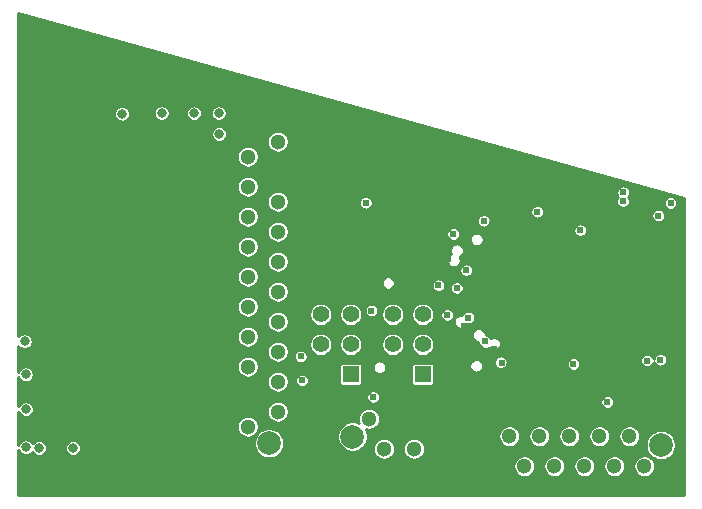
<source format=gbr>
G04 #@! TF.GenerationSoftware,KiCad,Pcbnew,5.1.4-e60b266~84~ubuntu18.04.1*
G04 #@! TF.CreationDate,2019-12-14T18:51:20-05:00*
G04 #@! TF.ProjectId,dashboard_MKV_ewan,64617368-626f-4617-9264-5f4d4b565f65,rev?*
G04 #@! TF.SameCoordinates,Original*
G04 #@! TF.FileFunction,Copper,L3,Inr*
G04 #@! TF.FilePolarity,Positive*
%FSLAX46Y46*%
G04 Gerber Fmt 4.6, Leading zero omitted, Abs format (unit mm)*
G04 Created by KiCad (PCBNEW 5.1.4-e60b266~84~ubuntu18.04.1) date 2019-12-14 18:51:20*
%MOMM*%
%LPD*%
G04 APERTURE LIST*
%ADD10C,1.300000*%
%ADD11C,2.000000*%
%ADD12R,1.400000X1.400000*%
%ADD13C,1.400000*%
%ADD14C,0.800000*%
%ADD15C,0.609600*%
%ADD16C,0.254000*%
G04 APERTURE END LIST*
D10*
X189157200Y-84934600D03*
X189157200Y-87474600D03*
X189157200Y-90014600D03*
X189157200Y-82394600D03*
X191697200Y-88744600D03*
X191697200Y-86204600D03*
X191697200Y-83664600D03*
X191697200Y-81124600D03*
X189157200Y-79854600D03*
X191697200Y-78584600D03*
X189157200Y-77314600D03*
X191697200Y-76044600D03*
X189157200Y-74774600D03*
X191697200Y-73504600D03*
X189157200Y-72234600D03*
X191697200Y-70964600D03*
X189157200Y-69694600D03*
X191697200Y-68424600D03*
X189157200Y-67154600D03*
X191697200Y-65884600D03*
D11*
X190957200Y-91414600D03*
D10*
X201958400Y-89355800D03*
X199418400Y-89355800D03*
X200688400Y-91895800D03*
X203228400Y-91895800D03*
D11*
X198018400Y-90855800D03*
D10*
X217652600Y-93370400D03*
X220192600Y-93370400D03*
X222732600Y-93370400D03*
X215112600Y-93370400D03*
X221462600Y-90830400D03*
X218922600Y-90830400D03*
X216382600Y-90830400D03*
X213842600Y-90830400D03*
X212572600Y-93370400D03*
X211302600Y-90830400D03*
D11*
X224132600Y-91570400D03*
D12*
X197866000Y-85598000D03*
D13*
X195326000Y-85598000D03*
X197866000Y-83058000D03*
X195326000Y-83058000D03*
X197866000Y-80518000D03*
X195326000Y-80518000D03*
X201422000Y-80518000D03*
X203962000Y-80518000D03*
X201422000Y-83058000D03*
X203962000Y-83058000D03*
X201422000Y-85598000D03*
D12*
X203962000Y-85598000D03*
D14*
X181856380Y-63482220D03*
X178521360Y-63517780D03*
X186692540Y-63482220D03*
X184591960Y-63482220D03*
X170256200Y-82796380D03*
X170357800Y-85598000D03*
X170357800Y-88544400D03*
X170357800Y-91770200D03*
X174365920Y-91826080D03*
X186740800Y-65227200D03*
X171485560Y-91813380D03*
D15*
X219595897Y-87925577D03*
X222961200Y-84419999D03*
X209143600Y-72593200D03*
X199136000Y-71069186D03*
X224948306Y-71079179D03*
X223901000Y-72145989D03*
X206121000Y-75819000D03*
X204876400Y-69900800D03*
X221386400Y-78089999D03*
X209843226Y-72895142D03*
X186080400Y-84023200D03*
X220328830Y-79816030D03*
X193751200Y-68478400D03*
X209843226Y-72895142D03*
X204437870Y-75304270D03*
X209995144Y-84209016D03*
X207843730Y-80783951D03*
X210007450Y-83439000D03*
X199771000Y-87503000D03*
X206857600Y-78282800D03*
X199627414Y-80183914D03*
X206552800Y-73710800D03*
X213664800Y-71831200D03*
X208661008Y-84074000D03*
X193649600Y-84074000D03*
X207450671Y-81474329D03*
X207603417Y-83135773D03*
X224098229Y-84347429D03*
X193751200Y-86106000D03*
X220916381Y-70933877D03*
X220937149Y-70172158D03*
X208085671Y-82109329D03*
X189915800Y-68834000D03*
X205486000Y-84074000D03*
X209245437Y-82804000D03*
X207645000Y-76771500D03*
X205295500Y-78041500D03*
X217297725Y-73388817D03*
X207719335Y-85107197D03*
X210644064Y-84608472D03*
X206042336Y-80566336D03*
X200406000Y-77848000D03*
X216725500Y-84709000D03*
D16*
G36*
X226112401Y-70671899D02*
G01*
X226112400Y-95835800D01*
X169721200Y-95835800D01*
X169721200Y-93278862D01*
X211643200Y-93278862D01*
X211643200Y-93461938D01*
X211678916Y-93641496D01*
X211748976Y-93810636D01*
X211850688Y-93962858D01*
X211980142Y-94092312D01*
X212132364Y-94194024D01*
X212301504Y-94264084D01*
X212481062Y-94299800D01*
X212664138Y-94299800D01*
X212843696Y-94264084D01*
X213012836Y-94194024D01*
X213165058Y-94092312D01*
X213294512Y-93962858D01*
X213396224Y-93810636D01*
X213466284Y-93641496D01*
X213502000Y-93461938D01*
X213502000Y-93278862D01*
X214183200Y-93278862D01*
X214183200Y-93461938D01*
X214218916Y-93641496D01*
X214288976Y-93810636D01*
X214390688Y-93962858D01*
X214520142Y-94092312D01*
X214672364Y-94194024D01*
X214841504Y-94264084D01*
X215021062Y-94299800D01*
X215204138Y-94299800D01*
X215383696Y-94264084D01*
X215552836Y-94194024D01*
X215705058Y-94092312D01*
X215834512Y-93962858D01*
X215936224Y-93810636D01*
X216006284Y-93641496D01*
X216042000Y-93461938D01*
X216042000Y-93278862D01*
X216723200Y-93278862D01*
X216723200Y-93461938D01*
X216758916Y-93641496D01*
X216828976Y-93810636D01*
X216930688Y-93962858D01*
X217060142Y-94092312D01*
X217212364Y-94194024D01*
X217381504Y-94264084D01*
X217561062Y-94299800D01*
X217744138Y-94299800D01*
X217923696Y-94264084D01*
X218092836Y-94194024D01*
X218245058Y-94092312D01*
X218374512Y-93962858D01*
X218476224Y-93810636D01*
X218546284Y-93641496D01*
X218582000Y-93461938D01*
X218582000Y-93278862D01*
X219263200Y-93278862D01*
X219263200Y-93461938D01*
X219298916Y-93641496D01*
X219368976Y-93810636D01*
X219470688Y-93962858D01*
X219600142Y-94092312D01*
X219752364Y-94194024D01*
X219921504Y-94264084D01*
X220101062Y-94299800D01*
X220284138Y-94299800D01*
X220463696Y-94264084D01*
X220632836Y-94194024D01*
X220785058Y-94092312D01*
X220914512Y-93962858D01*
X221016224Y-93810636D01*
X221086284Y-93641496D01*
X221122000Y-93461938D01*
X221122000Y-93278862D01*
X221803200Y-93278862D01*
X221803200Y-93461938D01*
X221838916Y-93641496D01*
X221908976Y-93810636D01*
X222010688Y-93962858D01*
X222140142Y-94092312D01*
X222292364Y-94194024D01*
X222461504Y-94264084D01*
X222641062Y-94299800D01*
X222824138Y-94299800D01*
X223003696Y-94264084D01*
X223172836Y-94194024D01*
X223325058Y-94092312D01*
X223454512Y-93962858D01*
X223556224Y-93810636D01*
X223626284Y-93641496D01*
X223662000Y-93461938D01*
X223662000Y-93278862D01*
X223626284Y-93099304D01*
X223556224Y-92930164D01*
X223454512Y-92777942D01*
X223325058Y-92648488D01*
X223172836Y-92546776D01*
X223003696Y-92476716D01*
X222824138Y-92441000D01*
X222641062Y-92441000D01*
X222461504Y-92476716D01*
X222292364Y-92546776D01*
X222140142Y-92648488D01*
X222010688Y-92777942D01*
X221908976Y-92930164D01*
X221838916Y-93099304D01*
X221803200Y-93278862D01*
X221122000Y-93278862D01*
X221086284Y-93099304D01*
X221016224Y-92930164D01*
X220914512Y-92777942D01*
X220785058Y-92648488D01*
X220632836Y-92546776D01*
X220463696Y-92476716D01*
X220284138Y-92441000D01*
X220101062Y-92441000D01*
X219921504Y-92476716D01*
X219752364Y-92546776D01*
X219600142Y-92648488D01*
X219470688Y-92777942D01*
X219368976Y-92930164D01*
X219298916Y-93099304D01*
X219263200Y-93278862D01*
X218582000Y-93278862D01*
X218546284Y-93099304D01*
X218476224Y-92930164D01*
X218374512Y-92777942D01*
X218245058Y-92648488D01*
X218092836Y-92546776D01*
X217923696Y-92476716D01*
X217744138Y-92441000D01*
X217561062Y-92441000D01*
X217381504Y-92476716D01*
X217212364Y-92546776D01*
X217060142Y-92648488D01*
X216930688Y-92777942D01*
X216828976Y-92930164D01*
X216758916Y-93099304D01*
X216723200Y-93278862D01*
X216042000Y-93278862D01*
X216006284Y-93099304D01*
X215936224Y-92930164D01*
X215834512Y-92777942D01*
X215705058Y-92648488D01*
X215552836Y-92546776D01*
X215383696Y-92476716D01*
X215204138Y-92441000D01*
X215021062Y-92441000D01*
X214841504Y-92476716D01*
X214672364Y-92546776D01*
X214520142Y-92648488D01*
X214390688Y-92777942D01*
X214288976Y-92930164D01*
X214218916Y-93099304D01*
X214183200Y-93278862D01*
X213502000Y-93278862D01*
X213466284Y-93099304D01*
X213396224Y-92930164D01*
X213294512Y-92777942D01*
X213165058Y-92648488D01*
X213012836Y-92546776D01*
X212843696Y-92476716D01*
X212664138Y-92441000D01*
X212481062Y-92441000D01*
X212301504Y-92476716D01*
X212132364Y-92546776D01*
X211980142Y-92648488D01*
X211850688Y-92777942D01*
X211748976Y-92930164D01*
X211678916Y-93099304D01*
X211643200Y-93278862D01*
X169721200Y-93278862D01*
X169721200Y-92008669D01*
X169755724Y-92092016D01*
X169830076Y-92203292D01*
X169924708Y-92297924D01*
X170035984Y-92372276D01*
X170159626Y-92423491D01*
X170290885Y-92449600D01*
X170424715Y-92449600D01*
X170555974Y-92423491D01*
X170679616Y-92372276D01*
X170790892Y-92297924D01*
X170885524Y-92203292D01*
X170907254Y-92170771D01*
X170957836Y-92246472D01*
X171052468Y-92341104D01*
X171163744Y-92415456D01*
X171287386Y-92466671D01*
X171418645Y-92492780D01*
X171552475Y-92492780D01*
X171683734Y-92466671D01*
X171807376Y-92415456D01*
X171918652Y-92341104D01*
X172013284Y-92246472D01*
X172087636Y-92135196D01*
X172138851Y-92011554D01*
X172164960Y-91880295D01*
X172164960Y-91759165D01*
X173686520Y-91759165D01*
X173686520Y-91892995D01*
X173712629Y-92024254D01*
X173763844Y-92147896D01*
X173838196Y-92259172D01*
X173932828Y-92353804D01*
X174044104Y-92428156D01*
X174167746Y-92479371D01*
X174299005Y-92505480D01*
X174432835Y-92505480D01*
X174564094Y-92479371D01*
X174687736Y-92428156D01*
X174799012Y-92353804D01*
X174893644Y-92259172D01*
X174967996Y-92147896D01*
X175019211Y-92024254D01*
X175045320Y-91892995D01*
X175045320Y-91759165D01*
X175019211Y-91627906D01*
X174967996Y-91504264D01*
X174893644Y-91392988D01*
X174799012Y-91298356D01*
X174784397Y-91288590D01*
X189677800Y-91288590D01*
X189677800Y-91540610D01*
X189726967Y-91787787D01*
X189823411Y-92020623D01*
X189963425Y-92230170D01*
X190141630Y-92408375D01*
X190351177Y-92548389D01*
X190584013Y-92644833D01*
X190831190Y-92694000D01*
X191083210Y-92694000D01*
X191330387Y-92644833D01*
X191563223Y-92548389D01*
X191772770Y-92408375D01*
X191950975Y-92230170D01*
X192090989Y-92020623D01*
X192187433Y-91787787D01*
X192236600Y-91540610D01*
X192236600Y-91288590D01*
X192187433Y-91041413D01*
X192090989Y-90808577D01*
X192038346Y-90729790D01*
X196739000Y-90729790D01*
X196739000Y-90981810D01*
X196788167Y-91228987D01*
X196884611Y-91461823D01*
X197024625Y-91671370D01*
X197202830Y-91849575D01*
X197412377Y-91989589D01*
X197645213Y-92086033D01*
X197892390Y-92135200D01*
X198144410Y-92135200D01*
X198391587Y-92086033D01*
X198624423Y-91989589D01*
X198833970Y-91849575D01*
X198879283Y-91804262D01*
X199759000Y-91804262D01*
X199759000Y-91987338D01*
X199794716Y-92166896D01*
X199864776Y-92336036D01*
X199966488Y-92488258D01*
X200095942Y-92617712D01*
X200248164Y-92719424D01*
X200417304Y-92789484D01*
X200596862Y-92825200D01*
X200779938Y-92825200D01*
X200959496Y-92789484D01*
X201128636Y-92719424D01*
X201280858Y-92617712D01*
X201410312Y-92488258D01*
X201512024Y-92336036D01*
X201582084Y-92166896D01*
X201617800Y-91987338D01*
X201617800Y-91804262D01*
X202299000Y-91804262D01*
X202299000Y-91987338D01*
X202334716Y-92166896D01*
X202404776Y-92336036D01*
X202506488Y-92488258D01*
X202635942Y-92617712D01*
X202788164Y-92719424D01*
X202957304Y-92789484D01*
X203136862Y-92825200D01*
X203319938Y-92825200D01*
X203499496Y-92789484D01*
X203668636Y-92719424D01*
X203820858Y-92617712D01*
X203950312Y-92488258D01*
X204052024Y-92336036D01*
X204122084Y-92166896D01*
X204157800Y-91987338D01*
X204157800Y-91804262D01*
X204122084Y-91624704D01*
X204052024Y-91455564D01*
X203950312Y-91303342D01*
X203820858Y-91173888D01*
X203668636Y-91072176D01*
X203499496Y-91002116D01*
X203319938Y-90966400D01*
X203136862Y-90966400D01*
X202957304Y-91002116D01*
X202788164Y-91072176D01*
X202635942Y-91173888D01*
X202506488Y-91303342D01*
X202404776Y-91455564D01*
X202334716Y-91624704D01*
X202299000Y-91804262D01*
X201617800Y-91804262D01*
X201582084Y-91624704D01*
X201512024Y-91455564D01*
X201410312Y-91303342D01*
X201280858Y-91173888D01*
X201128636Y-91072176D01*
X200959496Y-91002116D01*
X200779938Y-90966400D01*
X200596862Y-90966400D01*
X200417304Y-91002116D01*
X200248164Y-91072176D01*
X200095942Y-91173888D01*
X199966488Y-91303342D01*
X199864776Y-91455564D01*
X199794716Y-91624704D01*
X199759000Y-91804262D01*
X198879283Y-91804262D01*
X199012175Y-91671370D01*
X199152189Y-91461823D01*
X199248633Y-91228987D01*
X199297800Y-90981810D01*
X199297800Y-90738862D01*
X210373200Y-90738862D01*
X210373200Y-90921938D01*
X210408916Y-91101496D01*
X210478976Y-91270636D01*
X210580688Y-91422858D01*
X210710142Y-91552312D01*
X210862364Y-91654024D01*
X211031504Y-91724084D01*
X211211062Y-91759800D01*
X211394138Y-91759800D01*
X211573696Y-91724084D01*
X211742836Y-91654024D01*
X211895058Y-91552312D01*
X212024512Y-91422858D01*
X212126224Y-91270636D01*
X212196284Y-91101496D01*
X212232000Y-90921938D01*
X212232000Y-90738862D01*
X212913200Y-90738862D01*
X212913200Y-90921938D01*
X212948916Y-91101496D01*
X213018976Y-91270636D01*
X213120688Y-91422858D01*
X213250142Y-91552312D01*
X213402364Y-91654024D01*
X213571504Y-91724084D01*
X213751062Y-91759800D01*
X213934138Y-91759800D01*
X214113696Y-91724084D01*
X214282836Y-91654024D01*
X214435058Y-91552312D01*
X214564512Y-91422858D01*
X214666224Y-91270636D01*
X214736284Y-91101496D01*
X214772000Y-90921938D01*
X214772000Y-90738862D01*
X215453200Y-90738862D01*
X215453200Y-90921938D01*
X215488916Y-91101496D01*
X215558976Y-91270636D01*
X215660688Y-91422858D01*
X215790142Y-91552312D01*
X215942364Y-91654024D01*
X216111504Y-91724084D01*
X216291062Y-91759800D01*
X216474138Y-91759800D01*
X216653696Y-91724084D01*
X216822836Y-91654024D01*
X216975058Y-91552312D01*
X217104512Y-91422858D01*
X217206224Y-91270636D01*
X217276284Y-91101496D01*
X217312000Y-90921938D01*
X217312000Y-90738862D01*
X217993200Y-90738862D01*
X217993200Y-90921938D01*
X218028916Y-91101496D01*
X218098976Y-91270636D01*
X218200688Y-91422858D01*
X218330142Y-91552312D01*
X218482364Y-91654024D01*
X218651504Y-91724084D01*
X218831062Y-91759800D01*
X219014138Y-91759800D01*
X219193696Y-91724084D01*
X219362836Y-91654024D01*
X219515058Y-91552312D01*
X219644512Y-91422858D01*
X219746224Y-91270636D01*
X219816284Y-91101496D01*
X219852000Y-90921938D01*
X219852000Y-90738862D01*
X220533200Y-90738862D01*
X220533200Y-90921938D01*
X220568916Y-91101496D01*
X220638976Y-91270636D01*
X220740688Y-91422858D01*
X220870142Y-91552312D01*
X221022364Y-91654024D01*
X221191504Y-91724084D01*
X221371062Y-91759800D01*
X221554138Y-91759800D01*
X221733696Y-91724084D01*
X221902836Y-91654024D01*
X222055058Y-91552312D01*
X222162980Y-91444390D01*
X222853200Y-91444390D01*
X222853200Y-91696410D01*
X222902367Y-91943587D01*
X222998811Y-92176423D01*
X223138825Y-92385970D01*
X223317030Y-92564175D01*
X223526577Y-92704189D01*
X223759413Y-92800633D01*
X224006590Y-92849800D01*
X224258610Y-92849800D01*
X224505787Y-92800633D01*
X224738623Y-92704189D01*
X224948170Y-92564175D01*
X225126375Y-92385970D01*
X225266389Y-92176423D01*
X225362833Y-91943587D01*
X225412000Y-91696410D01*
X225412000Y-91444390D01*
X225362833Y-91197213D01*
X225266389Y-90964377D01*
X225126375Y-90754830D01*
X224948170Y-90576625D01*
X224738623Y-90436611D01*
X224505787Y-90340167D01*
X224258610Y-90291000D01*
X224006590Y-90291000D01*
X223759413Y-90340167D01*
X223526577Y-90436611D01*
X223317030Y-90576625D01*
X223138825Y-90754830D01*
X222998811Y-90964377D01*
X222902367Y-91197213D01*
X222853200Y-91444390D01*
X222162980Y-91444390D01*
X222184512Y-91422858D01*
X222286224Y-91270636D01*
X222356284Y-91101496D01*
X222392000Y-90921938D01*
X222392000Y-90738862D01*
X222356284Y-90559304D01*
X222286224Y-90390164D01*
X222184512Y-90237942D01*
X222055058Y-90108488D01*
X221902836Y-90006776D01*
X221733696Y-89936716D01*
X221554138Y-89901000D01*
X221371062Y-89901000D01*
X221191504Y-89936716D01*
X221022364Y-90006776D01*
X220870142Y-90108488D01*
X220740688Y-90237942D01*
X220638976Y-90390164D01*
X220568916Y-90559304D01*
X220533200Y-90738862D01*
X219852000Y-90738862D01*
X219816284Y-90559304D01*
X219746224Y-90390164D01*
X219644512Y-90237942D01*
X219515058Y-90108488D01*
X219362836Y-90006776D01*
X219193696Y-89936716D01*
X219014138Y-89901000D01*
X218831062Y-89901000D01*
X218651504Y-89936716D01*
X218482364Y-90006776D01*
X218330142Y-90108488D01*
X218200688Y-90237942D01*
X218098976Y-90390164D01*
X218028916Y-90559304D01*
X217993200Y-90738862D01*
X217312000Y-90738862D01*
X217276284Y-90559304D01*
X217206224Y-90390164D01*
X217104512Y-90237942D01*
X216975058Y-90108488D01*
X216822836Y-90006776D01*
X216653696Y-89936716D01*
X216474138Y-89901000D01*
X216291062Y-89901000D01*
X216111504Y-89936716D01*
X215942364Y-90006776D01*
X215790142Y-90108488D01*
X215660688Y-90237942D01*
X215558976Y-90390164D01*
X215488916Y-90559304D01*
X215453200Y-90738862D01*
X214772000Y-90738862D01*
X214736284Y-90559304D01*
X214666224Y-90390164D01*
X214564512Y-90237942D01*
X214435058Y-90108488D01*
X214282836Y-90006776D01*
X214113696Y-89936716D01*
X213934138Y-89901000D01*
X213751062Y-89901000D01*
X213571504Y-89936716D01*
X213402364Y-90006776D01*
X213250142Y-90108488D01*
X213120688Y-90237942D01*
X213018976Y-90390164D01*
X212948916Y-90559304D01*
X212913200Y-90738862D01*
X212232000Y-90738862D01*
X212196284Y-90559304D01*
X212126224Y-90390164D01*
X212024512Y-90237942D01*
X211895058Y-90108488D01*
X211742836Y-90006776D01*
X211573696Y-89936716D01*
X211394138Y-89901000D01*
X211211062Y-89901000D01*
X211031504Y-89936716D01*
X210862364Y-90006776D01*
X210710142Y-90108488D01*
X210580688Y-90237942D01*
X210478976Y-90390164D01*
X210408916Y-90559304D01*
X210373200Y-90738862D01*
X199297800Y-90738862D01*
X199297800Y-90729790D01*
X199248633Y-90482613D01*
X199152495Y-90250517D01*
X199326862Y-90285200D01*
X199509938Y-90285200D01*
X199689496Y-90249484D01*
X199858636Y-90179424D01*
X200010858Y-90077712D01*
X200140312Y-89948258D01*
X200242024Y-89796036D01*
X200312084Y-89626896D01*
X200347800Y-89447338D01*
X200347800Y-89264262D01*
X200312084Y-89084704D01*
X200242024Y-88915564D01*
X200140312Y-88763342D01*
X200010858Y-88633888D01*
X199858636Y-88532176D01*
X199689496Y-88462116D01*
X199509938Y-88426400D01*
X199326862Y-88426400D01*
X199147304Y-88462116D01*
X198978164Y-88532176D01*
X198825942Y-88633888D01*
X198696488Y-88763342D01*
X198594776Y-88915564D01*
X198524716Y-89084704D01*
X198489000Y-89264262D01*
X198489000Y-89447338D01*
X198524716Y-89626896D01*
X198551623Y-89691856D01*
X198391587Y-89625567D01*
X198144410Y-89576400D01*
X197892390Y-89576400D01*
X197645213Y-89625567D01*
X197412377Y-89722011D01*
X197202830Y-89862025D01*
X197024625Y-90040230D01*
X196884611Y-90249777D01*
X196788167Y-90482613D01*
X196739000Y-90729790D01*
X192038346Y-90729790D01*
X191950975Y-90599030D01*
X191772770Y-90420825D01*
X191563223Y-90280811D01*
X191330387Y-90184367D01*
X191083210Y-90135200D01*
X190831190Y-90135200D01*
X190584013Y-90184367D01*
X190351177Y-90280811D01*
X190141630Y-90420825D01*
X189963425Y-90599030D01*
X189823411Y-90808577D01*
X189726967Y-91041413D01*
X189677800Y-91288590D01*
X174784397Y-91288590D01*
X174687736Y-91224004D01*
X174564094Y-91172789D01*
X174432835Y-91146680D01*
X174299005Y-91146680D01*
X174167746Y-91172789D01*
X174044104Y-91224004D01*
X173932828Y-91298356D01*
X173838196Y-91392988D01*
X173763844Y-91504264D01*
X173712629Y-91627906D01*
X173686520Y-91759165D01*
X172164960Y-91759165D01*
X172164960Y-91746465D01*
X172138851Y-91615206D01*
X172087636Y-91491564D01*
X172013284Y-91380288D01*
X171918652Y-91285656D01*
X171807376Y-91211304D01*
X171683734Y-91160089D01*
X171552475Y-91133980D01*
X171418645Y-91133980D01*
X171287386Y-91160089D01*
X171163744Y-91211304D01*
X171052468Y-91285656D01*
X170957836Y-91380288D01*
X170936106Y-91412809D01*
X170885524Y-91337108D01*
X170790892Y-91242476D01*
X170679616Y-91168124D01*
X170555974Y-91116909D01*
X170424715Y-91090800D01*
X170290885Y-91090800D01*
X170159626Y-91116909D01*
X170035984Y-91168124D01*
X169924708Y-91242476D01*
X169830076Y-91337108D01*
X169755724Y-91448384D01*
X169721200Y-91531731D01*
X169721200Y-89923062D01*
X188227800Y-89923062D01*
X188227800Y-90106138D01*
X188263516Y-90285696D01*
X188333576Y-90454836D01*
X188435288Y-90607058D01*
X188564742Y-90736512D01*
X188716964Y-90838224D01*
X188886104Y-90908284D01*
X189065662Y-90944000D01*
X189248738Y-90944000D01*
X189428296Y-90908284D01*
X189597436Y-90838224D01*
X189749658Y-90736512D01*
X189879112Y-90607058D01*
X189980824Y-90454836D01*
X190050884Y-90285696D01*
X190086600Y-90106138D01*
X190086600Y-89923062D01*
X190050884Y-89743504D01*
X189980824Y-89574364D01*
X189879112Y-89422142D01*
X189749658Y-89292688D01*
X189597436Y-89190976D01*
X189428296Y-89120916D01*
X189248738Y-89085200D01*
X189065662Y-89085200D01*
X188886104Y-89120916D01*
X188716964Y-89190976D01*
X188564742Y-89292688D01*
X188435288Y-89422142D01*
X188333576Y-89574364D01*
X188263516Y-89743504D01*
X188227800Y-89923062D01*
X169721200Y-89923062D01*
X169721200Y-88782869D01*
X169755724Y-88866216D01*
X169830076Y-88977492D01*
X169924708Y-89072124D01*
X170035984Y-89146476D01*
X170159626Y-89197691D01*
X170290885Y-89223800D01*
X170424715Y-89223800D01*
X170555974Y-89197691D01*
X170679616Y-89146476D01*
X170790892Y-89072124D01*
X170885524Y-88977492D01*
X170959876Y-88866216D01*
X171011091Y-88742574D01*
X171028896Y-88653062D01*
X190767800Y-88653062D01*
X190767800Y-88836138D01*
X190803516Y-89015696D01*
X190873576Y-89184836D01*
X190975288Y-89337058D01*
X191104742Y-89466512D01*
X191256964Y-89568224D01*
X191426104Y-89638284D01*
X191605662Y-89674000D01*
X191788738Y-89674000D01*
X191968296Y-89638284D01*
X192137436Y-89568224D01*
X192289658Y-89466512D01*
X192419112Y-89337058D01*
X192520824Y-89184836D01*
X192590884Y-89015696D01*
X192626600Y-88836138D01*
X192626600Y-88653062D01*
X192590884Y-88473504D01*
X192520824Y-88304364D01*
X192419112Y-88152142D01*
X192289658Y-88022688D01*
X192137436Y-87920976D01*
X191968296Y-87850916D01*
X191788738Y-87815200D01*
X191605662Y-87815200D01*
X191426104Y-87850916D01*
X191256964Y-87920976D01*
X191104742Y-88022688D01*
X190975288Y-88152142D01*
X190873576Y-88304364D01*
X190803516Y-88473504D01*
X190767800Y-88653062D01*
X171028896Y-88653062D01*
X171037200Y-88611315D01*
X171037200Y-88477485D01*
X171011091Y-88346226D01*
X170959876Y-88222584D01*
X170885524Y-88111308D01*
X170790892Y-88016676D01*
X170679616Y-87942324D01*
X170555974Y-87891109D01*
X170424715Y-87865000D01*
X170290885Y-87865000D01*
X170159626Y-87891109D01*
X170035984Y-87942324D01*
X169924708Y-88016676D01*
X169830076Y-88111308D01*
X169755724Y-88222584D01*
X169721200Y-88305931D01*
X169721200Y-87445461D01*
X199186800Y-87445461D01*
X199186800Y-87560539D01*
X199209250Y-87673405D01*
X199253288Y-87779723D01*
X199317222Y-87875406D01*
X199398594Y-87956778D01*
X199494277Y-88020712D01*
X199600595Y-88064750D01*
X199713461Y-88087200D01*
X199828539Y-88087200D01*
X199941405Y-88064750D01*
X200047723Y-88020712D01*
X200143406Y-87956778D01*
X200224778Y-87875406D01*
X200229701Y-87868038D01*
X219011697Y-87868038D01*
X219011697Y-87983116D01*
X219034147Y-88095982D01*
X219078185Y-88202300D01*
X219142119Y-88297983D01*
X219223491Y-88379355D01*
X219319174Y-88443289D01*
X219425492Y-88487327D01*
X219538358Y-88509777D01*
X219653436Y-88509777D01*
X219766302Y-88487327D01*
X219872620Y-88443289D01*
X219968303Y-88379355D01*
X220049675Y-88297983D01*
X220113609Y-88202300D01*
X220157647Y-88095982D01*
X220180097Y-87983116D01*
X220180097Y-87868038D01*
X220157647Y-87755172D01*
X220113609Y-87648854D01*
X220049675Y-87553171D01*
X219968303Y-87471799D01*
X219872620Y-87407865D01*
X219766302Y-87363827D01*
X219653436Y-87341377D01*
X219538358Y-87341377D01*
X219425492Y-87363827D01*
X219319174Y-87407865D01*
X219223491Y-87471799D01*
X219142119Y-87553171D01*
X219078185Y-87648854D01*
X219034147Y-87755172D01*
X219011697Y-87868038D01*
X200229701Y-87868038D01*
X200288712Y-87779723D01*
X200332750Y-87673405D01*
X200355200Y-87560539D01*
X200355200Y-87445461D01*
X200332750Y-87332595D01*
X200288712Y-87226277D01*
X200224778Y-87130594D01*
X200143406Y-87049222D01*
X200047723Y-86985288D01*
X199941405Y-86941250D01*
X199828539Y-86918800D01*
X199713461Y-86918800D01*
X199600595Y-86941250D01*
X199494277Y-86985288D01*
X199398594Y-87049222D01*
X199317222Y-87130594D01*
X199253288Y-87226277D01*
X199209250Y-87332595D01*
X199186800Y-87445461D01*
X169721200Y-87445461D01*
X169721200Y-85836469D01*
X169755724Y-85919816D01*
X169830076Y-86031092D01*
X169924708Y-86125724D01*
X170035984Y-86200076D01*
X170159626Y-86251291D01*
X170290885Y-86277400D01*
X170424715Y-86277400D01*
X170555974Y-86251291D01*
X170679616Y-86200076D01*
X170790892Y-86125724D01*
X170803554Y-86113062D01*
X190767800Y-86113062D01*
X190767800Y-86296138D01*
X190803516Y-86475696D01*
X190873576Y-86644836D01*
X190975288Y-86797058D01*
X191104742Y-86926512D01*
X191256964Y-87028224D01*
X191426104Y-87098284D01*
X191605662Y-87134000D01*
X191788738Y-87134000D01*
X191968296Y-87098284D01*
X192137436Y-87028224D01*
X192289658Y-86926512D01*
X192419112Y-86797058D01*
X192520824Y-86644836D01*
X192590884Y-86475696D01*
X192626600Y-86296138D01*
X192626600Y-86113062D01*
X192613751Y-86048461D01*
X193167000Y-86048461D01*
X193167000Y-86163539D01*
X193189450Y-86276405D01*
X193233488Y-86382723D01*
X193297422Y-86478406D01*
X193378794Y-86559778D01*
X193474477Y-86623712D01*
X193580795Y-86667750D01*
X193693661Y-86690200D01*
X193808739Y-86690200D01*
X193921605Y-86667750D01*
X194027923Y-86623712D01*
X194123606Y-86559778D01*
X194204978Y-86478406D01*
X194268912Y-86382723D01*
X194312950Y-86276405D01*
X194335400Y-86163539D01*
X194335400Y-86048461D01*
X194312950Y-85935595D01*
X194268912Y-85829277D01*
X194204978Y-85733594D01*
X194123606Y-85652222D01*
X194027923Y-85588288D01*
X193921605Y-85544250D01*
X193808739Y-85521800D01*
X193693661Y-85521800D01*
X193580795Y-85544250D01*
X193474477Y-85588288D01*
X193378794Y-85652222D01*
X193297422Y-85733594D01*
X193233488Y-85829277D01*
X193189450Y-85935595D01*
X193167000Y-86048461D01*
X192613751Y-86048461D01*
X192590884Y-85933504D01*
X192520824Y-85764364D01*
X192419112Y-85612142D01*
X192289658Y-85482688D01*
X192137436Y-85380976D01*
X191968296Y-85310916D01*
X191788738Y-85275200D01*
X191605662Y-85275200D01*
X191426104Y-85310916D01*
X191256964Y-85380976D01*
X191104742Y-85482688D01*
X190975288Y-85612142D01*
X190873576Y-85764364D01*
X190803516Y-85933504D01*
X190767800Y-86113062D01*
X170803554Y-86113062D01*
X170885524Y-86031092D01*
X170959876Y-85919816D01*
X171011091Y-85796174D01*
X171037200Y-85664915D01*
X171037200Y-85531085D01*
X171011091Y-85399826D01*
X170959876Y-85276184D01*
X170885524Y-85164908D01*
X170790892Y-85070276D01*
X170679616Y-84995924D01*
X170555974Y-84944709D01*
X170424715Y-84918600D01*
X170290885Y-84918600D01*
X170159626Y-84944709D01*
X170035984Y-84995924D01*
X169924708Y-85070276D01*
X169830076Y-85164908D01*
X169755724Y-85276184D01*
X169721200Y-85359531D01*
X169721200Y-84843062D01*
X188227800Y-84843062D01*
X188227800Y-85026138D01*
X188263516Y-85205696D01*
X188333576Y-85374836D01*
X188435288Y-85527058D01*
X188564742Y-85656512D01*
X188716964Y-85758224D01*
X188886104Y-85828284D01*
X189065662Y-85864000D01*
X189248738Y-85864000D01*
X189428296Y-85828284D01*
X189597436Y-85758224D01*
X189749658Y-85656512D01*
X189879112Y-85527058D01*
X189980824Y-85374836D01*
X190050884Y-85205696D01*
X190086600Y-85026138D01*
X190086600Y-84898000D01*
X196885249Y-84898000D01*
X196885249Y-86298000D01*
X196890644Y-86352772D01*
X196906620Y-86405439D01*
X196932564Y-86453977D01*
X196967479Y-86496521D01*
X197010023Y-86531436D01*
X197058561Y-86557380D01*
X197111228Y-86573356D01*
X197166000Y-86578751D01*
X198566000Y-86578751D01*
X198620772Y-86573356D01*
X198673439Y-86557380D01*
X198721977Y-86531436D01*
X198764521Y-86496521D01*
X198799436Y-86453977D01*
X198825380Y-86405439D01*
X198841356Y-86352772D01*
X198846751Y-86298000D01*
X198846751Y-84940736D01*
X199720200Y-84940736D01*
X199720200Y-85055814D01*
X199742650Y-85168680D01*
X199786688Y-85274998D01*
X199850622Y-85370681D01*
X199931994Y-85452053D01*
X200027677Y-85515987D01*
X200133995Y-85560025D01*
X200246861Y-85582475D01*
X200361939Y-85582475D01*
X200474805Y-85560025D01*
X200581123Y-85515987D01*
X200676806Y-85452053D01*
X200758178Y-85370681D01*
X200822112Y-85274998D01*
X200866150Y-85168680D01*
X200888600Y-85055814D01*
X200888600Y-84940736D01*
X200880100Y-84898000D01*
X202981249Y-84898000D01*
X202981249Y-86298000D01*
X202986644Y-86352772D01*
X203002620Y-86405439D01*
X203028564Y-86453977D01*
X203063479Y-86496521D01*
X203106023Y-86531436D01*
X203154561Y-86557380D01*
X203207228Y-86573356D01*
X203262000Y-86578751D01*
X204662000Y-86578751D01*
X204716772Y-86573356D01*
X204769439Y-86557380D01*
X204817977Y-86531436D01*
X204860521Y-86496521D01*
X204895436Y-86453977D01*
X204921380Y-86405439D01*
X204937356Y-86352772D01*
X204942751Y-86298000D01*
X204942751Y-84898000D01*
X204937356Y-84843228D01*
X204928303Y-84813382D01*
X207914878Y-84813382D01*
X207914878Y-84928460D01*
X207937328Y-85041326D01*
X207981366Y-85147644D01*
X208045300Y-85243327D01*
X208126672Y-85324699D01*
X208222355Y-85388633D01*
X208328673Y-85432671D01*
X208441539Y-85455121D01*
X208556617Y-85455121D01*
X208669483Y-85432671D01*
X208775801Y-85388633D01*
X208871484Y-85324699D01*
X208952856Y-85243327D01*
X209016790Y-85147644D01*
X209060828Y-85041326D01*
X209083278Y-84928460D01*
X209083278Y-84813382D01*
X209060828Y-84700516D01*
X209016790Y-84594198D01*
X208956463Y-84503912D01*
X209981800Y-84503912D01*
X209981800Y-84618990D01*
X210004250Y-84731856D01*
X210048288Y-84838174D01*
X210112222Y-84933857D01*
X210193594Y-85015229D01*
X210289277Y-85079163D01*
X210395595Y-85123201D01*
X210508461Y-85145651D01*
X210623539Y-85145651D01*
X210736405Y-85123201D01*
X210842723Y-85079163D01*
X210938406Y-85015229D01*
X211019778Y-84933857D01*
X211083712Y-84838174D01*
X211127750Y-84731856D01*
X211143741Y-84651461D01*
X216141300Y-84651461D01*
X216141300Y-84766539D01*
X216163750Y-84879405D01*
X216207788Y-84985723D01*
X216271722Y-85081406D01*
X216353094Y-85162778D01*
X216448777Y-85226712D01*
X216555095Y-85270750D01*
X216667961Y-85293200D01*
X216783039Y-85293200D01*
X216895905Y-85270750D01*
X217002223Y-85226712D01*
X217097906Y-85162778D01*
X217179278Y-85081406D01*
X217243212Y-84985723D01*
X217287250Y-84879405D01*
X217309700Y-84766539D01*
X217309700Y-84651461D01*
X217287250Y-84538595D01*
X217243212Y-84432277D01*
X217196562Y-84362460D01*
X222377000Y-84362460D01*
X222377000Y-84477538D01*
X222399450Y-84590404D01*
X222443488Y-84696722D01*
X222507422Y-84792405D01*
X222588794Y-84873777D01*
X222684477Y-84937711D01*
X222790795Y-84981749D01*
X222903661Y-85004199D01*
X223018739Y-85004199D01*
X223131605Y-84981749D01*
X223237923Y-84937711D01*
X223333606Y-84873777D01*
X223414978Y-84792405D01*
X223478912Y-84696722D01*
X223522950Y-84590404D01*
X223537091Y-84519311D01*
X223580517Y-84624152D01*
X223644451Y-84719835D01*
X223725823Y-84801207D01*
X223821506Y-84865141D01*
X223927824Y-84909179D01*
X224040690Y-84931629D01*
X224155768Y-84931629D01*
X224268634Y-84909179D01*
X224374952Y-84865141D01*
X224470635Y-84801207D01*
X224552007Y-84719835D01*
X224615941Y-84624152D01*
X224659979Y-84517834D01*
X224682429Y-84404968D01*
X224682429Y-84289890D01*
X224659979Y-84177024D01*
X224615941Y-84070706D01*
X224552007Y-83975023D01*
X224470635Y-83893651D01*
X224374952Y-83829717D01*
X224268634Y-83785679D01*
X224155768Y-83763229D01*
X224040690Y-83763229D01*
X223927824Y-83785679D01*
X223821506Y-83829717D01*
X223725823Y-83893651D01*
X223644451Y-83975023D01*
X223580517Y-84070706D01*
X223536479Y-84177024D01*
X223522338Y-84248117D01*
X223478912Y-84143276D01*
X223414978Y-84047593D01*
X223333606Y-83966221D01*
X223237923Y-83902287D01*
X223131605Y-83858249D01*
X223018739Y-83835799D01*
X222903661Y-83835799D01*
X222790795Y-83858249D01*
X222684477Y-83902287D01*
X222588794Y-83966221D01*
X222507422Y-84047593D01*
X222443488Y-84143276D01*
X222399450Y-84249594D01*
X222377000Y-84362460D01*
X217196562Y-84362460D01*
X217179278Y-84336594D01*
X217097906Y-84255222D01*
X217002223Y-84191288D01*
X216895905Y-84147250D01*
X216783039Y-84124800D01*
X216667961Y-84124800D01*
X216555095Y-84147250D01*
X216448777Y-84191288D01*
X216353094Y-84255222D01*
X216271722Y-84336594D01*
X216207788Y-84432277D01*
X216163750Y-84538595D01*
X216141300Y-84651461D01*
X211143741Y-84651461D01*
X211150200Y-84618990D01*
X211150200Y-84503912D01*
X211127750Y-84391046D01*
X211083712Y-84284728D01*
X211019778Y-84189045D01*
X210938406Y-84107673D01*
X210842723Y-84043739D01*
X210736405Y-83999701D01*
X210623539Y-83977251D01*
X210508461Y-83977251D01*
X210395595Y-83999701D01*
X210289277Y-84043739D01*
X210193594Y-84107673D01*
X210112222Y-84189045D01*
X210048288Y-84284728D01*
X210004250Y-84391046D01*
X209981800Y-84503912D01*
X208956463Y-84503912D01*
X208952856Y-84498515D01*
X208871484Y-84417143D01*
X208775801Y-84353209D01*
X208669483Y-84309171D01*
X208556617Y-84286721D01*
X208441539Y-84286721D01*
X208328673Y-84309171D01*
X208222355Y-84353209D01*
X208126672Y-84417143D01*
X208045300Y-84498515D01*
X207981366Y-84594198D01*
X207937328Y-84700516D01*
X207914878Y-84813382D01*
X204928303Y-84813382D01*
X204921380Y-84790561D01*
X204895436Y-84742023D01*
X204860521Y-84699479D01*
X204817977Y-84664564D01*
X204769439Y-84638620D01*
X204716772Y-84622644D01*
X204662000Y-84617249D01*
X203262000Y-84617249D01*
X203207228Y-84622644D01*
X203154561Y-84638620D01*
X203106023Y-84664564D01*
X203063479Y-84699479D01*
X203028564Y-84742023D01*
X203002620Y-84790561D01*
X202986644Y-84843228D01*
X202981249Y-84898000D01*
X200880100Y-84898000D01*
X200866150Y-84827870D01*
X200822112Y-84721552D01*
X200758178Y-84625869D01*
X200676806Y-84544497D01*
X200581123Y-84480563D01*
X200474805Y-84436525D01*
X200361939Y-84414075D01*
X200246861Y-84414075D01*
X200133995Y-84436525D01*
X200027677Y-84480563D01*
X199931994Y-84544497D01*
X199850622Y-84625869D01*
X199786688Y-84721552D01*
X199742650Y-84827870D01*
X199720200Y-84940736D01*
X198846751Y-84940736D01*
X198846751Y-84898000D01*
X198841356Y-84843228D01*
X198825380Y-84790561D01*
X198799436Y-84742023D01*
X198764521Y-84699479D01*
X198721977Y-84664564D01*
X198673439Y-84638620D01*
X198620772Y-84622644D01*
X198566000Y-84617249D01*
X197166000Y-84617249D01*
X197111228Y-84622644D01*
X197058561Y-84638620D01*
X197010023Y-84664564D01*
X196967479Y-84699479D01*
X196932564Y-84742023D01*
X196906620Y-84790561D01*
X196890644Y-84843228D01*
X196885249Y-84898000D01*
X190086600Y-84898000D01*
X190086600Y-84843062D01*
X190050884Y-84663504D01*
X189980824Y-84494364D01*
X189879112Y-84342142D01*
X189749658Y-84212688D01*
X189597436Y-84110976D01*
X189428296Y-84040916D01*
X189248738Y-84005200D01*
X189065662Y-84005200D01*
X188886104Y-84040916D01*
X188716964Y-84110976D01*
X188564742Y-84212688D01*
X188435288Y-84342142D01*
X188333576Y-84494364D01*
X188263516Y-84663504D01*
X188227800Y-84843062D01*
X169721200Y-84843062D01*
X169721200Y-83573062D01*
X190767800Y-83573062D01*
X190767800Y-83756138D01*
X190803516Y-83935696D01*
X190873576Y-84104836D01*
X190975288Y-84257058D01*
X191104742Y-84386512D01*
X191256964Y-84488224D01*
X191426104Y-84558284D01*
X191605662Y-84594000D01*
X191788738Y-84594000D01*
X191968296Y-84558284D01*
X192137436Y-84488224D01*
X192289658Y-84386512D01*
X192419112Y-84257058D01*
X192520824Y-84104836D01*
X192557430Y-84016461D01*
X193065400Y-84016461D01*
X193065400Y-84131539D01*
X193087850Y-84244405D01*
X193131888Y-84350723D01*
X193195822Y-84446406D01*
X193277194Y-84527778D01*
X193372877Y-84591712D01*
X193479195Y-84635750D01*
X193592061Y-84658200D01*
X193707139Y-84658200D01*
X193820005Y-84635750D01*
X193926323Y-84591712D01*
X194022006Y-84527778D01*
X194103378Y-84446406D01*
X194167312Y-84350723D01*
X194211350Y-84244405D01*
X194233800Y-84131539D01*
X194233800Y-84016461D01*
X194211350Y-83903595D01*
X194167312Y-83797277D01*
X194103378Y-83701594D01*
X194022006Y-83620222D01*
X193926323Y-83556288D01*
X193820005Y-83512250D01*
X193707139Y-83489800D01*
X193592061Y-83489800D01*
X193479195Y-83512250D01*
X193372877Y-83556288D01*
X193277194Y-83620222D01*
X193195822Y-83701594D01*
X193131888Y-83797277D01*
X193087850Y-83903595D01*
X193065400Y-84016461D01*
X192557430Y-84016461D01*
X192590884Y-83935696D01*
X192626600Y-83756138D01*
X192626600Y-83573062D01*
X192590884Y-83393504D01*
X192520824Y-83224364D01*
X192419112Y-83072142D01*
X192308508Y-82961538D01*
X194346600Y-82961538D01*
X194346600Y-83154462D01*
X194384238Y-83343680D01*
X194458067Y-83521920D01*
X194565250Y-83682331D01*
X194701669Y-83818750D01*
X194862080Y-83925933D01*
X195040320Y-83999762D01*
X195229538Y-84037400D01*
X195422462Y-84037400D01*
X195611680Y-83999762D01*
X195789920Y-83925933D01*
X195950331Y-83818750D01*
X196086750Y-83682331D01*
X196193933Y-83521920D01*
X196267762Y-83343680D01*
X196305400Y-83154462D01*
X196305400Y-82961538D01*
X196886600Y-82961538D01*
X196886600Y-83154462D01*
X196924238Y-83343680D01*
X196998067Y-83521920D01*
X197105250Y-83682331D01*
X197241669Y-83818750D01*
X197402080Y-83925933D01*
X197580320Y-83999762D01*
X197769538Y-84037400D01*
X197962462Y-84037400D01*
X198151680Y-83999762D01*
X198329920Y-83925933D01*
X198490331Y-83818750D01*
X198626750Y-83682331D01*
X198733933Y-83521920D01*
X198807762Y-83343680D01*
X198845400Y-83154462D01*
X198845400Y-82961538D01*
X200442600Y-82961538D01*
X200442600Y-83154462D01*
X200480238Y-83343680D01*
X200554067Y-83521920D01*
X200661250Y-83682331D01*
X200797669Y-83818750D01*
X200958080Y-83925933D01*
X201136320Y-83999762D01*
X201325538Y-84037400D01*
X201518462Y-84037400D01*
X201707680Y-83999762D01*
X201885920Y-83925933D01*
X202046331Y-83818750D01*
X202182750Y-83682331D01*
X202289933Y-83521920D01*
X202363762Y-83343680D01*
X202401400Y-83154462D01*
X202401400Y-82961538D01*
X202982600Y-82961538D01*
X202982600Y-83154462D01*
X203020238Y-83343680D01*
X203094067Y-83521920D01*
X203201250Y-83682331D01*
X203337669Y-83818750D01*
X203498080Y-83925933D01*
X203676320Y-83999762D01*
X203865538Y-84037400D01*
X204058462Y-84037400D01*
X204247680Y-83999762D01*
X204425920Y-83925933D01*
X204586331Y-83818750D01*
X204722750Y-83682331D01*
X204829933Y-83521920D01*
X204903762Y-83343680D01*
X204941400Y-83154462D01*
X204941400Y-82961538D01*
X204903762Y-82772320D01*
X204829933Y-82594080D01*
X204722750Y-82433669D01*
X204586331Y-82297250D01*
X204429701Y-82192593D01*
X208119982Y-82192593D01*
X208119982Y-82307671D01*
X208142432Y-82420537D01*
X208186470Y-82526855D01*
X208250404Y-82622538D01*
X208331776Y-82703910D01*
X208427459Y-82767844D01*
X208533777Y-82811882D01*
X208646643Y-82834332D01*
X208676389Y-82834332D01*
X208676389Y-82912310D01*
X208698839Y-83025176D01*
X208742877Y-83131494D01*
X208806811Y-83227177D01*
X208888183Y-83308549D01*
X208983866Y-83372483D01*
X209090184Y-83416521D01*
X209203050Y-83438971D01*
X209318128Y-83438971D01*
X209430994Y-83416521D01*
X209537312Y-83372483D01*
X209545160Y-83367239D01*
X209553424Y-83379606D01*
X209634796Y-83460978D01*
X209730479Y-83524912D01*
X209836797Y-83568950D01*
X209949663Y-83591400D01*
X210064741Y-83591400D01*
X210177607Y-83568950D01*
X210283925Y-83524912D01*
X210379608Y-83460978D01*
X210460980Y-83379606D01*
X210524914Y-83283923D01*
X210568952Y-83177605D01*
X210591402Y-83064739D01*
X210591402Y-82949661D01*
X210568952Y-82836795D01*
X210524914Y-82730477D01*
X210460980Y-82634794D01*
X210379608Y-82553422D01*
X210283925Y-82489488D01*
X210177607Y-82445450D01*
X210064741Y-82423000D01*
X209949663Y-82423000D01*
X209836797Y-82445450D01*
X209730479Y-82489488D01*
X209722631Y-82494732D01*
X209714367Y-82482365D01*
X209632995Y-82400993D01*
X209537312Y-82337059D01*
X209430994Y-82293021D01*
X209318128Y-82270571D01*
X209288382Y-82270571D01*
X209288382Y-82192593D01*
X209265932Y-82079727D01*
X209221894Y-81973409D01*
X209157960Y-81877726D01*
X209076588Y-81796354D01*
X208980905Y-81732420D01*
X208874587Y-81688382D01*
X208761721Y-81665932D01*
X208646643Y-81665932D01*
X208533777Y-81688382D01*
X208427459Y-81732420D01*
X208331776Y-81796354D01*
X208250404Y-81877726D01*
X208186470Y-81973409D01*
X208142432Y-82079727D01*
X208119982Y-82192593D01*
X204429701Y-82192593D01*
X204425920Y-82190067D01*
X204247680Y-82116238D01*
X204058462Y-82078600D01*
X203865538Y-82078600D01*
X203676320Y-82116238D01*
X203498080Y-82190067D01*
X203337669Y-82297250D01*
X203201250Y-82433669D01*
X203094067Y-82594080D01*
X203020238Y-82772320D01*
X202982600Y-82961538D01*
X202401400Y-82961538D01*
X202363762Y-82772320D01*
X202289933Y-82594080D01*
X202182750Y-82433669D01*
X202046331Y-82297250D01*
X201885920Y-82190067D01*
X201707680Y-82116238D01*
X201518462Y-82078600D01*
X201325538Y-82078600D01*
X201136320Y-82116238D01*
X200958080Y-82190067D01*
X200797669Y-82297250D01*
X200661250Y-82433669D01*
X200554067Y-82594080D01*
X200480238Y-82772320D01*
X200442600Y-82961538D01*
X198845400Y-82961538D01*
X198807762Y-82772320D01*
X198733933Y-82594080D01*
X198626750Y-82433669D01*
X198490331Y-82297250D01*
X198329920Y-82190067D01*
X198151680Y-82116238D01*
X197962462Y-82078600D01*
X197769538Y-82078600D01*
X197580320Y-82116238D01*
X197402080Y-82190067D01*
X197241669Y-82297250D01*
X197105250Y-82433669D01*
X196998067Y-82594080D01*
X196924238Y-82772320D01*
X196886600Y-82961538D01*
X196305400Y-82961538D01*
X196267762Y-82772320D01*
X196193933Y-82594080D01*
X196086750Y-82433669D01*
X195950331Y-82297250D01*
X195789920Y-82190067D01*
X195611680Y-82116238D01*
X195422462Y-82078600D01*
X195229538Y-82078600D01*
X195040320Y-82116238D01*
X194862080Y-82190067D01*
X194701669Y-82297250D01*
X194565250Y-82433669D01*
X194458067Y-82594080D01*
X194384238Y-82772320D01*
X194346600Y-82961538D01*
X192308508Y-82961538D01*
X192289658Y-82942688D01*
X192137436Y-82840976D01*
X191968296Y-82770916D01*
X191788738Y-82735200D01*
X191605662Y-82735200D01*
X191426104Y-82770916D01*
X191256964Y-82840976D01*
X191104742Y-82942688D01*
X190975288Y-83072142D01*
X190873576Y-83224364D01*
X190803516Y-83393504D01*
X190767800Y-83573062D01*
X169721200Y-83573062D01*
X169721200Y-83218583D01*
X169728476Y-83229472D01*
X169823108Y-83324104D01*
X169934384Y-83398456D01*
X170058026Y-83449671D01*
X170189285Y-83475780D01*
X170323115Y-83475780D01*
X170454374Y-83449671D01*
X170578016Y-83398456D01*
X170689292Y-83324104D01*
X170783924Y-83229472D01*
X170858276Y-83118196D01*
X170909491Y-82994554D01*
X170935600Y-82863295D01*
X170935600Y-82729465D01*
X170909491Y-82598206D01*
X170858276Y-82474564D01*
X170783924Y-82363288D01*
X170723698Y-82303062D01*
X188227800Y-82303062D01*
X188227800Y-82486138D01*
X188263516Y-82665696D01*
X188333576Y-82834836D01*
X188435288Y-82987058D01*
X188564742Y-83116512D01*
X188716964Y-83218224D01*
X188886104Y-83288284D01*
X189065662Y-83324000D01*
X189248738Y-83324000D01*
X189428296Y-83288284D01*
X189597436Y-83218224D01*
X189749658Y-83116512D01*
X189879112Y-82987058D01*
X189980824Y-82834836D01*
X190050884Y-82665696D01*
X190086600Y-82486138D01*
X190086600Y-82303062D01*
X190050884Y-82123504D01*
X189980824Y-81954364D01*
X189879112Y-81802142D01*
X189749658Y-81672688D01*
X189597436Y-81570976D01*
X189428296Y-81500916D01*
X189248738Y-81465200D01*
X189065662Y-81465200D01*
X188886104Y-81500916D01*
X188716964Y-81570976D01*
X188564742Y-81672688D01*
X188435288Y-81802142D01*
X188333576Y-81954364D01*
X188263516Y-82123504D01*
X188227800Y-82303062D01*
X170723698Y-82303062D01*
X170689292Y-82268656D01*
X170578016Y-82194304D01*
X170454374Y-82143089D01*
X170323115Y-82116980D01*
X170189285Y-82116980D01*
X170058026Y-82143089D01*
X169934384Y-82194304D01*
X169823108Y-82268656D01*
X169728476Y-82363288D01*
X169721200Y-82374177D01*
X169721200Y-81033062D01*
X190767800Y-81033062D01*
X190767800Y-81216138D01*
X190803516Y-81395696D01*
X190873576Y-81564836D01*
X190975288Y-81717058D01*
X191104742Y-81846512D01*
X191256964Y-81948224D01*
X191426104Y-82018284D01*
X191605662Y-82054000D01*
X191788738Y-82054000D01*
X191968296Y-82018284D01*
X192137436Y-81948224D01*
X192289658Y-81846512D01*
X192419112Y-81717058D01*
X192520824Y-81564836D01*
X192590884Y-81395696D01*
X192626600Y-81216138D01*
X192626600Y-81033062D01*
X192590884Y-80853504D01*
X192520824Y-80684364D01*
X192419112Y-80532142D01*
X192308508Y-80421538D01*
X194346600Y-80421538D01*
X194346600Y-80614462D01*
X194384238Y-80803680D01*
X194458067Y-80981920D01*
X194565250Y-81142331D01*
X194701669Y-81278750D01*
X194862080Y-81385933D01*
X195040320Y-81459762D01*
X195229538Y-81497400D01*
X195422462Y-81497400D01*
X195611680Y-81459762D01*
X195789920Y-81385933D01*
X195950331Y-81278750D01*
X196086750Y-81142331D01*
X196193933Y-80981920D01*
X196267762Y-80803680D01*
X196305400Y-80614462D01*
X196305400Y-80421538D01*
X196886600Y-80421538D01*
X196886600Y-80614462D01*
X196924238Y-80803680D01*
X196998067Y-80981920D01*
X197105250Y-81142331D01*
X197241669Y-81278750D01*
X197402080Y-81385933D01*
X197580320Y-81459762D01*
X197769538Y-81497400D01*
X197962462Y-81497400D01*
X198151680Y-81459762D01*
X198329920Y-81385933D01*
X198490331Y-81278750D01*
X198626750Y-81142331D01*
X198733933Y-80981920D01*
X198807762Y-80803680D01*
X198845400Y-80614462D01*
X198845400Y-80421538D01*
X198807762Y-80232320D01*
X198763879Y-80126375D01*
X199043214Y-80126375D01*
X199043214Y-80241453D01*
X199065664Y-80354319D01*
X199109702Y-80460637D01*
X199173636Y-80556320D01*
X199255008Y-80637692D01*
X199350691Y-80701626D01*
X199457009Y-80745664D01*
X199569875Y-80768114D01*
X199684953Y-80768114D01*
X199797819Y-80745664D01*
X199904137Y-80701626D01*
X199999820Y-80637692D01*
X200081192Y-80556320D01*
X200145126Y-80460637D01*
X200161321Y-80421538D01*
X200442600Y-80421538D01*
X200442600Y-80614462D01*
X200480238Y-80803680D01*
X200554067Y-80981920D01*
X200661250Y-81142331D01*
X200797669Y-81278750D01*
X200958080Y-81385933D01*
X201136320Y-81459762D01*
X201325538Y-81497400D01*
X201518462Y-81497400D01*
X201707680Y-81459762D01*
X201885920Y-81385933D01*
X202046331Y-81278750D01*
X202182750Y-81142331D01*
X202289933Y-80981920D01*
X202363762Y-80803680D01*
X202401400Y-80614462D01*
X202401400Y-80421538D01*
X202982600Y-80421538D01*
X202982600Y-80614462D01*
X203020238Y-80803680D01*
X203094067Y-80981920D01*
X203201250Y-81142331D01*
X203337669Y-81278750D01*
X203498080Y-81385933D01*
X203676320Y-81459762D01*
X203865538Y-81497400D01*
X204058462Y-81497400D01*
X204247680Y-81459762D01*
X204425920Y-81385933D01*
X204586331Y-81278750D01*
X204722750Y-81142331D01*
X204829933Y-80981920D01*
X204903762Y-80803680D01*
X204941400Y-80614462D01*
X204941400Y-80508797D01*
X205458136Y-80508797D01*
X205458136Y-80623875D01*
X205480586Y-80736741D01*
X205524624Y-80843059D01*
X205588558Y-80938742D01*
X205669930Y-81020114D01*
X205765613Y-81084048D01*
X205871931Y-81128086D01*
X205984797Y-81150536D01*
X206099875Y-81150536D01*
X206212741Y-81128086D01*
X206319059Y-81084048D01*
X206339991Y-81070061D01*
X206578200Y-81070061D01*
X206578200Y-81185139D01*
X206600650Y-81298005D01*
X206644688Y-81404323D01*
X206708622Y-81500006D01*
X206789994Y-81581378D01*
X206885677Y-81645312D01*
X206991995Y-81689350D01*
X207104861Y-81711800D01*
X207219939Y-81711800D01*
X207332805Y-81689350D01*
X207439123Y-81645312D01*
X207534806Y-81581378D01*
X207616178Y-81500006D01*
X207680112Y-81404323D01*
X207702029Y-81351410D01*
X207786191Y-81368151D01*
X207901269Y-81368151D01*
X208014135Y-81345701D01*
X208120453Y-81301663D01*
X208216136Y-81237729D01*
X208297508Y-81156357D01*
X208361442Y-81060674D01*
X208405480Y-80954356D01*
X208427930Y-80841490D01*
X208427930Y-80726412D01*
X208405480Y-80613546D01*
X208361442Y-80507228D01*
X208297508Y-80411545D01*
X208216136Y-80330173D01*
X208120453Y-80266239D01*
X208014135Y-80222201D01*
X207901269Y-80199751D01*
X207786191Y-80199751D01*
X207673325Y-80222201D01*
X207567007Y-80266239D01*
X207471324Y-80330173D01*
X207389952Y-80411545D01*
X207326018Y-80507228D01*
X207304101Y-80560141D01*
X207219939Y-80543400D01*
X207104861Y-80543400D01*
X206991995Y-80565850D01*
X206885677Y-80609888D01*
X206789994Y-80673822D01*
X206708622Y-80755194D01*
X206644688Y-80850877D01*
X206600650Y-80957195D01*
X206578200Y-81070061D01*
X206339991Y-81070061D01*
X206414742Y-81020114D01*
X206496114Y-80938742D01*
X206560048Y-80843059D01*
X206604086Y-80736741D01*
X206626536Y-80623875D01*
X206626536Y-80508797D01*
X206604086Y-80395931D01*
X206560048Y-80289613D01*
X206496114Y-80193930D01*
X206414742Y-80112558D01*
X206319059Y-80048624D01*
X206212741Y-80004586D01*
X206099875Y-79982136D01*
X205984797Y-79982136D01*
X205871931Y-80004586D01*
X205765613Y-80048624D01*
X205669930Y-80112558D01*
X205588558Y-80193930D01*
X205524624Y-80289613D01*
X205480586Y-80395931D01*
X205458136Y-80508797D01*
X204941400Y-80508797D01*
X204941400Y-80421538D01*
X204903762Y-80232320D01*
X204829933Y-80054080D01*
X204722750Y-79893669D01*
X204586331Y-79757250D01*
X204425920Y-79650067D01*
X204247680Y-79576238D01*
X204058462Y-79538600D01*
X203865538Y-79538600D01*
X203676320Y-79576238D01*
X203498080Y-79650067D01*
X203337669Y-79757250D01*
X203201250Y-79893669D01*
X203094067Y-80054080D01*
X203020238Y-80232320D01*
X202982600Y-80421538D01*
X202401400Y-80421538D01*
X202363762Y-80232320D01*
X202289933Y-80054080D01*
X202182750Y-79893669D01*
X202046331Y-79757250D01*
X201885920Y-79650067D01*
X201707680Y-79576238D01*
X201518462Y-79538600D01*
X201325538Y-79538600D01*
X201136320Y-79576238D01*
X200958080Y-79650067D01*
X200797669Y-79757250D01*
X200661250Y-79893669D01*
X200554067Y-80054080D01*
X200480238Y-80232320D01*
X200442600Y-80421538D01*
X200161321Y-80421538D01*
X200189164Y-80354319D01*
X200211614Y-80241453D01*
X200211614Y-80126375D01*
X200189164Y-80013509D01*
X200145126Y-79907191D01*
X200081192Y-79811508D01*
X199999820Y-79730136D01*
X199904137Y-79666202D01*
X199797819Y-79622164D01*
X199684953Y-79599714D01*
X199569875Y-79599714D01*
X199457009Y-79622164D01*
X199350691Y-79666202D01*
X199255008Y-79730136D01*
X199173636Y-79811508D01*
X199109702Y-79907191D01*
X199065664Y-80013509D01*
X199043214Y-80126375D01*
X198763879Y-80126375D01*
X198733933Y-80054080D01*
X198626750Y-79893669D01*
X198490331Y-79757250D01*
X198329920Y-79650067D01*
X198151680Y-79576238D01*
X197962462Y-79538600D01*
X197769538Y-79538600D01*
X197580320Y-79576238D01*
X197402080Y-79650067D01*
X197241669Y-79757250D01*
X197105250Y-79893669D01*
X196998067Y-80054080D01*
X196924238Y-80232320D01*
X196886600Y-80421538D01*
X196305400Y-80421538D01*
X196267762Y-80232320D01*
X196193933Y-80054080D01*
X196086750Y-79893669D01*
X195950331Y-79757250D01*
X195789920Y-79650067D01*
X195611680Y-79576238D01*
X195422462Y-79538600D01*
X195229538Y-79538600D01*
X195040320Y-79576238D01*
X194862080Y-79650067D01*
X194701669Y-79757250D01*
X194565250Y-79893669D01*
X194458067Y-80054080D01*
X194384238Y-80232320D01*
X194346600Y-80421538D01*
X192308508Y-80421538D01*
X192289658Y-80402688D01*
X192137436Y-80300976D01*
X191968296Y-80230916D01*
X191788738Y-80195200D01*
X191605662Y-80195200D01*
X191426104Y-80230916D01*
X191256964Y-80300976D01*
X191104742Y-80402688D01*
X190975288Y-80532142D01*
X190873576Y-80684364D01*
X190803516Y-80853504D01*
X190767800Y-81033062D01*
X169721200Y-81033062D01*
X169721200Y-79763062D01*
X188227800Y-79763062D01*
X188227800Y-79946138D01*
X188263516Y-80125696D01*
X188333576Y-80294836D01*
X188435288Y-80447058D01*
X188564742Y-80576512D01*
X188716964Y-80678224D01*
X188886104Y-80748284D01*
X189065662Y-80784000D01*
X189248738Y-80784000D01*
X189428296Y-80748284D01*
X189597436Y-80678224D01*
X189749658Y-80576512D01*
X189879112Y-80447058D01*
X189980824Y-80294836D01*
X190050884Y-80125696D01*
X190086600Y-79946138D01*
X190086600Y-79763062D01*
X190050884Y-79583504D01*
X189980824Y-79414364D01*
X189879112Y-79262142D01*
X189749658Y-79132688D01*
X189597436Y-79030976D01*
X189428296Y-78960916D01*
X189248738Y-78925200D01*
X189065662Y-78925200D01*
X188886104Y-78960916D01*
X188716964Y-79030976D01*
X188564742Y-79132688D01*
X188435288Y-79262142D01*
X188333576Y-79414364D01*
X188263516Y-79583504D01*
X188227800Y-79763062D01*
X169721200Y-79763062D01*
X169721200Y-78493062D01*
X190767800Y-78493062D01*
X190767800Y-78676138D01*
X190803516Y-78855696D01*
X190873576Y-79024836D01*
X190975288Y-79177058D01*
X191104742Y-79306512D01*
X191256964Y-79408224D01*
X191426104Y-79478284D01*
X191605662Y-79514000D01*
X191788738Y-79514000D01*
X191968296Y-79478284D01*
X192137436Y-79408224D01*
X192289658Y-79306512D01*
X192419112Y-79177058D01*
X192520824Y-79024836D01*
X192590884Y-78855696D01*
X192626600Y-78676138D01*
X192626600Y-78493062D01*
X192590884Y-78313504D01*
X192520824Y-78144364D01*
X192419112Y-77992142D01*
X192289658Y-77862688D01*
X192181564Y-77790461D01*
X200442417Y-77790461D01*
X200442417Y-77905539D01*
X200464867Y-78018405D01*
X200508905Y-78124723D01*
X200572839Y-78220406D01*
X200654211Y-78301778D01*
X200749894Y-78365712D01*
X200856212Y-78409750D01*
X200969078Y-78432200D01*
X201084156Y-78432200D01*
X201197022Y-78409750D01*
X201303340Y-78365712D01*
X201399023Y-78301778D01*
X201480395Y-78220406D01*
X201544329Y-78124723D01*
X201588367Y-78018405D01*
X201595218Y-77983961D01*
X204711300Y-77983961D01*
X204711300Y-78099039D01*
X204733750Y-78211905D01*
X204777788Y-78318223D01*
X204841722Y-78413906D01*
X204923094Y-78495278D01*
X205018777Y-78559212D01*
X205125095Y-78603250D01*
X205237961Y-78625700D01*
X205353039Y-78625700D01*
X205465905Y-78603250D01*
X205572223Y-78559212D01*
X205667906Y-78495278D01*
X205749278Y-78413906D01*
X205813212Y-78318223D01*
X205851717Y-78225261D01*
X206273400Y-78225261D01*
X206273400Y-78340339D01*
X206295850Y-78453205D01*
X206339888Y-78559523D01*
X206403822Y-78655206D01*
X206485194Y-78736578D01*
X206580877Y-78800512D01*
X206687195Y-78844550D01*
X206800061Y-78867000D01*
X206915139Y-78867000D01*
X207028005Y-78844550D01*
X207134323Y-78800512D01*
X207230006Y-78736578D01*
X207311378Y-78655206D01*
X207375312Y-78559523D01*
X207419350Y-78453205D01*
X207441800Y-78340339D01*
X207441800Y-78225261D01*
X207419350Y-78112395D01*
X207375312Y-78006077D01*
X207311378Y-77910394D01*
X207230006Y-77829022D01*
X207134323Y-77765088D01*
X207028005Y-77721050D01*
X206915139Y-77698600D01*
X206800061Y-77698600D01*
X206687195Y-77721050D01*
X206580877Y-77765088D01*
X206485194Y-77829022D01*
X206403822Y-77910394D01*
X206339888Y-78006077D01*
X206295850Y-78112395D01*
X206273400Y-78225261D01*
X205851717Y-78225261D01*
X205857250Y-78211905D01*
X205879700Y-78099039D01*
X205879700Y-77983961D01*
X205857250Y-77871095D01*
X205813212Y-77764777D01*
X205749278Y-77669094D01*
X205667906Y-77587722D01*
X205572223Y-77523788D01*
X205465905Y-77479750D01*
X205353039Y-77457300D01*
X205237961Y-77457300D01*
X205125095Y-77479750D01*
X205018777Y-77523788D01*
X204923094Y-77587722D01*
X204841722Y-77669094D01*
X204777788Y-77764777D01*
X204733750Y-77871095D01*
X204711300Y-77983961D01*
X201595218Y-77983961D01*
X201610817Y-77905539D01*
X201610817Y-77790461D01*
X201588367Y-77677595D01*
X201544329Y-77571277D01*
X201480395Y-77475594D01*
X201399023Y-77394222D01*
X201303340Y-77330288D01*
X201197022Y-77286250D01*
X201084156Y-77263800D01*
X200969078Y-77263800D01*
X200856212Y-77286250D01*
X200749894Y-77330288D01*
X200654211Y-77394222D01*
X200572839Y-77475594D01*
X200508905Y-77571277D01*
X200464867Y-77677595D01*
X200442417Y-77790461D01*
X192181564Y-77790461D01*
X192137436Y-77760976D01*
X191968296Y-77690916D01*
X191788738Y-77655200D01*
X191605662Y-77655200D01*
X191426104Y-77690916D01*
X191256964Y-77760976D01*
X191104742Y-77862688D01*
X190975288Y-77992142D01*
X190873576Y-78144364D01*
X190803516Y-78313504D01*
X190767800Y-78493062D01*
X169721200Y-78493062D01*
X169721200Y-77223062D01*
X188227800Y-77223062D01*
X188227800Y-77406138D01*
X188263516Y-77585696D01*
X188333576Y-77754836D01*
X188435288Y-77907058D01*
X188564742Y-78036512D01*
X188716964Y-78138224D01*
X188886104Y-78208284D01*
X189065662Y-78244000D01*
X189248738Y-78244000D01*
X189428296Y-78208284D01*
X189597436Y-78138224D01*
X189749658Y-78036512D01*
X189879112Y-77907058D01*
X189980824Y-77754836D01*
X190050884Y-77585696D01*
X190086600Y-77406138D01*
X190086600Y-77223062D01*
X190050884Y-77043504D01*
X189980824Y-76874364D01*
X189879112Y-76722142D01*
X189749658Y-76592688D01*
X189597436Y-76490976D01*
X189428296Y-76420916D01*
X189248738Y-76385200D01*
X189065662Y-76385200D01*
X188886104Y-76420916D01*
X188716964Y-76490976D01*
X188564742Y-76592688D01*
X188435288Y-76722142D01*
X188333576Y-76874364D01*
X188263516Y-77043504D01*
X188227800Y-77223062D01*
X169721200Y-77223062D01*
X169721200Y-75953062D01*
X190767800Y-75953062D01*
X190767800Y-76136138D01*
X190803516Y-76315696D01*
X190873576Y-76484836D01*
X190975288Y-76637058D01*
X191104742Y-76766512D01*
X191256964Y-76868224D01*
X191426104Y-76938284D01*
X191605662Y-76974000D01*
X191788738Y-76974000D01*
X191968296Y-76938284D01*
X192137436Y-76868224D01*
X192289658Y-76766512D01*
X192342209Y-76713961D01*
X207060800Y-76713961D01*
X207060800Y-76829039D01*
X207083250Y-76941905D01*
X207127288Y-77048223D01*
X207191222Y-77143906D01*
X207272594Y-77225278D01*
X207368277Y-77289212D01*
X207474595Y-77333250D01*
X207587461Y-77355700D01*
X207702539Y-77355700D01*
X207815405Y-77333250D01*
X207921723Y-77289212D01*
X208017406Y-77225278D01*
X208098778Y-77143906D01*
X208162712Y-77048223D01*
X208206750Y-76941905D01*
X208229200Y-76829039D01*
X208229200Y-76713961D01*
X208206750Y-76601095D01*
X208162712Y-76494777D01*
X208098778Y-76399094D01*
X208017406Y-76317722D01*
X207921723Y-76253788D01*
X207815405Y-76209750D01*
X207702539Y-76187300D01*
X207587461Y-76187300D01*
X207474595Y-76209750D01*
X207368277Y-76253788D01*
X207272594Y-76317722D01*
X207191222Y-76399094D01*
X207127288Y-76494777D01*
X207083250Y-76601095D01*
X207060800Y-76713961D01*
X192342209Y-76713961D01*
X192419112Y-76637058D01*
X192520824Y-76484836D01*
X192590884Y-76315696D01*
X192626600Y-76136138D01*
X192626600Y-75953062D01*
X192613751Y-75888461D01*
X206019400Y-75888461D01*
X206019400Y-76003539D01*
X206041850Y-76116405D01*
X206085888Y-76222723D01*
X206149822Y-76318406D01*
X206231194Y-76399778D01*
X206326877Y-76463712D01*
X206433195Y-76507750D01*
X206546061Y-76530200D01*
X206661139Y-76530200D01*
X206774005Y-76507750D01*
X206880323Y-76463712D01*
X206976006Y-76399778D01*
X207057378Y-76318406D01*
X207121312Y-76222723D01*
X207165350Y-76116405D01*
X207187800Y-76003539D01*
X207187800Y-75888461D01*
X207165350Y-75775595D01*
X207121312Y-75669277D01*
X207090769Y-75623567D01*
X207138152Y-75603941D01*
X207233835Y-75540007D01*
X207315207Y-75458635D01*
X207379141Y-75362952D01*
X207423179Y-75256634D01*
X207445629Y-75143768D01*
X207445629Y-75028690D01*
X207423179Y-74915824D01*
X207379141Y-74809506D01*
X207315207Y-74713823D01*
X207233835Y-74632451D01*
X207138152Y-74568517D01*
X207031834Y-74524479D01*
X206918968Y-74502029D01*
X206803890Y-74502029D01*
X206691024Y-74524479D01*
X206584706Y-74568517D01*
X206489023Y-74632451D01*
X206407651Y-74713823D01*
X206343717Y-74809506D01*
X206299679Y-74915824D01*
X206277229Y-75028690D01*
X206277229Y-75143768D01*
X206299679Y-75256634D01*
X206343717Y-75362952D01*
X206374260Y-75408662D01*
X206326877Y-75428288D01*
X206231194Y-75492222D01*
X206149822Y-75573594D01*
X206085888Y-75669277D01*
X206041850Y-75775595D01*
X206019400Y-75888461D01*
X192613751Y-75888461D01*
X192590884Y-75773504D01*
X192520824Y-75604364D01*
X192419112Y-75452142D01*
X192289658Y-75322688D01*
X192137436Y-75220976D01*
X191968296Y-75150916D01*
X191788738Y-75115200D01*
X191605662Y-75115200D01*
X191426104Y-75150916D01*
X191256964Y-75220976D01*
X191104742Y-75322688D01*
X190975288Y-75452142D01*
X190873576Y-75604364D01*
X190803516Y-75773504D01*
X190767800Y-75953062D01*
X169721200Y-75953062D01*
X169721200Y-74683062D01*
X188227800Y-74683062D01*
X188227800Y-74866138D01*
X188263516Y-75045696D01*
X188333576Y-75214836D01*
X188435288Y-75367058D01*
X188564742Y-75496512D01*
X188716964Y-75598224D01*
X188886104Y-75668284D01*
X189065662Y-75704000D01*
X189248738Y-75704000D01*
X189428296Y-75668284D01*
X189597436Y-75598224D01*
X189749658Y-75496512D01*
X189879112Y-75367058D01*
X189980824Y-75214836D01*
X190050884Y-75045696D01*
X190086600Y-74866138D01*
X190086600Y-74683062D01*
X190050884Y-74503504D01*
X189980824Y-74334364D01*
X189879112Y-74182142D01*
X189749658Y-74052688D01*
X189597436Y-73950976D01*
X189428296Y-73880916D01*
X189248738Y-73845200D01*
X189065662Y-73845200D01*
X188886104Y-73880916D01*
X188716964Y-73950976D01*
X188564742Y-74052688D01*
X188435288Y-74182142D01*
X188333576Y-74334364D01*
X188263516Y-74503504D01*
X188227800Y-74683062D01*
X169721200Y-74683062D01*
X169721200Y-73413062D01*
X190767800Y-73413062D01*
X190767800Y-73596138D01*
X190803516Y-73775696D01*
X190873576Y-73944836D01*
X190975288Y-74097058D01*
X191104742Y-74226512D01*
X191256964Y-74328224D01*
X191426104Y-74398284D01*
X191605662Y-74434000D01*
X191788738Y-74434000D01*
X191968296Y-74398284D01*
X192137436Y-74328224D01*
X192289658Y-74226512D01*
X192419112Y-74097058D01*
X192520824Y-73944836D01*
X192590884Y-73775696D01*
X192615237Y-73653261D01*
X205968600Y-73653261D01*
X205968600Y-73768339D01*
X205991050Y-73881205D01*
X206035088Y-73987523D01*
X206099022Y-74083206D01*
X206180394Y-74164578D01*
X206276077Y-74228512D01*
X206382395Y-74272550D01*
X206495261Y-74295000D01*
X206610339Y-74295000D01*
X206723205Y-74272550D01*
X206829523Y-74228512D01*
X206925206Y-74164578D01*
X206979323Y-74110461D01*
X207949800Y-74110461D01*
X207949800Y-74225539D01*
X207972250Y-74338405D01*
X208016288Y-74444723D01*
X208080222Y-74540406D01*
X208161594Y-74621778D01*
X208257277Y-74685712D01*
X208363595Y-74729750D01*
X208476461Y-74752200D01*
X208591539Y-74752200D01*
X208704405Y-74729750D01*
X208810723Y-74685712D01*
X208906406Y-74621778D01*
X208987778Y-74540406D01*
X209051712Y-74444723D01*
X209095750Y-74338405D01*
X209118200Y-74225539D01*
X209118200Y-74110461D01*
X209095750Y-73997595D01*
X209051712Y-73891277D01*
X208987778Y-73795594D01*
X208906406Y-73714222D01*
X208810723Y-73650288D01*
X208704405Y-73606250D01*
X208591539Y-73583800D01*
X208476461Y-73583800D01*
X208363595Y-73606250D01*
X208257277Y-73650288D01*
X208161594Y-73714222D01*
X208080222Y-73795594D01*
X208016288Y-73891277D01*
X207972250Y-73997595D01*
X207949800Y-74110461D01*
X206979323Y-74110461D01*
X207006578Y-74083206D01*
X207070512Y-73987523D01*
X207114550Y-73881205D01*
X207137000Y-73768339D01*
X207137000Y-73653261D01*
X207114550Y-73540395D01*
X207070512Y-73434077D01*
X207006578Y-73338394D01*
X206999462Y-73331278D01*
X216713525Y-73331278D01*
X216713525Y-73446356D01*
X216735975Y-73559222D01*
X216780013Y-73665540D01*
X216843947Y-73761223D01*
X216925319Y-73842595D01*
X217021002Y-73906529D01*
X217127320Y-73950567D01*
X217240186Y-73973017D01*
X217355264Y-73973017D01*
X217468130Y-73950567D01*
X217574448Y-73906529D01*
X217670131Y-73842595D01*
X217751503Y-73761223D01*
X217815437Y-73665540D01*
X217859475Y-73559222D01*
X217881925Y-73446356D01*
X217881925Y-73331278D01*
X217859475Y-73218412D01*
X217815437Y-73112094D01*
X217751503Y-73016411D01*
X217670131Y-72935039D01*
X217574448Y-72871105D01*
X217468130Y-72827067D01*
X217355264Y-72804617D01*
X217240186Y-72804617D01*
X217127320Y-72827067D01*
X217021002Y-72871105D01*
X216925319Y-72935039D01*
X216843947Y-73016411D01*
X216780013Y-73112094D01*
X216735975Y-73218412D01*
X216713525Y-73331278D01*
X206999462Y-73331278D01*
X206925206Y-73257022D01*
X206829523Y-73193088D01*
X206723205Y-73149050D01*
X206610339Y-73126600D01*
X206495261Y-73126600D01*
X206382395Y-73149050D01*
X206276077Y-73193088D01*
X206180394Y-73257022D01*
X206099022Y-73338394D01*
X206035088Y-73434077D01*
X205991050Y-73540395D01*
X205968600Y-73653261D01*
X192615237Y-73653261D01*
X192626600Y-73596138D01*
X192626600Y-73413062D01*
X192590884Y-73233504D01*
X192520824Y-73064364D01*
X192419112Y-72912142D01*
X192289658Y-72782688D01*
X192137436Y-72680976D01*
X191968296Y-72610916D01*
X191788738Y-72575200D01*
X191605662Y-72575200D01*
X191426104Y-72610916D01*
X191256964Y-72680976D01*
X191104742Y-72782688D01*
X190975288Y-72912142D01*
X190873576Y-73064364D01*
X190803516Y-73233504D01*
X190767800Y-73413062D01*
X169721200Y-73413062D01*
X169721200Y-72143062D01*
X188227800Y-72143062D01*
X188227800Y-72326138D01*
X188263516Y-72505696D01*
X188333576Y-72674836D01*
X188435288Y-72827058D01*
X188564742Y-72956512D01*
X188716964Y-73058224D01*
X188886104Y-73128284D01*
X189065662Y-73164000D01*
X189248738Y-73164000D01*
X189428296Y-73128284D01*
X189597436Y-73058224D01*
X189749658Y-72956512D01*
X189879112Y-72827058D01*
X189980824Y-72674836D01*
X190038472Y-72535661D01*
X208559400Y-72535661D01*
X208559400Y-72650739D01*
X208581850Y-72763605D01*
X208625888Y-72869923D01*
X208689822Y-72965606D01*
X208771194Y-73046978D01*
X208866877Y-73110912D01*
X208973195Y-73154950D01*
X209086061Y-73177400D01*
X209201139Y-73177400D01*
X209314005Y-73154950D01*
X209420323Y-73110912D01*
X209516006Y-73046978D01*
X209597378Y-72965606D01*
X209661312Y-72869923D01*
X209705350Y-72763605D01*
X209727800Y-72650739D01*
X209727800Y-72535661D01*
X209705350Y-72422795D01*
X209661312Y-72316477D01*
X209597378Y-72220794D01*
X209516006Y-72139422D01*
X209420323Y-72075488D01*
X209314005Y-72031450D01*
X209201139Y-72009000D01*
X209086061Y-72009000D01*
X208973195Y-72031450D01*
X208866877Y-72075488D01*
X208771194Y-72139422D01*
X208689822Y-72220794D01*
X208625888Y-72316477D01*
X208581850Y-72422795D01*
X208559400Y-72535661D01*
X190038472Y-72535661D01*
X190050884Y-72505696D01*
X190086600Y-72326138D01*
X190086600Y-72143062D01*
X190050884Y-71963504D01*
X189980824Y-71794364D01*
X189879112Y-71642142D01*
X189749658Y-71512688D01*
X189597436Y-71410976D01*
X189428296Y-71340916D01*
X189248738Y-71305200D01*
X189065662Y-71305200D01*
X188886104Y-71340916D01*
X188716964Y-71410976D01*
X188564742Y-71512688D01*
X188435288Y-71642142D01*
X188333576Y-71794364D01*
X188263516Y-71963504D01*
X188227800Y-72143062D01*
X169721200Y-72143062D01*
X169721200Y-70873062D01*
X190767800Y-70873062D01*
X190767800Y-71056138D01*
X190803516Y-71235696D01*
X190873576Y-71404836D01*
X190975288Y-71557058D01*
X191104742Y-71686512D01*
X191256964Y-71788224D01*
X191426104Y-71858284D01*
X191605662Y-71894000D01*
X191788738Y-71894000D01*
X191968296Y-71858284D01*
X192137436Y-71788224D01*
X192159230Y-71773661D01*
X213080600Y-71773661D01*
X213080600Y-71888739D01*
X213103050Y-72001605D01*
X213147088Y-72107923D01*
X213211022Y-72203606D01*
X213292394Y-72284978D01*
X213388077Y-72348912D01*
X213494395Y-72392950D01*
X213607261Y-72415400D01*
X213722339Y-72415400D01*
X213835205Y-72392950D01*
X213941523Y-72348912D01*
X214037206Y-72284978D01*
X214118578Y-72203606D01*
X214182512Y-72107923D01*
X214190577Y-72088450D01*
X223316800Y-72088450D01*
X223316800Y-72203528D01*
X223339250Y-72316394D01*
X223383288Y-72422712D01*
X223447222Y-72518395D01*
X223528594Y-72599767D01*
X223624277Y-72663701D01*
X223730595Y-72707739D01*
X223843461Y-72730189D01*
X223958539Y-72730189D01*
X224071405Y-72707739D01*
X224177723Y-72663701D01*
X224273406Y-72599767D01*
X224354778Y-72518395D01*
X224418712Y-72422712D01*
X224462750Y-72316394D01*
X224485200Y-72203528D01*
X224485200Y-72088450D01*
X224462750Y-71975584D01*
X224418712Y-71869266D01*
X224354778Y-71773583D01*
X224273406Y-71692211D01*
X224177723Y-71628277D01*
X224071405Y-71584239D01*
X223958539Y-71561789D01*
X223843461Y-71561789D01*
X223730595Y-71584239D01*
X223624277Y-71628277D01*
X223528594Y-71692211D01*
X223447222Y-71773583D01*
X223383288Y-71869266D01*
X223339250Y-71975584D01*
X223316800Y-72088450D01*
X214190577Y-72088450D01*
X214226550Y-72001605D01*
X214249000Y-71888739D01*
X214249000Y-71773661D01*
X214226550Y-71660795D01*
X214182512Y-71554477D01*
X214118578Y-71458794D01*
X214037206Y-71377422D01*
X213941523Y-71313488D01*
X213835205Y-71269450D01*
X213722339Y-71247000D01*
X213607261Y-71247000D01*
X213494395Y-71269450D01*
X213388077Y-71313488D01*
X213292394Y-71377422D01*
X213211022Y-71458794D01*
X213147088Y-71554477D01*
X213103050Y-71660795D01*
X213080600Y-71773661D01*
X192159230Y-71773661D01*
X192289658Y-71686512D01*
X192419112Y-71557058D01*
X192520824Y-71404836D01*
X192590884Y-71235696D01*
X192626600Y-71056138D01*
X192626600Y-71011647D01*
X198551800Y-71011647D01*
X198551800Y-71126725D01*
X198574250Y-71239591D01*
X198618288Y-71345909D01*
X198682222Y-71441592D01*
X198763594Y-71522964D01*
X198859277Y-71586898D01*
X198965595Y-71630936D01*
X199078461Y-71653386D01*
X199193539Y-71653386D01*
X199306405Y-71630936D01*
X199412723Y-71586898D01*
X199508406Y-71522964D01*
X199589778Y-71441592D01*
X199653712Y-71345909D01*
X199697750Y-71239591D01*
X199720200Y-71126725D01*
X199720200Y-71011647D01*
X199697750Y-70898781D01*
X199688454Y-70876338D01*
X220332181Y-70876338D01*
X220332181Y-70991416D01*
X220354631Y-71104282D01*
X220398669Y-71210600D01*
X220462603Y-71306283D01*
X220543975Y-71387655D01*
X220639658Y-71451589D01*
X220745976Y-71495627D01*
X220858842Y-71518077D01*
X220973920Y-71518077D01*
X221086786Y-71495627D01*
X221193104Y-71451589D01*
X221288787Y-71387655D01*
X221370159Y-71306283D01*
X221434093Y-71210600D01*
X221478131Y-71104282D01*
X221494569Y-71021640D01*
X224364106Y-71021640D01*
X224364106Y-71136718D01*
X224386556Y-71249584D01*
X224430594Y-71355902D01*
X224494528Y-71451585D01*
X224575900Y-71532957D01*
X224671583Y-71596891D01*
X224777901Y-71640929D01*
X224890767Y-71663379D01*
X225005845Y-71663379D01*
X225118711Y-71640929D01*
X225225029Y-71596891D01*
X225320712Y-71532957D01*
X225402084Y-71451585D01*
X225466018Y-71355902D01*
X225510056Y-71249584D01*
X225532506Y-71136718D01*
X225532506Y-71021640D01*
X225510056Y-70908774D01*
X225466018Y-70802456D01*
X225402084Y-70706773D01*
X225320712Y-70625401D01*
X225225029Y-70561467D01*
X225118711Y-70517429D01*
X225005845Y-70494979D01*
X224890767Y-70494979D01*
X224777901Y-70517429D01*
X224671583Y-70561467D01*
X224575900Y-70625401D01*
X224494528Y-70706773D01*
X224430594Y-70802456D01*
X224386556Y-70908774D01*
X224364106Y-71021640D01*
X221494569Y-71021640D01*
X221500581Y-70991416D01*
X221500581Y-70876338D01*
X221478131Y-70763472D01*
X221434093Y-70657154D01*
X221371706Y-70563785D01*
X221390927Y-70544564D01*
X221454861Y-70448881D01*
X221498899Y-70342563D01*
X221521349Y-70229697D01*
X221521349Y-70114619D01*
X221498899Y-70001753D01*
X221454861Y-69895435D01*
X221390927Y-69799752D01*
X221309555Y-69718380D01*
X221213872Y-69654446D01*
X221107554Y-69610408D01*
X220994688Y-69587958D01*
X220879610Y-69587958D01*
X220766744Y-69610408D01*
X220660426Y-69654446D01*
X220564743Y-69718380D01*
X220483371Y-69799752D01*
X220419437Y-69895435D01*
X220375399Y-70001753D01*
X220352949Y-70114619D01*
X220352949Y-70229697D01*
X220375399Y-70342563D01*
X220419437Y-70448881D01*
X220481824Y-70542250D01*
X220462603Y-70561471D01*
X220398669Y-70657154D01*
X220354631Y-70763472D01*
X220332181Y-70876338D01*
X199688454Y-70876338D01*
X199653712Y-70792463D01*
X199589778Y-70696780D01*
X199508406Y-70615408D01*
X199412723Y-70551474D01*
X199306405Y-70507436D01*
X199193539Y-70484986D01*
X199078461Y-70484986D01*
X198965595Y-70507436D01*
X198859277Y-70551474D01*
X198763594Y-70615408D01*
X198682222Y-70696780D01*
X198618288Y-70792463D01*
X198574250Y-70898781D01*
X198551800Y-71011647D01*
X192626600Y-71011647D01*
X192626600Y-70873062D01*
X192590884Y-70693504D01*
X192520824Y-70524364D01*
X192419112Y-70372142D01*
X192289658Y-70242688D01*
X192137436Y-70140976D01*
X191968296Y-70070916D01*
X191788738Y-70035200D01*
X191605662Y-70035200D01*
X191426104Y-70070916D01*
X191256964Y-70140976D01*
X191104742Y-70242688D01*
X190975288Y-70372142D01*
X190873576Y-70524364D01*
X190803516Y-70693504D01*
X190767800Y-70873062D01*
X169721200Y-70873062D01*
X169721200Y-69603062D01*
X188227800Y-69603062D01*
X188227800Y-69786138D01*
X188263516Y-69965696D01*
X188333576Y-70134836D01*
X188435288Y-70287058D01*
X188564742Y-70416512D01*
X188716964Y-70518224D01*
X188886104Y-70588284D01*
X189065662Y-70624000D01*
X189248738Y-70624000D01*
X189428296Y-70588284D01*
X189597436Y-70518224D01*
X189749658Y-70416512D01*
X189879112Y-70287058D01*
X189980824Y-70134836D01*
X190050884Y-69965696D01*
X190086600Y-69786138D01*
X190086600Y-69603062D01*
X190050884Y-69423504D01*
X189980824Y-69254364D01*
X189879112Y-69102142D01*
X189749658Y-68972688D01*
X189597436Y-68870976D01*
X189428296Y-68800916D01*
X189248738Y-68765200D01*
X189065662Y-68765200D01*
X188886104Y-68800916D01*
X188716964Y-68870976D01*
X188564742Y-68972688D01*
X188435288Y-69102142D01*
X188333576Y-69254364D01*
X188263516Y-69423504D01*
X188227800Y-69603062D01*
X169721200Y-69603062D01*
X169721200Y-67063062D01*
X188227800Y-67063062D01*
X188227800Y-67246138D01*
X188263516Y-67425696D01*
X188333576Y-67594836D01*
X188435288Y-67747058D01*
X188564742Y-67876512D01*
X188716964Y-67978224D01*
X188886104Y-68048284D01*
X189065662Y-68084000D01*
X189248738Y-68084000D01*
X189428296Y-68048284D01*
X189597436Y-67978224D01*
X189749658Y-67876512D01*
X189879112Y-67747058D01*
X189980824Y-67594836D01*
X190050884Y-67425696D01*
X190086600Y-67246138D01*
X190086600Y-67063062D01*
X190050884Y-66883504D01*
X189980824Y-66714364D01*
X189879112Y-66562142D01*
X189749658Y-66432688D01*
X189597436Y-66330976D01*
X189428296Y-66260916D01*
X189248738Y-66225200D01*
X189065662Y-66225200D01*
X188886104Y-66260916D01*
X188716964Y-66330976D01*
X188564742Y-66432688D01*
X188435288Y-66562142D01*
X188333576Y-66714364D01*
X188263516Y-66883504D01*
X188227800Y-67063062D01*
X169721200Y-67063062D01*
X169721200Y-65160285D01*
X186061400Y-65160285D01*
X186061400Y-65294115D01*
X186087509Y-65425374D01*
X186138724Y-65549016D01*
X186213076Y-65660292D01*
X186307708Y-65754924D01*
X186418984Y-65829276D01*
X186542626Y-65880491D01*
X186673885Y-65906600D01*
X186807715Y-65906600D01*
X186938974Y-65880491D01*
X187062616Y-65829276D01*
X187116814Y-65793062D01*
X190767800Y-65793062D01*
X190767800Y-65976138D01*
X190803516Y-66155696D01*
X190873576Y-66324836D01*
X190975288Y-66477058D01*
X191104742Y-66606512D01*
X191256964Y-66708224D01*
X191426104Y-66778284D01*
X191605662Y-66814000D01*
X191788738Y-66814000D01*
X191968296Y-66778284D01*
X192137436Y-66708224D01*
X192289658Y-66606512D01*
X192419112Y-66477058D01*
X192520824Y-66324836D01*
X192590884Y-66155696D01*
X192626600Y-65976138D01*
X192626600Y-65793062D01*
X192590884Y-65613504D01*
X192520824Y-65444364D01*
X192419112Y-65292142D01*
X192289658Y-65162688D01*
X192137436Y-65060976D01*
X191968296Y-64990916D01*
X191788738Y-64955200D01*
X191605662Y-64955200D01*
X191426104Y-64990916D01*
X191256964Y-65060976D01*
X191104742Y-65162688D01*
X190975288Y-65292142D01*
X190873576Y-65444364D01*
X190803516Y-65613504D01*
X190767800Y-65793062D01*
X187116814Y-65793062D01*
X187173892Y-65754924D01*
X187268524Y-65660292D01*
X187342876Y-65549016D01*
X187394091Y-65425374D01*
X187420200Y-65294115D01*
X187420200Y-65160285D01*
X187394091Y-65029026D01*
X187342876Y-64905384D01*
X187268524Y-64794108D01*
X187173892Y-64699476D01*
X187062616Y-64625124D01*
X186938974Y-64573909D01*
X186807715Y-64547800D01*
X186673885Y-64547800D01*
X186542626Y-64573909D01*
X186418984Y-64625124D01*
X186307708Y-64699476D01*
X186213076Y-64794108D01*
X186138724Y-64905384D01*
X186087509Y-65029026D01*
X186061400Y-65160285D01*
X169721200Y-65160285D01*
X169721200Y-63450865D01*
X177841960Y-63450865D01*
X177841960Y-63584695D01*
X177868069Y-63715954D01*
X177919284Y-63839596D01*
X177993636Y-63950872D01*
X178088268Y-64045504D01*
X178199544Y-64119856D01*
X178323186Y-64171071D01*
X178454445Y-64197180D01*
X178588275Y-64197180D01*
X178719534Y-64171071D01*
X178843176Y-64119856D01*
X178954452Y-64045504D01*
X179049084Y-63950872D01*
X179123436Y-63839596D01*
X179174651Y-63715954D01*
X179200760Y-63584695D01*
X179200760Y-63450865D01*
X179193687Y-63415305D01*
X181176980Y-63415305D01*
X181176980Y-63549135D01*
X181203089Y-63680394D01*
X181254304Y-63804036D01*
X181328656Y-63915312D01*
X181423288Y-64009944D01*
X181534564Y-64084296D01*
X181658206Y-64135511D01*
X181789465Y-64161620D01*
X181923295Y-64161620D01*
X182054554Y-64135511D01*
X182178196Y-64084296D01*
X182289472Y-64009944D01*
X182384104Y-63915312D01*
X182458456Y-63804036D01*
X182509671Y-63680394D01*
X182535780Y-63549135D01*
X182535780Y-63415305D01*
X183912560Y-63415305D01*
X183912560Y-63549135D01*
X183938669Y-63680394D01*
X183989884Y-63804036D01*
X184064236Y-63915312D01*
X184158868Y-64009944D01*
X184270144Y-64084296D01*
X184393786Y-64135511D01*
X184525045Y-64161620D01*
X184658875Y-64161620D01*
X184790134Y-64135511D01*
X184913776Y-64084296D01*
X185025052Y-64009944D01*
X185119684Y-63915312D01*
X185194036Y-63804036D01*
X185245251Y-63680394D01*
X185271360Y-63549135D01*
X185271360Y-63415305D01*
X186013140Y-63415305D01*
X186013140Y-63549135D01*
X186039249Y-63680394D01*
X186090464Y-63804036D01*
X186164816Y-63915312D01*
X186259448Y-64009944D01*
X186370724Y-64084296D01*
X186494366Y-64135511D01*
X186625625Y-64161620D01*
X186759455Y-64161620D01*
X186890714Y-64135511D01*
X187014356Y-64084296D01*
X187125632Y-64009944D01*
X187220264Y-63915312D01*
X187294616Y-63804036D01*
X187345831Y-63680394D01*
X187371940Y-63549135D01*
X187371940Y-63415305D01*
X187345831Y-63284046D01*
X187294616Y-63160404D01*
X187220264Y-63049128D01*
X187125632Y-62954496D01*
X187014356Y-62880144D01*
X186890714Y-62828929D01*
X186759455Y-62802820D01*
X186625625Y-62802820D01*
X186494366Y-62828929D01*
X186370724Y-62880144D01*
X186259448Y-62954496D01*
X186164816Y-63049128D01*
X186090464Y-63160404D01*
X186039249Y-63284046D01*
X186013140Y-63415305D01*
X185271360Y-63415305D01*
X185245251Y-63284046D01*
X185194036Y-63160404D01*
X185119684Y-63049128D01*
X185025052Y-62954496D01*
X184913776Y-62880144D01*
X184790134Y-62828929D01*
X184658875Y-62802820D01*
X184525045Y-62802820D01*
X184393786Y-62828929D01*
X184270144Y-62880144D01*
X184158868Y-62954496D01*
X184064236Y-63049128D01*
X183989884Y-63160404D01*
X183938669Y-63284046D01*
X183912560Y-63415305D01*
X182535780Y-63415305D01*
X182509671Y-63284046D01*
X182458456Y-63160404D01*
X182384104Y-63049128D01*
X182289472Y-62954496D01*
X182178196Y-62880144D01*
X182054554Y-62828929D01*
X181923295Y-62802820D01*
X181789465Y-62802820D01*
X181658206Y-62828929D01*
X181534564Y-62880144D01*
X181423288Y-62954496D01*
X181328656Y-63049128D01*
X181254304Y-63160404D01*
X181203089Y-63284046D01*
X181176980Y-63415305D01*
X179193687Y-63415305D01*
X179174651Y-63319606D01*
X179123436Y-63195964D01*
X179049084Y-63084688D01*
X178954452Y-62990056D01*
X178843176Y-62915704D01*
X178719534Y-62864489D01*
X178588275Y-62838380D01*
X178454445Y-62838380D01*
X178323186Y-62864489D01*
X178199544Y-62915704D01*
X178088268Y-62990056D01*
X177993636Y-63084688D01*
X177919284Y-63195964D01*
X177868069Y-63319606D01*
X177841960Y-63450865D01*
X169721200Y-63450865D01*
X169721200Y-55032740D01*
X226112401Y-70671899D01*
X226112401Y-70671899D01*
G37*
X226112401Y-70671899D02*
X226112400Y-95835800D01*
X169721200Y-95835800D01*
X169721200Y-93278862D01*
X211643200Y-93278862D01*
X211643200Y-93461938D01*
X211678916Y-93641496D01*
X211748976Y-93810636D01*
X211850688Y-93962858D01*
X211980142Y-94092312D01*
X212132364Y-94194024D01*
X212301504Y-94264084D01*
X212481062Y-94299800D01*
X212664138Y-94299800D01*
X212843696Y-94264084D01*
X213012836Y-94194024D01*
X213165058Y-94092312D01*
X213294512Y-93962858D01*
X213396224Y-93810636D01*
X213466284Y-93641496D01*
X213502000Y-93461938D01*
X213502000Y-93278862D01*
X214183200Y-93278862D01*
X214183200Y-93461938D01*
X214218916Y-93641496D01*
X214288976Y-93810636D01*
X214390688Y-93962858D01*
X214520142Y-94092312D01*
X214672364Y-94194024D01*
X214841504Y-94264084D01*
X215021062Y-94299800D01*
X215204138Y-94299800D01*
X215383696Y-94264084D01*
X215552836Y-94194024D01*
X215705058Y-94092312D01*
X215834512Y-93962858D01*
X215936224Y-93810636D01*
X216006284Y-93641496D01*
X216042000Y-93461938D01*
X216042000Y-93278862D01*
X216723200Y-93278862D01*
X216723200Y-93461938D01*
X216758916Y-93641496D01*
X216828976Y-93810636D01*
X216930688Y-93962858D01*
X217060142Y-94092312D01*
X217212364Y-94194024D01*
X217381504Y-94264084D01*
X217561062Y-94299800D01*
X217744138Y-94299800D01*
X217923696Y-94264084D01*
X218092836Y-94194024D01*
X218245058Y-94092312D01*
X218374512Y-93962858D01*
X218476224Y-93810636D01*
X218546284Y-93641496D01*
X218582000Y-93461938D01*
X218582000Y-93278862D01*
X219263200Y-93278862D01*
X219263200Y-93461938D01*
X219298916Y-93641496D01*
X219368976Y-93810636D01*
X219470688Y-93962858D01*
X219600142Y-94092312D01*
X219752364Y-94194024D01*
X219921504Y-94264084D01*
X220101062Y-94299800D01*
X220284138Y-94299800D01*
X220463696Y-94264084D01*
X220632836Y-94194024D01*
X220785058Y-94092312D01*
X220914512Y-93962858D01*
X221016224Y-93810636D01*
X221086284Y-93641496D01*
X221122000Y-93461938D01*
X221122000Y-93278862D01*
X221803200Y-93278862D01*
X221803200Y-93461938D01*
X221838916Y-93641496D01*
X221908976Y-93810636D01*
X222010688Y-93962858D01*
X222140142Y-94092312D01*
X222292364Y-94194024D01*
X222461504Y-94264084D01*
X222641062Y-94299800D01*
X222824138Y-94299800D01*
X223003696Y-94264084D01*
X223172836Y-94194024D01*
X223325058Y-94092312D01*
X223454512Y-93962858D01*
X223556224Y-93810636D01*
X223626284Y-93641496D01*
X223662000Y-93461938D01*
X223662000Y-93278862D01*
X223626284Y-93099304D01*
X223556224Y-92930164D01*
X223454512Y-92777942D01*
X223325058Y-92648488D01*
X223172836Y-92546776D01*
X223003696Y-92476716D01*
X222824138Y-92441000D01*
X222641062Y-92441000D01*
X222461504Y-92476716D01*
X222292364Y-92546776D01*
X222140142Y-92648488D01*
X222010688Y-92777942D01*
X221908976Y-92930164D01*
X221838916Y-93099304D01*
X221803200Y-93278862D01*
X221122000Y-93278862D01*
X221086284Y-93099304D01*
X221016224Y-92930164D01*
X220914512Y-92777942D01*
X220785058Y-92648488D01*
X220632836Y-92546776D01*
X220463696Y-92476716D01*
X220284138Y-92441000D01*
X220101062Y-92441000D01*
X219921504Y-92476716D01*
X219752364Y-92546776D01*
X219600142Y-92648488D01*
X219470688Y-92777942D01*
X219368976Y-92930164D01*
X219298916Y-93099304D01*
X219263200Y-93278862D01*
X218582000Y-93278862D01*
X218546284Y-93099304D01*
X218476224Y-92930164D01*
X218374512Y-92777942D01*
X218245058Y-92648488D01*
X218092836Y-92546776D01*
X217923696Y-92476716D01*
X217744138Y-92441000D01*
X217561062Y-92441000D01*
X217381504Y-92476716D01*
X217212364Y-92546776D01*
X217060142Y-92648488D01*
X216930688Y-92777942D01*
X216828976Y-92930164D01*
X216758916Y-93099304D01*
X216723200Y-93278862D01*
X216042000Y-93278862D01*
X216006284Y-93099304D01*
X215936224Y-92930164D01*
X215834512Y-92777942D01*
X215705058Y-92648488D01*
X215552836Y-92546776D01*
X215383696Y-92476716D01*
X215204138Y-92441000D01*
X215021062Y-92441000D01*
X214841504Y-92476716D01*
X214672364Y-92546776D01*
X214520142Y-92648488D01*
X214390688Y-92777942D01*
X214288976Y-92930164D01*
X214218916Y-93099304D01*
X214183200Y-93278862D01*
X213502000Y-93278862D01*
X213466284Y-93099304D01*
X213396224Y-92930164D01*
X213294512Y-92777942D01*
X213165058Y-92648488D01*
X213012836Y-92546776D01*
X212843696Y-92476716D01*
X212664138Y-92441000D01*
X212481062Y-92441000D01*
X212301504Y-92476716D01*
X212132364Y-92546776D01*
X211980142Y-92648488D01*
X211850688Y-92777942D01*
X211748976Y-92930164D01*
X211678916Y-93099304D01*
X211643200Y-93278862D01*
X169721200Y-93278862D01*
X169721200Y-92008669D01*
X169755724Y-92092016D01*
X169830076Y-92203292D01*
X169924708Y-92297924D01*
X170035984Y-92372276D01*
X170159626Y-92423491D01*
X170290885Y-92449600D01*
X170424715Y-92449600D01*
X170555974Y-92423491D01*
X170679616Y-92372276D01*
X170790892Y-92297924D01*
X170885524Y-92203292D01*
X170907254Y-92170771D01*
X170957836Y-92246472D01*
X171052468Y-92341104D01*
X171163744Y-92415456D01*
X171287386Y-92466671D01*
X171418645Y-92492780D01*
X171552475Y-92492780D01*
X171683734Y-92466671D01*
X171807376Y-92415456D01*
X171918652Y-92341104D01*
X172013284Y-92246472D01*
X172087636Y-92135196D01*
X172138851Y-92011554D01*
X172164960Y-91880295D01*
X172164960Y-91759165D01*
X173686520Y-91759165D01*
X173686520Y-91892995D01*
X173712629Y-92024254D01*
X173763844Y-92147896D01*
X173838196Y-92259172D01*
X173932828Y-92353804D01*
X174044104Y-92428156D01*
X174167746Y-92479371D01*
X174299005Y-92505480D01*
X174432835Y-92505480D01*
X174564094Y-92479371D01*
X174687736Y-92428156D01*
X174799012Y-92353804D01*
X174893644Y-92259172D01*
X174967996Y-92147896D01*
X175019211Y-92024254D01*
X175045320Y-91892995D01*
X175045320Y-91759165D01*
X175019211Y-91627906D01*
X174967996Y-91504264D01*
X174893644Y-91392988D01*
X174799012Y-91298356D01*
X174784397Y-91288590D01*
X189677800Y-91288590D01*
X189677800Y-91540610D01*
X189726967Y-91787787D01*
X189823411Y-92020623D01*
X189963425Y-92230170D01*
X190141630Y-92408375D01*
X190351177Y-92548389D01*
X190584013Y-92644833D01*
X190831190Y-92694000D01*
X191083210Y-92694000D01*
X191330387Y-92644833D01*
X191563223Y-92548389D01*
X191772770Y-92408375D01*
X191950975Y-92230170D01*
X192090989Y-92020623D01*
X192187433Y-91787787D01*
X192236600Y-91540610D01*
X192236600Y-91288590D01*
X192187433Y-91041413D01*
X192090989Y-90808577D01*
X192038346Y-90729790D01*
X196739000Y-90729790D01*
X196739000Y-90981810D01*
X196788167Y-91228987D01*
X196884611Y-91461823D01*
X197024625Y-91671370D01*
X197202830Y-91849575D01*
X197412377Y-91989589D01*
X197645213Y-92086033D01*
X197892390Y-92135200D01*
X198144410Y-92135200D01*
X198391587Y-92086033D01*
X198624423Y-91989589D01*
X198833970Y-91849575D01*
X198879283Y-91804262D01*
X199759000Y-91804262D01*
X199759000Y-91987338D01*
X199794716Y-92166896D01*
X199864776Y-92336036D01*
X199966488Y-92488258D01*
X200095942Y-92617712D01*
X200248164Y-92719424D01*
X200417304Y-92789484D01*
X200596862Y-92825200D01*
X200779938Y-92825200D01*
X200959496Y-92789484D01*
X201128636Y-92719424D01*
X201280858Y-92617712D01*
X201410312Y-92488258D01*
X201512024Y-92336036D01*
X201582084Y-92166896D01*
X201617800Y-91987338D01*
X201617800Y-91804262D01*
X202299000Y-91804262D01*
X202299000Y-91987338D01*
X202334716Y-92166896D01*
X202404776Y-92336036D01*
X202506488Y-92488258D01*
X202635942Y-92617712D01*
X202788164Y-92719424D01*
X202957304Y-92789484D01*
X203136862Y-92825200D01*
X203319938Y-92825200D01*
X203499496Y-92789484D01*
X203668636Y-92719424D01*
X203820858Y-92617712D01*
X203950312Y-92488258D01*
X204052024Y-92336036D01*
X204122084Y-92166896D01*
X204157800Y-91987338D01*
X204157800Y-91804262D01*
X204122084Y-91624704D01*
X204052024Y-91455564D01*
X203950312Y-91303342D01*
X203820858Y-91173888D01*
X203668636Y-91072176D01*
X203499496Y-91002116D01*
X203319938Y-90966400D01*
X203136862Y-90966400D01*
X202957304Y-91002116D01*
X202788164Y-91072176D01*
X202635942Y-91173888D01*
X202506488Y-91303342D01*
X202404776Y-91455564D01*
X202334716Y-91624704D01*
X202299000Y-91804262D01*
X201617800Y-91804262D01*
X201582084Y-91624704D01*
X201512024Y-91455564D01*
X201410312Y-91303342D01*
X201280858Y-91173888D01*
X201128636Y-91072176D01*
X200959496Y-91002116D01*
X200779938Y-90966400D01*
X200596862Y-90966400D01*
X200417304Y-91002116D01*
X200248164Y-91072176D01*
X200095942Y-91173888D01*
X199966488Y-91303342D01*
X199864776Y-91455564D01*
X199794716Y-91624704D01*
X199759000Y-91804262D01*
X198879283Y-91804262D01*
X199012175Y-91671370D01*
X199152189Y-91461823D01*
X199248633Y-91228987D01*
X199297800Y-90981810D01*
X199297800Y-90738862D01*
X210373200Y-90738862D01*
X210373200Y-90921938D01*
X210408916Y-91101496D01*
X210478976Y-91270636D01*
X210580688Y-91422858D01*
X210710142Y-91552312D01*
X210862364Y-91654024D01*
X211031504Y-91724084D01*
X211211062Y-91759800D01*
X211394138Y-91759800D01*
X211573696Y-91724084D01*
X211742836Y-91654024D01*
X211895058Y-91552312D01*
X212024512Y-91422858D01*
X212126224Y-91270636D01*
X212196284Y-91101496D01*
X212232000Y-90921938D01*
X212232000Y-90738862D01*
X212913200Y-90738862D01*
X212913200Y-90921938D01*
X212948916Y-91101496D01*
X213018976Y-91270636D01*
X213120688Y-91422858D01*
X213250142Y-91552312D01*
X213402364Y-91654024D01*
X213571504Y-91724084D01*
X213751062Y-91759800D01*
X213934138Y-91759800D01*
X214113696Y-91724084D01*
X214282836Y-91654024D01*
X214435058Y-91552312D01*
X214564512Y-91422858D01*
X214666224Y-91270636D01*
X214736284Y-91101496D01*
X214772000Y-90921938D01*
X214772000Y-90738862D01*
X215453200Y-90738862D01*
X215453200Y-90921938D01*
X215488916Y-91101496D01*
X215558976Y-91270636D01*
X215660688Y-91422858D01*
X215790142Y-91552312D01*
X215942364Y-91654024D01*
X216111504Y-91724084D01*
X216291062Y-91759800D01*
X216474138Y-91759800D01*
X216653696Y-91724084D01*
X216822836Y-91654024D01*
X216975058Y-91552312D01*
X217104512Y-91422858D01*
X217206224Y-91270636D01*
X217276284Y-91101496D01*
X217312000Y-90921938D01*
X217312000Y-90738862D01*
X217993200Y-90738862D01*
X217993200Y-90921938D01*
X218028916Y-91101496D01*
X218098976Y-91270636D01*
X218200688Y-91422858D01*
X218330142Y-91552312D01*
X218482364Y-91654024D01*
X218651504Y-91724084D01*
X218831062Y-91759800D01*
X219014138Y-91759800D01*
X219193696Y-91724084D01*
X219362836Y-91654024D01*
X219515058Y-91552312D01*
X219644512Y-91422858D01*
X219746224Y-91270636D01*
X219816284Y-91101496D01*
X219852000Y-90921938D01*
X219852000Y-90738862D01*
X220533200Y-90738862D01*
X220533200Y-90921938D01*
X220568916Y-91101496D01*
X220638976Y-91270636D01*
X220740688Y-91422858D01*
X220870142Y-91552312D01*
X221022364Y-91654024D01*
X221191504Y-91724084D01*
X221371062Y-91759800D01*
X221554138Y-91759800D01*
X221733696Y-91724084D01*
X221902836Y-91654024D01*
X222055058Y-91552312D01*
X222162980Y-91444390D01*
X222853200Y-91444390D01*
X222853200Y-91696410D01*
X222902367Y-91943587D01*
X222998811Y-92176423D01*
X223138825Y-92385970D01*
X223317030Y-92564175D01*
X223526577Y-92704189D01*
X223759413Y-92800633D01*
X224006590Y-92849800D01*
X224258610Y-92849800D01*
X224505787Y-92800633D01*
X224738623Y-92704189D01*
X224948170Y-92564175D01*
X225126375Y-92385970D01*
X225266389Y-92176423D01*
X225362833Y-91943587D01*
X225412000Y-91696410D01*
X225412000Y-91444390D01*
X225362833Y-91197213D01*
X225266389Y-90964377D01*
X225126375Y-90754830D01*
X224948170Y-90576625D01*
X224738623Y-90436611D01*
X224505787Y-90340167D01*
X224258610Y-90291000D01*
X224006590Y-90291000D01*
X223759413Y-90340167D01*
X223526577Y-90436611D01*
X223317030Y-90576625D01*
X223138825Y-90754830D01*
X222998811Y-90964377D01*
X222902367Y-91197213D01*
X222853200Y-91444390D01*
X222162980Y-91444390D01*
X222184512Y-91422858D01*
X222286224Y-91270636D01*
X222356284Y-91101496D01*
X222392000Y-90921938D01*
X222392000Y-90738862D01*
X222356284Y-90559304D01*
X222286224Y-90390164D01*
X222184512Y-90237942D01*
X222055058Y-90108488D01*
X221902836Y-90006776D01*
X221733696Y-89936716D01*
X221554138Y-89901000D01*
X221371062Y-89901000D01*
X221191504Y-89936716D01*
X221022364Y-90006776D01*
X220870142Y-90108488D01*
X220740688Y-90237942D01*
X220638976Y-90390164D01*
X220568916Y-90559304D01*
X220533200Y-90738862D01*
X219852000Y-90738862D01*
X219816284Y-90559304D01*
X219746224Y-90390164D01*
X219644512Y-90237942D01*
X219515058Y-90108488D01*
X219362836Y-90006776D01*
X219193696Y-89936716D01*
X219014138Y-89901000D01*
X218831062Y-89901000D01*
X218651504Y-89936716D01*
X218482364Y-90006776D01*
X218330142Y-90108488D01*
X218200688Y-90237942D01*
X218098976Y-90390164D01*
X218028916Y-90559304D01*
X217993200Y-90738862D01*
X217312000Y-90738862D01*
X217276284Y-90559304D01*
X217206224Y-90390164D01*
X217104512Y-90237942D01*
X216975058Y-90108488D01*
X216822836Y-90006776D01*
X216653696Y-89936716D01*
X216474138Y-89901000D01*
X216291062Y-89901000D01*
X216111504Y-89936716D01*
X215942364Y-90006776D01*
X215790142Y-90108488D01*
X215660688Y-90237942D01*
X215558976Y-90390164D01*
X215488916Y-90559304D01*
X215453200Y-90738862D01*
X214772000Y-90738862D01*
X214736284Y-90559304D01*
X214666224Y-90390164D01*
X214564512Y-90237942D01*
X214435058Y-90108488D01*
X214282836Y-90006776D01*
X214113696Y-89936716D01*
X213934138Y-89901000D01*
X213751062Y-89901000D01*
X213571504Y-89936716D01*
X213402364Y-90006776D01*
X213250142Y-90108488D01*
X213120688Y-90237942D01*
X213018976Y-90390164D01*
X212948916Y-90559304D01*
X212913200Y-90738862D01*
X212232000Y-90738862D01*
X212196284Y-90559304D01*
X212126224Y-90390164D01*
X212024512Y-90237942D01*
X211895058Y-90108488D01*
X211742836Y-90006776D01*
X211573696Y-89936716D01*
X211394138Y-89901000D01*
X211211062Y-89901000D01*
X211031504Y-89936716D01*
X210862364Y-90006776D01*
X210710142Y-90108488D01*
X210580688Y-90237942D01*
X210478976Y-90390164D01*
X210408916Y-90559304D01*
X210373200Y-90738862D01*
X199297800Y-90738862D01*
X199297800Y-90729790D01*
X199248633Y-90482613D01*
X199152495Y-90250517D01*
X199326862Y-90285200D01*
X199509938Y-90285200D01*
X199689496Y-90249484D01*
X199858636Y-90179424D01*
X200010858Y-90077712D01*
X200140312Y-89948258D01*
X200242024Y-89796036D01*
X200312084Y-89626896D01*
X200347800Y-89447338D01*
X200347800Y-89264262D01*
X200312084Y-89084704D01*
X200242024Y-88915564D01*
X200140312Y-88763342D01*
X200010858Y-88633888D01*
X199858636Y-88532176D01*
X199689496Y-88462116D01*
X199509938Y-88426400D01*
X199326862Y-88426400D01*
X199147304Y-88462116D01*
X198978164Y-88532176D01*
X198825942Y-88633888D01*
X198696488Y-88763342D01*
X198594776Y-88915564D01*
X198524716Y-89084704D01*
X198489000Y-89264262D01*
X198489000Y-89447338D01*
X198524716Y-89626896D01*
X198551623Y-89691856D01*
X198391587Y-89625567D01*
X198144410Y-89576400D01*
X197892390Y-89576400D01*
X197645213Y-89625567D01*
X197412377Y-89722011D01*
X197202830Y-89862025D01*
X197024625Y-90040230D01*
X196884611Y-90249777D01*
X196788167Y-90482613D01*
X196739000Y-90729790D01*
X192038346Y-90729790D01*
X191950975Y-90599030D01*
X191772770Y-90420825D01*
X191563223Y-90280811D01*
X191330387Y-90184367D01*
X191083210Y-90135200D01*
X190831190Y-90135200D01*
X190584013Y-90184367D01*
X190351177Y-90280811D01*
X190141630Y-90420825D01*
X189963425Y-90599030D01*
X189823411Y-90808577D01*
X189726967Y-91041413D01*
X189677800Y-91288590D01*
X174784397Y-91288590D01*
X174687736Y-91224004D01*
X174564094Y-91172789D01*
X174432835Y-91146680D01*
X174299005Y-91146680D01*
X174167746Y-91172789D01*
X174044104Y-91224004D01*
X173932828Y-91298356D01*
X173838196Y-91392988D01*
X173763844Y-91504264D01*
X173712629Y-91627906D01*
X173686520Y-91759165D01*
X172164960Y-91759165D01*
X172164960Y-91746465D01*
X172138851Y-91615206D01*
X172087636Y-91491564D01*
X172013284Y-91380288D01*
X171918652Y-91285656D01*
X171807376Y-91211304D01*
X171683734Y-91160089D01*
X171552475Y-91133980D01*
X171418645Y-91133980D01*
X171287386Y-91160089D01*
X171163744Y-91211304D01*
X171052468Y-91285656D01*
X170957836Y-91380288D01*
X170936106Y-91412809D01*
X170885524Y-91337108D01*
X170790892Y-91242476D01*
X170679616Y-91168124D01*
X170555974Y-91116909D01*
X170424715Y-91090800D01*
X170290885Y-91090800D01*
X170159626Y-91116909D01*
X170035984Y-91168124D01*
X169924708Y-91242476D01*
X169830076Y-91337108D01*
X169755724Y-91448384D01*
X169721200Y-91531731D01*
X169721200Y-89923062D01*
X188227800Y-89923062D01*
X188227800Y-90106138D01*
X188263516Y-90285696D01*
X188333576Y-90454836D01*
X188435288Y-90607058D01*
X188564742Y-90736512D01*
X188716964Y-90838224D01*
X188886104Y-90908284D01*
X189065662Y-90944000D01*
X189248738Y-90944000D01*
X189428296Y-90908284D01*
X189597436Y-90838224D01*
X189749658Y-90736512D01*
X189879112Y-90607058D01*
X189980824Y-90454836D01*
X190050884Y-90285696D01*
X190086600Y-90106138D01*
X190086600Y-89923062D01*
X190050884Y-89743504D01*
X189980824Y-89574364D01*
X189879112Y-89422142D01*
X189749658Y-89292688D01*
X189597436Y-89190976D01*
X189428296Y-89120916D01*
X189248738Y-89085200D01*
X189065662Y-89085200D01*
X188886104Y-89120916D01*
X188716964Y-89190976D01*
X188564742Y-89292688D01*
X188435288Y-89422142D01*
X188333576Y-89574364D01*
X188263516Y-89743504D01*
X188227800Y-89923062D01*
X169721200Y-89923062D01*
X169721200Y-88782869D01*
X169755724Y-88866216D01*
X169830076Y-88977492D01*
X169924708Y-89072124D01*
X170035984Y-89146476D01*
X170159626Y-89197691D01*
X170290885Y-89223800D01*
X170424715Y-89223800D01*
X170555974Y-89197691D01*
X170679616Y-89146476D01*
X170790892Y-89072124D01*
X170885524Y-88977492D01*
X170959876Y-88866216D01*
X171011091Y-88742574D01*
X171028896Y-88653062D01*
X190767800Y-88653062D01*
X190767800Y-88836138D01*
X190803516Y-89015696D01*
X190873576Y-89184836D01*
X190975288Y-89337058D01*
X191104742Y-89466512D01*
X191256964Y-89568224D01*
X191426104Y-89638284D01*
X191605662Y-89674000D01*
X191788738Y-89674000D01*
X191968296Y-89638284D01*
X192137436Y-89568224D01*
X192289658Y-89466512D01*
X192419112Y-89337058D01*
X192520824Y-89184836D01*
X192590884Y-89015696D01*
X192626600Y-88836138D01*
X192626600Y-88653062D01*
X192590884Y-88473504D01*
X192520824Y-88304364D01*
X192419112Y-88152142D01*
X192289658Y-88022688D01*
X192137436Y-87920976D01*
X191968296Y-87850916D01*
X191788738Y-87815200D01*
X191605662Y-87815200D01*
X191426104Y-87850916D01*
X191256964Y-87920976D01*
X191104742Y-88022688D01*
X190975288Y-88152142D01*
X190873576Y-88304364D01*
X190803516Y-88473504D01*
X190767800Y-88653062D01*
X171028896Y-88653062D01*
X171037200Y-88611315D01*
X171037200Y-88477485D01*
X171011091Y-88346226D01*
X170959876Y-88222584D01*
X170885524Y-88111308D01*
X170790892Y-88016676D01*
X170679616Y-87942324D01*
X170555974Y-87891109D01*
X170424715Y-87865000D01*
X170290885Y-87865000D01*
X170159626Y-87891109D01*
X170035984Y-87942324D01*
X169924708Y-88016676D01*
X169830076Y-88111308D01*
X169755724Y-88222584D01*
X169721200Y-88305931D01*
X169721200Y-87445461D01*
X199186800Y-87445461D01*
X199186800Y-87560539D01*
X199209250Y-87673405D01*
X199253288Y-87779723D01*
X199317222Y-87875406D01*
X199398594Y-87956778D01*
X199494277Y-88020712D01*
X199600595Y-88064750D01*
X199713461Y-88087200D01*
X199828539Y-88087200D01*
X199941405Y-88064750D01*
X200047723Y-88020712D01*
X200143406Y-87956778D01*
X200224778Y-87875406D01*
X200229701Y-87868038D01*
X219011697Y-87868038D01*
X219011697Y-87983116D01*
X219034147Y-88095982D01*
X219078185Y-88202300D01*
X219142119Y-88297983D01*
X219223491Y-88379355D01*
X219319174Y-88443289D01*
X219425492Y-88487327D01*
X219538358Y-88509777D01*
X219653436Y-88509777D01*
X219766302Y-88487327D01*
X219872620Y-88443289D01*
X219968303Y-88379355D01*
X220049675Y-88297983D01*
X220113609Y-88202300D01*
X220157647Y-88095982D01*
X220180097Y-87983116D01*
X220180097Y-87868038D01*
X220157647Y-87755172D01*
X220113609Y-87648854D01*
X220049675Y-87553171D01*
X219968303Y-87471799D01*
X219872620Y-87407865D01*
X219766302Y-87363827D01*
X219653436Y-87341377D01*
X219538358Y-87341377D01*
X219425492Y-87363827D01*
X219319174Y-87407865D01*
X219223491Y-87471799D01*
X219142119Y-87553171D01*
X219078185Y-87648854D01*
X219034147Y-87755172D01*
X219011697Y-87868038D01*
X200229701Y-87868038D01*
X200288712Y-87779723D01*
X200332750Y-87673405D01*
X200355200Y-87560539D01*
X200355200Y-87445461D01*
X200332750Y-87332595D01*
X200288712Y-87226277D01*
X200224778Y-87130594D01*
X200143406Y-87049222D01*
X200047723Y-86985288D01*
X199941405Y-86941250D01*
X199828539Y-86918800D01*
X199713461Y-86918800D01*
X199600595Y-86941250D01*
X199494277Y-86985288D01*
X199398594Y-87049222D01*
X199317222Y-87130594D01*
X199253288Y-87226277D01*
X199209250Y-87332595D01*
X199186800Y-87445461D01*
X169721200Y-87445461D01*
X169721200Y-85836469D01*
X169755724Y-85919816D01*
X169830076Y-86031092D01*
X169924708Y-86125724D01*
X170035984Y-86200076D01*
X170159626Y-86251291D01*
X170290885Y-86277400D01*
X170424715Y-86277400D01*
X170555974Y-86251291D01*
X170679616Y-86200076D01*
X170790892Y-86125724D01*
X170803554Y-86113062D01*
X190767800Y-86113062D01*
X190767800Y-86296138D01*
X190803516Y-86475696D01*
X190873576Y-86644836D01*
X190975288Y-86797058D01*
X191104742Y-86926512D01*
X191256964Y-87028224D01*
X191426104Y-87098284D01*
X191605662Y-87134000D01*
X191788738Y-87134000D01*
X191968296Y-87098284D01*
X192137436Y-87028224D01*
X192289658Y-86926512D01*
X192419112Y-86797058D01*
X192520824Y-86644836D01*
X192590884Y-86475696D01*
X192626600Y-86296138D01*
X192626600Y-86113062D01*
X192613751Y-86048461D01*
X193167000Y-86048461D01*
X193167000Y-86163539D01*
X193189450Y-86276405D01*
X193233488Y-86382723D01*
X193297422Y-86478406D01*
X193378794Y-86559778D01*
X193474477Y-86623712D01*
X193580795Y-86667750D01*
X193693661Y-86690200D01*
X193808739Y-86690200D01*
X193921605Y-86667750D01*
X194027923Y-86623712D01*
X194123606Y-86559778D01*
X194204978Y-86478406D01*
X194268912Y-86382723D01*
X194312950Y-86276405D01*
X194335400Y-86163539D01*
X194335400Y-86048461D01*
X194312950Y-85935595D01*
X194268912Y-85829277D01*
X194204978Y-85733594D01*
X194123606Y-85652222D01*
X194027923Y-85588288D01*
X193921605Y-85544250D01*
X193808739Y-85521800D01*
X193693661Y-85521800D01*
X193580795Y-85544250D01*
X193474477Y-85588288D01*
X193378794Y-85652222D01*
X193297422Y-85733594D01*
X193233488Y-85829277D01*
X193189450Y-85935595D01*
X193167000Y-86048461D01*
X192613751Y-86048461D01*
X192590884Y-85933504D01*
X192520824Y-85764364D01*
X192419112Y-85612142D01*
X192289658Y-85482688D01*
X192137436Y-85380976D01*
X191968296Y-85310916D01*
X191788738Y-85275200D01*
X191605662Y-85275200D01*
X191426104Y-85310916D01*
X191256964Y-85380976D01*
X191104742Y-85482688D01*
X190975288Y-85612142D01*
X190873576Y-85764364D01*
X190803516Y-85933504D01*
X190767800Y-86113062D01*
X170803554Y-86113062D01*
X170885524Y-86031092D01*
X170959876Y-85919816D01*
X171011091Y-85796174D01*
X171037200Y-85664915D01*
X171037200Y-85531085D01*
X171011091Y-85399826D01*
X170959876Y-85276184D01*
X170885524Y-85164908D01*
X170790892Y-85070276D01*
X170679616Y-84995924D01*
X170555974Y-84944709D01*
X170424715Y-84918600D01*
X170290885Y-84918600D01*
X170159626Y-84944709D01*
X170035984Y-84995924D01*
X169924708Y-85070276D01*
X169830076Y-85164908D01*
X169755724Y-85276184D01*
X169721200Y-85359531D01*
X169721200Y-84843062D01*
X188227800Y-84843062D01*
X188227800Y-85026138D01*
X188263516Y-85205696D01*
X188333576Y-85374836D01*
X188435288Y-85527058D01*
X188564742Y-85656512D01*
X188716964Y-85758224D01*
X188886104Y-85828284D01*
X189065662Y-85864000D01*
X189248738Y-85864000D01*
X189428296Y-85828284D01*
X189597436Y-85758224D01*
X189749658Y-85656512D01*
X189879112Y-85527058D01*
X189980824Y-85374836D01*
X190050884Y-85205696D01*
X190086600Y-85026138D01*
X190086600Y-84898000D01*
X196885249Y-84898000D01*
X196885249Y-86298000D01*
X196890644Y-86352772D01*
X196906620Y-86405439D01*
X196932564Y-86453977D01*
X196967479Y-86496521D01*
X197010023Y-86531436D01*
X197058561Y-86557380D01*
X197111228Y-86573356D01*
X197166000Y-86578751D01*
X198566000Y-86578751D01*
X198620772Y-86573356D01*
X198673439Y-86557380D01*
X198721977Y-86531436D01*
X198764521Y-86496521D01*
X198799436Y-86453977D01*
X198825380Y-86405439D01*
X198841356Y-86352772D01*
X198846751Y-86298000D01*
X198846751Y-84940736D01*
X199720200Y-84940736D01*
X199720200Y-85055814D01*
X199742650Y-85168680D01*
X199786688Y-85274998D01*
X199850622Y-85370681D01*
X199931994Y-85452053D01*
X200027677Y-85515987D01*
X200133995Y-85560025D01*
X200246861Y-85582475D01*
X200361939Y-85582475D01*
X200474805Y-85560025D01*
X200581123Y-85515987D01*
X200676806Y-85452053D01*
X200758178Y-85370681D01*
X200822112Y-85274998D01*
X200866150Y-85168680D01*
X200888600Y-85055814D01*
X200888600Y-84940736D01*
X200880100Y-84898000D01*
X202981249Y-84898000D01*
X202981249Y-86298000D01*
X202986644Y-86352772D01*
X203002620Y-86405439D01*
X203028564Y-86453977D01*
X203063479Y-86496521D01*
X203106023Y-86531436D01*
X203154561Y-86557380D01*
X203207228Y-86573356D01*
X203262000Y-86578751D01*
X204662000Y-86578751D01*
X204716772Y-86573356D01*
X204769439Y-86557380D01*
X204817977Y-86531436D01*
X204860521Y-86496521D01*
X204895436Y-86453977D01*
X204921380Y-86405439D01*
X204937356Y-86352772D01*
X204942751Y-86298000D01*
X204942751Y-84898000D01*
X204937356Y-84843228D01*
X204928303Y-84813382D01*
X207914878Y-84813382D01*
X207914878Y-84928460D01*
X207937328Y-85041326D01*
X207981366Y-85147644D01*
X208045300Y-85243327D01*
X208126672Y-85324699D01*
X208222355Y-85388633D01*
X208328673Y-85432671D01*
X208441539Y-85455121D01*
X208556617Y-85455121D01*
X208669483Y-85432671D01*
X208775801Y-85388633D01*
X208871484Y-85324699D01*
X208952856Y-85243327D01*
X209016790Y-85147644D01*
X209060828Y-85041326D01*
X209083278Y-84928460D01*
X209083278Y-84813382D01*
X209060828Y-84700516D01*
X209016790Y-84594198D01*
X208956463Y-84503912D01*
X209981800Y-84503912D01*
X209981800Y-84618990D01*
X210004250Y-84731856D01*
X210048288Y-84838174D01*
X210112222Y-84933857D01*
X210193594Y-85015229D01*
X210289277Y-85079163D01*
X210395595Y-85123201D01*
X210508461Y-85145651D01*
X210623539Y-85145651D01*
X210736405Y-85123201D01*
X210842723Y-85079163D01*
X210938406Y-85015229D01*
X211019778Y-84933857D01*
X211083712Y-84838174D01*
X211127750Y-84731856D01*
X211143741Y-84651461D01*
X216141300Y-84651461D01*
X216141300Y-84766539D01*
X216163750Y-84879405D01*
X216207788Y-84985723D01*
X216271722Y-85081406D01*
X216353094Y-85162778D01*
X216448777Y-85226712D01*
X216555095Y-85270750D01*
X216667961Y-85293200D01*
X216783039Y-85293200D01*
X216895905Y-85270750D01*
X217002223Y-85226712D01*
X217097906Y-85162778D01*
X217179278Y-85081406D01*
X217243212Y-84985723D01*
X217287250Y-84879405D01*
X217309700Y-84766539D01*
X217309700Y-84651461D01*
X217287250Y-84538595D01*
X217243212Y-84432277D01*
X217196562Y-84362460D01*
X222377000Y-84362460D01*
X222377000Y-84477538D01*
X222399450Y-84590404D01*
X222443488Y-84696722D01*
X222507422Y-84792405D01*
X222588794Y-84873777D01*
X222684477Y-84937711D01*
X222790795Y-84981749D01*
X222903661Y-85004199D01*
X223018739Y-85004199D01*
X223131605Y-84981749D01*
X223237923Y-84937711D01*
X223333606Y-84873777D01*
X223414978Y-84792405D01*
X223478912Y-84696722D01*
X223522950Y-84590404D01*
X223537091Y-84519311D01*
X223580517Y-84624152D01*
X223644451Y-84719835D01*
X223725823Y-84801207D01*
X223821506Y-84865141D01*
X223927824Y-84909179D01*
X224040690Y-84931629D01*
X224155768Y-84931629D01*
X224268634Y-84909179D01*
X224374952Y-84865141D01*
X224470635Y-84801207D01*
X224552007Y-84719835D01*
X224615941Y-84624152D01*
X224659979Y-84517834D01*
X224682429Y-84404968D01*
X224682429Y-84289890D01*
X224659979Y-84177024D01*
X224615941Y-84070706D01*
X224552007Y-83975023D01*
X224470635Y-83893651D01*
X224374952Y-83829717D01*
X224268634Y-83785679D01*
X224155768Y-83763229D01*
X224040690Y-83763229D01*
X223927824Y-83785679D01*
X223821506Y-83829717D01*
X223725823Y-83893651D01*
X223644451Y-83975023D01*
X223580517Y-84070706D01*
X223536479Y-84177024D01*
X223522338Y-84248117D01*
X223478912Y-84143276D01*
X223414978Y-84047593D01*
X223333606Y-83966221D01*
X223237923Y-83902287D01*
X223131605Y-83858249D01*
X223018739Y-83835799D01*
X222903661Y-83835799D01*
X222790795Y-83858249D01*
X222684477Y-83902287D01*
X222588794Y-83966221D01*
X222507422Y-84047593D01*
X222443488Y-84143276D01*
X222399450Y-84249594D01*
X222377000Y-84362460D01*
X217196562Y-84362460D01*
X217179278Y-84336594D01*
X217097906Y-84255222D01*
X217002223Y-84191288D01*
X216895905Y-84147250D01*
X216783039Y-84124800D01*
X216667961Y-84124800D01*
X216555095Y-84147250D01*
X216448777Y-84191288D01*
X216353094Y-84255222D01*
X216271722Y-84336594D01*
X216207788Y-84432277D01*
X216163750Y-84538595D01*
X216141300Y-84651461D01*
X211143741Y-84651461D01*
X211150200Y-84618990D01*
X211150200Y-84503912D01*
X211127750Y-84391046D01*
X211083712Y-84284728D01*
X211019778Y-84189045D01*
X210938406Y-84107673D01*
X210842723Y-84043739D01*
X210736405Y-83999701D01*
X210623539Y-83977251D01*
X210508461Y-83977251D01*
X210395595Y-83999701D01*
X210289277Y-84043739D01*
X210193594Y-84107673D01*
X210112222Y-84189045D01*
X210048288Y-84284728D01*
X210004250Y-84391046D01*
X209981800Y-84503912D01*
X208956463Y-84503912D01*
X208952856Y-84498515D01*
X208871484Y-84417143D01*
X208775801Y-84353209D01*
X208669483Y-84309171D01*
X208556617Y-84286721D01*
X208441539Y-84286721D01*
X208328673Y-84309171D01*
X208222355Y-84353209D01*
X208126672Y-84417143D01*
X208045300Y-84498515D01*
X207981366Y-84594198D01*
X207937328Y-84700516D01*
X207914878Y-84813382D01*
X204928303Y-84813382D01*
X204921380Y-84790561D01*
X204895436Y-84742023D01*
X204860521Y-84699479D01*
X204817977Y-84664564D01*
X204769439Y-84638620D01*
X204716772Y-84622644D01*
X204662000Y-84617249D01*
X203262000Y-84617249D01*
X203207228Y-84622644D01*
X203154561Y-84638620D01*
X203106023Y-84664564D01*
X203063479Y-84699479D01*
X203028564Y-84742023D01*
X203002620Y-84790561D01*
X202986644Y-84843228D01*
X202981249Y-84898000D01*
X200880100Y-84898000D01*
X200866150Y-84827870D01*
X200822112Y-84721552D01*
X200758178Y-84625869D01*
X200676806Y-84544497D01*
X200581123Y-84480563D01*
X200474805Y-84436525D01*
X200361939Y-84414075D01*
X200246861Y-84414075D01*
X200133995Y-84436525D01*
X200027677Y-84480563D01*
X199931994Y-84544497D01*
X199850622Y-84625869D01*
X199786688Y-84721552D01*
X199742650Y-84827870D01*
X199720200Y-84940736D01*
X198846751Y-84940736D01*
X198846751Y-84898000D01*
X198841356Y-84843228D01*
X198825380Y-84790561D01*
X198799436Y-84742023D01*
X198764521Y-84699479D01*
X198721977Y-84664564D01*
X198673439Y-84638620D01*
X198620772Y-84622644D01*
X198566000Y-84617249D01*
X197166000Y-84617249D01*
X197111228Y-84622644D01*
X197058561Y-84638620D01*
X197010023Y-84664564D01*
X196967479Y-84699479D01*
X196932564Y-84742023D01*
X196906620Y-84790561D01*
X196890644Y-84843228D01*
X196885249Y-84898000D01*
X190086600Y-84898000D01*
X190086600Y-84843062D01*
X190050884Y-84663504D01*
X189980824Y-84494364D01*
X189879112Y-84342142D01*
X189749658Y-84212688D01*
X189597436Y-84110976D01*
X189428296Y-84040916D01*
X189248738Y-84005200D01*
X189065662Y-84005200D01*
X188886104Y-84040916D01*
X188716964Y-84110976D01*
X188564742Y-84212688D01*
X188435288Y-84342142D01*
X188333576Y-84494364D01*
X188263516Y-84663504D01*
X188227800Y-84843062D01*
X169721200Y-84843062D01*
X169721200Y-83573062D01*
X190767800Y-83573062D01*
X190767800Y-83756138D01*
X190803516Y-83935696D01*
X190873576Y-84104836D01*
X190975288Y-84257058D01*
X191104742Y-84386512D01*
X191256964Y-84488224D01*
X191426104Y-84558284D01*
X191605662Y-84594000D01*
X191788738Y-84594000D01*
X191968296Y-84558284D01*
X192137436Y-84488224D01*
X192289658Y-84386512D01*
X192419112Y-84257058D01*
X192520824Y-84104836D01*
X192557430Y-84016461D01*
X193065400Y-84016461D01*
X193065400Y-84131539D01*
X193087850Y-84244405D01*
X193131888Y-84350723D01*
X193195822Y-84446406D01*
X193277194Y-84527778D01*
X193372877Y-84591712D01*
X193479195Y-84635750D01*
X193592061Y-84658200D01*
X193707139Y-84658200D01*
X193820005Y-84635750D01*
X193926323Y-84591712D01*
X194022006Y-84527778D01*
X194103378Y-84446406D01*
X194167312Y-84350723D01*
X194211350Y-84244405D01*
X194233800Y-84131539D01*
X194233800Y-84016461D01*
X194211350Y-83903595D01*
X194167312Y-83797277D01*
X194103378Y-83701594D01*
X194022006Y-83620222D01*
X193926323Y-83556288D01*
X193820005Y-83512250D01*
X193707139Y-83489800D01*
X193592061Y-83489800D01*
X193479195Y-83512250D01*
X193372877Y-83556288D01*
X193277194Y-83620222D01*
X193195822Y-83701594D01*
X193131888Y-83797277D01*
X193087850Y-83903595D01*
X193065400Y-84016461D01*
X192557430Y-84016461D01*
X192590884Y-83935696D01*
X192626600Y-83756138D01*
X192626600Y-83573062D01*
X192590884Y-83393504D01*
X192520824Y-83224364D01*
X192419112Y-83072142D01*
X192308508Y-82961538D01*
X194346600Y-82961538D01*
X194346600Y-83154462D01*
X194384238Y-83343680D01*
X194458067Y-83521920D01*
X194565250Y-83682331D01*
X194701669Y-83818750D01*
X194862080Y-83925933D01*
X195040320Y-83999762D01*
X195229538Y-84037400D01*
X195422462Y-84037400D01*
X195611680Y-83999762D01*
X195789920Y-83925933D01*
X195950331Y-83818750D01*
X196086750Y-83682331D01*
X196193933Y-83521920D01*
X196267762Y-83343680D01*
X196305400Y-83154462D01*
X196305400Y-82961538D01*
X196886600Y-82961538D01*
X196886600Y-83154462D01*
X196924238Y-83343680D01*
X196998067Y-83521920D01*
X197105250Y-83682331D01*
X197241669Y-83818750D01*
X197402080Y-83925933D01*
X197580320Y-83999762D01*
X197769538Y-84037400D01*
X197962462Y-84037400D01*
X198151680Y-83999762D01*
X198329920Y-83925933D01*
X198490331Y-83818750D01*
X198626750Y-83682331D01*
X198733933Y-83521920D01*
X198807762Y-83343680D01*
X198845400Y-83154462D01*
X198845400Y-82961538D01*
X200442600Y-82961538D01*
X200442600Y-83154462D01*
X200480238Y-83343680D01*
X200554067Y-83521920D01*
X200661250Y-83682331D01*
X200797669Y-83818750D01*
X200958080Y-83925933D01*
X201136320Y-83999762D01*
X201325538Y-84037400D01*
X201518462Y-84037400D01*
X201707680Y-83999762D01*
X201885920Y-83925933D01*
X202046331Y-83818750D01*
X202182750Y-83682331D01*
X202289933Y-83521920D01*
X202363762Y-83343680D01*
X202401400Y-83154462D01*
X202401400Y-82961538D01*
X202982600Y-82961538D01*
X202982600Y-83154462D01*
X203020238Y-83343680D01*
X203094067Y-83521920D01*
X203201250Y-83682331D01*
X203337669Y-83818750D01*
X203498080Y-83925933D01*
X203676320Y-83999762D01*
X203865538Y-84037400D01*
X204058462Y-84037400D01*
X204247680Y-83999762D01*
X204425920Y-83925933D01*
X204586331Y-83818750D01*
X204722750Y-83682331D01*
X204829933Y-83521920D01*
X204903762Y-83343680D01*
X204941400Y-83154462D01*
X204941400Y-82961538D01*
X204903762Y-82772320D01*
X204829933Y-82594080D01*
X204722750Y-82433669D01*
X204586331Y-82297250D01*
X204429701Y-82192593D01*
X208119982Y-82192593D01*
X208119982Y-82307671D01*
X208142432Y-82420537D01*
X208186470Y-82526855D01*
X208250404Y-82622538D01*
X208331776Y-82703910D01*
X208427459Y-82767844D01*
X208533777Y-82811882D01*
X208646643Y-82834332D01*
X208676389Y-82834332D01*
X208676389Y-82912310D01*
X208698839Y-83025176D01*
X208742877Y-83131494D01*
X208806811Y-83227177D01*
X208888183Y-83308549D01*
X208983866Y-83372483D01*
X209090184Y-83416521D01*
X209203050Y-83438971D01*
X209318128Y-83438971D01*
X209430994Y-83416521D01*
X209537312Y-83372483D01*
X209545160Y-83367239D01*
X209553424Y-83379606D01*
X209634796Y-83460978D01*
X209730479Y-83524912D01*
X209836797Y-83568950D01*
X209949663Y-83591400D01*
X210064741Y-83591400D01*
X210177607Y-83568950D01*
X210283925Y-83524912D01*
X210379608Y-83460978D01*
X210460980Y-83379606D01*
X210524914Y-83283923D01*
X210568952Y-83177605D01*
X210591402Y-83064739D01*
X210591402Y-82949661D01*
X210568952Y-82836795D01*
X210524914Y-82730477D01*
X210460980Y-82634794D01*
X210379608Y-82553422D01*
X210283925Y-82489488D01*
X210177607Y-82445450D01*
X210064741Y-82423000D01*
X209949663Y-82423000D01*
X209836797Y-82445450D01*
X209730479Y-82489488D01*
X209722631Y-82494732D01*
X209714367Y-82482365D01*
X209632995Y-82400993D01*
X209537312Y-82337059D01*
X209430994Y-82293021D01*
X209318128Y-82270571D01*
X209288382Y-82270571D01*
X209288382Y-82192593D01*
X209265932Y-82079727D01*
X209221894Y-81973409D01*
X209157960Y-81877726D01*
X209076588Y-81796354D01*
X208980905Y-81732420D01*
X208874587Y-81688382D01*
X208761721Y-81665932D01*
X208646643Y-81665932D01*
X208533777Y-81688382D01*
X208427459Y-81732420D01*
X208331776Y-81796354D01*
X208250404Y-81877726D01*
X208186470Y-81973409D01*
X208142432Y-82079727D01*
X208119982Y-82192593D01*
X204429701Y-82192593D01*
X204425920Y-82190067D01*
X204247680Y-82116238D01*
X204058462Y-82078600D01*
X203865538Y-82078600D01*
X203676320Y-82116238D01*
X203498080Y-82190067D01*
X203337669Y-82297250D01*
X203201250Y-82433669D01*
X203094067Y-82594080D01*
X203020238Y-82772320D01*
X202982600Y-82961538D01*
X202401400Y-82961538D01*
X202363762Y-82772320D01*
X202289933Y-82594080D01*
X202182750Y-82433669D01*
X202046331Y-82297250D01*
X201885920Y-82190067D01*
X201707680Y-82116238D01*
X201518462Y-82078600D01*
X201325538Y-82078600D01*
X201136320Y-82116238D01*
X200958080Y-82190067D01*
X200797669Y-82297250D01*
X200661250Y-82433669D01*
X200554067Y-82594080D01*
X200480238Y-82772320D01*
X200442600Y-82961538D01*
X198845400Y-82961538D01*
X198807762Y-82772320D01*
X198733933Y-82594080D01*
X198626750Y-82433669D01*
X198490331Y-82297250D01*
X198329920Y-82190067D01*
X198151680Y-82116238D01*
X197962462Y-82078600D01*
X197769538Y-82078600D01*
X197580320Y-82116238D01*
X197402080Y-82190067D01*
X197241669Y-82297250D01*
X197105250Y-82433669D01*
X196998067Y-82594080D01*
X196924238Y-82772320D01*
X196886600Y-82961538D01*
X196305400Y-82961538D01*
X196267762Y-82772320D01*
X196193933Y-82594080D01*
X196086750Y-82433669D01*
X195950331Y-82297250D01*
X195789920Y-82190067D01*
X195611680Y-82116238D01*
X195422462Y-82078600D01*
X195229538Y-82078600D01*
X195040320Y-82116238D01*
X194862080Y-82190067D01*
X194701669Y-82297250D01*
X194565250Y-82433669D01*
X194458067Y-82594080D01*
X194384238Y-82772320D01*
X194346600Y-82961538D01*
X192308508Y-82961538D01*
X192289658Y-82942688D01*
X192137436Y-82840976D01*
X191968296Y-82770916D01*
X191788738Y-82735200D01*
X191605662Y-82735200D01*
X191426104Y-82770916D01*
X191256964Y-82840976D01*
X191104742Y-82942688D01*
X190975288Y-83072142D01*
X190873576Y-83224364D01*
X190803516Y-83393504D01*
X190767800Y-83573062D01*
X169721200Y-83573062D01*
X169721200Y-83218583D01*
X169728476Y-83229472D01*
X169823108Y-83324104D01*
X169934384Y-83398456D01*
X170058026Y-83449671D01*
X170189285Y-83475780D01*
X170323115Y-83475780D01*
X170454374Y-83449671D01*
X170578016Y-83398456D01*
X170689292Y-83324104D01*
X170783924Y-83229472D01*
X170858276Y-83118196D01*
X170909491Y-82994554D01*
X170935600Y-82863295D01*
X170935600Y-82729465D01*
X170909491Y-82598206D01*
X170858276Y-82474564D01*
X170783924Y-82363288D01*
X170723698Y-82303062D01*
X188227800Y-82303062D01*
X188227800Y-82486138D01*
X188263516Y-82665696D01*
X188333576Y-82834836D01*
X188435288Y-82987058D01*
X188564742Y-83116512D01*
X188716964Y-83218224D01*
X188886104Y-83288284D01*
X189065662Y-83324000D01*
X189248738Y-83324000D01*
X189428296Y-83288284D01*
X189597436Y-83218224D01*
X189749658Y-83116512D01*
X189879112Y-82987058D01*
X189980824Y-82834836D01*
X190050884Y-82665696D01*
X190086600Y-82486138D01*
X190086600Y-82303062D01*
X190050884Y-82123504D01*
X189980824Y-81954364D01*
X189879112Y-81802142D01*
X189749658Y-81672688D01*
X189597436Y-81570976D01*
X189428296Y-81500916D01*
X189248738Y-81465200D01*
X189065662Y-81465200D01*
X188886104Y-81500916D01*
X188716964Y-81570976D01*
X188564742Y-81672688D01*
X188435288Y-81802142D01*
X188333576Y-81954364D01*
X188263516Y-82123504D01*
X188227800Y-82303062D01*
X170723698Y-82303062D01*
X170689292Y-82268656D01*
X170578016Y-82194304D01*
X170454374Y-82143089D01*
X170323115Y-82116980D01*
X170189285Y-82116980D01*
X170058026Y-82143089D01*
X169934384Y-82194304D01*
X169823108Y-82268656D01*
X169728476Y-82363288D01*
X169721200Y-82374177D01*
X169721200Y-81033062D01*
X190767800Y-81033062D01*
X190767800Y-81216138D01*
X190803516Y-81395696D01*
X190873576Y-81564836D01*
X190975288Y-81717058D01*
X191104742Y-81846512D01*
X191256964Y-81948224D01*
X191426104Y-82018284D01*
X191605662Y-82054000D01*
X191788738Y-82054000D01*
X191968296Y-82018284D01*
X192137436Y-81948224D01*
X192289658Y-81846512D01*
X192419112Y-81717058D01*
X192520824Y-81564836D01*
X192590884Y-81395696D01*
X192626600Y-81216138D01*
X192626600Y-81033062D01*
X192590884Y-80853504D01*
X192520824Y-80684364D01*
X192419112Y-80532142D01*
X192308508Y-80421538D01*
X194346600Y-80421538D01*
X194346600Y-80614462D01*
X194384238Y-80803680D01*
X194458067Y-80981920D01*
X194565250Y-81142331D01*
X194701669Y-81278750D01*
X194862080Y-81385933D01*
X195040320Y-81459762D01*
X195229538Y-81497400D01*
X195422462Y-81497400D01*
X195611680Y-81459762D01*
X195789920Y-81385933D01*
X195950331Y-81278750D01*
X196086750Y-81142331D01*
X196193933Y-80981920D01*
X196267762Y-80803680D01*
X196305400Y-80614462D01*
X196305400Y-80421538D01*
X196886600Y-80421538D01*
X196886600Y-80614462D01*
X196924238Y-80803680D01*
X196998067Y-80981920D01*
X197105250Y-81142331D01*
X197241669Y-81278750D01*
X197402080Y-81385933D01*
X197580320Y-81459762D01*
X197769538Y-81497400D01*
X197962462Y-81497400D01*
X198151680Y-81459762D01*
X198329920Y-81385933D01*
X198490331Y-81278750D01*
X198626750Y-81142331D01*
X198733933Y-80981920D01*
X198807762Y-80803680D01*
X198845400Y-80614462D01*
X198845400Y-80421538D01*
X198807762Y-80232320D01*
X198763879Y-80126375D01*
X199043214Y-80126375D01*
X199043214Y-80241453D01*
X199065664Y-80354319D01*
X199109702Y-80460637D01*
X199173636Y-80556320D01*
X199255008Y-80637692D01*
X199350691Y-80701626D01*
X199457009Y-80745664D01*
X199569875Y-80768114D01*
X199684953Y-80768114D01*
X199797819Y-80745664D01*
X199904137Y-80701626D01*
X199999820Y-80637692D01*
X200081192Y-80556320D01*
X200145126Y-80460637D01*
X200161321Y-80421538D01*
X200442600Y-80421538D01*
X200442600Y-80614462D01*
X200480238Y-80803680D01*
X200554067Y-80981920D01*
X200661250Y-81142331D01*
X200797669Y-81278750D01*
X200958080Y-81385933D01*
X201136320Y-81459762D01*
X201325538Y-81497400D01*
X201518462Y-81497400D01*
X201707680Y-81459762D01*
X201885920Y-81385933D01*
X202046331Y-81278750D01*
X202182750Y-81142331D01*
X202289933Y-80981920D01*
X202363762Y-80803680D01*
X202401400Y-80614462D01*
X202401400Y-80421538D01*
X202982600Y-80421538D01*
X202982600Y-80614462D01*
X203020238Y-80803680D01*
X203094067Y-80981920D01*
X203201250Y-81142331D01*
X203337669Y-81278750D01*
X203498080Y-81385933D01*
X203676320Y-81459762D01*
X203865538Y-81497400D01*
X204058462Y-81497400D01*
X204247680Y-81459762D01*
X204425920Y-81385933D01*
X204586331Y-81278750D01*
X204722750Y-81142331D01*
X204829933Y-80981920D01*
X204903762Y-80803680D01*
X204941400Y-80614462D01*
X204941400Y-80508797D01*
X205458136Y-80508797D01*
X205458136Y-80623875D01*
X205480586Y-80736741D01*
X205524624Y-80843059D01*
X205588558Y-80938742D01*
X205669930Y-81020114D01*
X205765613Y-81084048D01*
X205871931Y-81128086D01*
X205984797Y-81150536D01*
X206099875Y-81150536D01*
X206212741Y-81128086D01*
X206319059Y-81084048D01*
X206339991Y-81070061D01*
X206578200Y-81070061D01*
X206578200Y-81185139D01*
X206600650Y-81298005D01*
X206644688Y-81404323D01*
X206708622Y-81500006D01*
X206789994Y-81581378D01*
X206885677Y-81645312D01*
X206991995Y-81689350D01*
X207104861Y-81711800D01*
X207219939Y-81711800D01*
X207332805Y-81689350D01*
X207439123Y-81645312D01*
X207534806Y-81581378D01*
X207616178Y-81500006D01*
X207680112Y-81404323D01*
X207702029Y-81351410D01*
X207786191Y-81368151D01*
X207901269Y-81368151D01*
X208014135Y-81345701D01*
X208120453Y-81301663D01*
X208216136Y-81237729D01*
X208297508Y-81156357D01*
X208361442Y-81060674D01*
X208405480Y-80954356D01*
X208427930Y-80841490D01*
X208427930Y-80726412D01*
X208405480Y-80613546D01*
X208361442Y-80507228D01*
X208297508Y-80411545D01*
X208216136Y-80330173D01*
X208120453Y-80266239D01*
X208014135Y-80222201D01*
X207901269Y-80199751D01*
X207786191Y-80199751D01*
X207673325Y-80222201D01*
X207567007Y-80266239D01*
X207471324Y-80330173D01*
X207389952Y-80411545D01*
X207326018Y-80507228D01*
X207304101Y-80560141D01*
X207219939Y-80543400D01*
X207104861Y-80543400D01*
X206991995Y-80565850D01*
X206885677Y-80609888D01*
X206789994Y-80673822D01*
X206708622Y-80755194D01*
X206644688Y-80850877D01*
X206600650Y-80957195D01*
X206578200Y-81070061D01*
X206339991Y-81070061D01*
X206414742Y-81020114D01*
X206496114Y-80938742D01*
X206560048Y-80843059D01*
X206604086Y-80736741D01*
X206626536Y-80623875D01*
X206626536Y-80508797D01*
X206604086Y-80395931D01*
X206560048Y-80289613D01*
X206496114Y-80193930D01*
X206414742Y-80112558D01*
X206319059Y-80048624D01*
X206212741Y-80004586D01*
X206099875Y-79982136D01*
X205984797Y-79982136D01*
X205871931Y-80004586D01*
X205765613Y-80048624D01*
X205669930Y-80112558D01*
X205588558Y-80193930D01*
X205524624Y-80289613D01*
X205480586Y-80395931D01*
X205458136Y-80508797D01*
X204941400Y-80508797D01*
X204941400Y-80421538D01*
X204903762Y-80232320D01*
X204829933Y-80054080D01*
X204722750Y-79893669D01*
X204586331Y-79757250D01*
X204425920Y-79650067D01*
X204247680Y-79576238D01*
X204058462Y-79538600D01*
X203865538Y-79538600D01*
X203676320Y-79576238D01*
X203498080Y-79650067D01*
X203337669Y-79757250D01*
X203201250Y-79893669D01*
X203094067Y-80054080D01*
X203020238Y-80232320D01*
X202982600Y-80421538D01*
X202401400Y-80421538D01*
X202363762Y-80232320D01*
X202289933Y-80054080D01*
X202182750Y-79893669D01*
X202046331Y-79757250D01*
X201885920Y-79650067D01*
X201707680Y-79576238D01*
X201518462Y-79538600D01*
X201325538Y-79538600D01*
X201136320Y-79576238D01*
X200958080Y-79650067D01*
X200797669Y-79757250D01*
X200661250Y-79893669D01*
X200554067Y-80054080D01*
X200480238Y-80232320D01*
X200442600Y-80421538D01*
X200161321Y-80421538D01*
X200189164Y-80354319D01*
X200211614Y-80241453D01*
X200211614Y-80126375D01*
X200189164Y-80013509D01*
X200145126Y-79907191D01*
X200081192Y-79811508D01*
X199999820Y-79730136D01*
X199904137Y-79666202D01*
X199797819Y-79622164D01*
X199684953Y-79599714D01*
X199569875Y-79599714D01*
X199457009Y-79622164D01*
X199350691Y-79666202D01*
X199255008Y-79730136D01*
X199173636Y-79811508D01*
X199109702Y-79907191D01*
X199065664Y-80013509D01*
X199043214Y-80126375D01*
X198763879Y-80126375D01*
X198733933Y-80054080D01*
X198626750Y-79893669D01*
X198490331Y-79757250D01*
X198329920Y-79650067D01*
X198151680Y-79576238D01*
X197962462Y-79538600D01*
X197769538Y-79538600D01*
X197580320Y-79576238D01*
X197402080Y-79650067D01*
X197241669Y-79757250D01*
X197105250Y-79893669D01*
X196998067Y-80054080D01*
X196924238Y-80232320D01*
X196886600Y-80421538D01*
X196305400Y-80421538D01*
X196267762Y-80232320D01*
X196193933Y-80054080D01*
X196086750Y-79893669D01*
X195950331Y-79757250D01*
X195789920Y-79650067D01*
X195611680Y-79576238D01*
X195422462Y-79538600D01*
X195229538Y-79538600D01*
X195040320Y-79576238D01*
X194862080Y-79650067D01*
X194701669Y-79757250D01*
X194565250Y-79893669D01*
X194458067Y-80054080D01*
X194384238Y-80232320D01*
X194346600Y-80421538D01*
X192308508Y-80421538D01*
X192289658Y-80402688D01*
X192137436Y-80300976D01*
X191968296Y-80230916D01*
X191788738Y-80195200D01*
X191605662Y-80195200D01*
X191426104Y-80230916D01*
X191256964Y-80300976D01*
X191104742Y-80402688D01*
X190975288Y-80532142D01*
X190873576Y-80684364D01*
X190803516Y-80853504D01*
X190767800Y-81033062D01*
X169721200Y-81033062D01*
X169721200Y-79763062D01*
X188227800Y-79763062D01*
X188227800Y-79946138D01*
X188263516Y-80125696D01*
X188333576Y-80294836D01*
X188435288Y-80447058D01*
X188564742Y-80576512D01*
X188716964Y-80678224D01*
X188886104Y-80748284D01*
X189065662Y-80784000D01*
X189248738Y-80784000D01*
X189428296Y-80748284D01*
X189597436Y-80678224D01*
X189749658Y-80576512D01*
X189879112Y-80447058D01*
X189980824Y-80294836D01*
X190050884Y-80125696D01*
X190086600Y-79946138D01*
X190086600Y-79763062D01*
X190050884Y-79583504D01*
X189980824Y-79414364D01*
X189879112Y-79262142D01*
X189749658Y-79132688D01*
X189597436Y-79030976D01*
X189428296Y-78960916D01*
X189248738Y-78925200D01*
X189065662Y-78925200D01*
X188886104Y-78960916D01*
X188716964Y-79030976D01*
X188564742Y-79132688D01*
X188435288Y-79262142D01*
X188333576Y-79414364D01*
X188263516Y-79583504D01*
X188227800Y-79763062D01*
X169721200Y-79763062D01*
X169721200Y-78493062D01*
X190767800Y-78493062D01*
X190767800Y-78676138D01*
X190803516Y-78855696D01*
X190873576Y-79024836D01*
X190975288Y-79177058D01*
X191104742Y-79306512D01*
X191256964Y-79408224D01*
X191426104Y-79478284D01*
X191605662Y-79514000D01*
X191788738Y-79514000D01*
X191968296Y-79478284D01*
X192137436Y-79408224D01*
X192289658Y-79306512D01*
X192419112Y-79177058D01*
X192520824Y-79024836D01*
X192590884Y-78855696D01*
X192626600Y-78676138D01*
X192626600Y-78493062D01*
X192590884Y-78313504D01*
X192520824Y-78144364D01*
X192419112Y-77992142D01*
X192289658Y-77862688D01*
X192181564Y-77790461D01*
X200442417Y-77790461D01*
X200442417Y-77905539D01*
X200464867Y-78018405D01*
X200508905Y-78124723D01*
X200572839Y-78220406D01*
X200654211Y-78301778D01*
X200749894Y-78365712D01*
X200856212Y-78409750D01*
X200969078Y-78432200D01*
X201084156Y-78432200D01*
X201197022Y-78409750D01*
X201303340Y-78365712D01*
X201399023Y-78301778D01*
X201480395Y-78220406D01*
X201544329Y-78124723D01*
X201588367Y-78018405D01*
X201595218Y-77983961D01*
X204711300Y-77983961D01*
X204711300Y-78099039D01*
X204733750Y-78211905D01*
X204777788Y-78318223D01*
X204841722Y-78413906D01*
X204923094Y-78495278D01*
X205018777Y-78559212D01*
X205125095Y-78603250D01*
X205237961Y-78625700D01*
X205353039Y-78625700D01*
X205465905Y-78603250D01*
X205572223Y-78559212D01*
X205667906Y-78495278D01*
X205749278Y-78413906D01*
X205813212Y-78318223D01*
X205851717Y-78225261D01*
X206273400Y-78225261D01*
X206273400Y-78340339D01*
X206295850Y-78453205D01*
X206339888Y-78559523D01*
X206403822Y-78655206D01*
X206485194Y-78736578D01*
X206580877Y-78800512D01*
X206687195Y-78844550D01*
X206800061Y-78867000D01*
X206915139Y-78867000D01*
X207028005Y-78844550D01*
X207134323Y-78800512D01*
X207230006Y-78736578D01*
X207311378Y-78655206D01*
X207375312Y-78559523D01*
X207419350Y-78453205D01*
X207441800Y-78340339D01*
X207441800Y-78225261D01*
X207419350Y-78112395D01*
X207375312Y-78006077D01*
X207311378Y-77910394D01*
X207230006Y-77829022D01*
X207134323Y-77765088D01*
X207028005Y-77721050D01*
X206915139Y-77698600D01*
X206800061Y-77698600D01*
X206687195Y-77721050D01*
X206580877Y-77765088D01*
X206485194Y-77829022D01*
X206403822Y-77910394D01*
X206339888Y-78006077D01*
X206295850Y-78112395D01*
X206273400Y-78225261D01*
X205851717Y-78225261D01*
X205857250Y-78211905D01*
X205879700Y-78099039D01*
X205879700Y-77983961D01*
X205857250Y-77871095D01*
X205813212Y-77764777D01*
X205749278Y-77669094D01*
X205667906Y-77587722D01*
X205572223Y-77523788D01*
X205465905Y-77479750D01*
X205353039Y-77457300D01*
X205237961Y-77457300D01*
X205125095Y-77479750D01*
X205018777Y-77523788D01*
X204923094Y-77587722D01*
X204841722Y-77669094D01*
X204777788Y-77764777D01*
X204733750Y-77871095D01*
X204711300Y-77983961D01*
X201595218Y-77983961D01*
X201610817Y-77905539D01*
X201610817Y-77790461D01*
X201588367Y-77677595D01*
X201544329Y-77571277D01*
X201480395Y-77475594D01*
X201399023Y-77394222D01*
X201303340Y-77330288D01*
X201197022Y-77286250D01*
X201084156Y-77263800D01*
X200969078Y-77263800D01*
X200856212Y-77286250D01*
X200749894Y-77330288D01*
X200654211Y-77394222D01*
X200572839Y-77475594D01*
X200508905Y-77571277D01*
X200464867Y-77677595D01*
X200442417Y-77790461D01*
X192181564Y-77790461D01*
X192137436Y-77760976D01*
X191968296Y-77690916D01*
X191788738Y-77655200D01*
X191605662Y-77655200D01*
X191426104Y-77690916D01*
X191256964Y-77760976D01*
X191104742Y-77862688D01*
X190975288Y-77992142D01*
X190873576Y-78144364D01*
X190803516Y-78313504D01*
X190767800Y-78493062D01*
X169721200Y-78493062D01*
X169721200Y-77223062D01*
X188227800Y-77223062D01*
X188227800Y-77406138D01*
X188263516Y-77585696D01*
X188333576Y-77754836D01*
X188435288Y-77907058D01*
X188564742Y-78036512D01*
X188716964Y-78138224D01*
X188886104Y-78208284D01*
X189065662Y-78244000D01*
X189248738Y-78244000D01*
X189428296Y-78208284D01*
X189597436Y-78138224D01*
X189749658Y-78036512D01*
X189879112Y-77907058D01*
X189980824Y-77754836D01*
X190050884Y-77585696D01*
X190086600Y-77406138D01*
X190086600Y-77223062D01*
X190050884Y-77043504D01*
X189980824Y-76874364D01*
X189879112Y-76722142D01*
X189749658Y-76592688D01*
X189597436Y-76490976D01*
X189428296Y-76420916D01*
X189248738Y-76385200D01*
X189065662Y-76385200D01*
X188886104Y-76420916D01*
X188716964Y-76490976D01*
X188564742Y-76592688D01*
X188435288Y-76722142D01*
X188333576Y-76874364D01*
X188263516Y-77043504D01*
X188227800Y-77223062D01*
X169721200Y-77223062D01*
X169721200Y-75953062D01*
X190767800Y-75953062D01*
X190767800Y-76136138D01*
X190803516Y-76315696D01*
X190873576Y-76484836D01*
X190975288Y-76637058D01*
X191104742Y-76766512D01*
X191256964Y-76868224D01*
X191426104Y-76938284D01*
X191605662Y-76974000D01*
X191788738Y-76974000D01*
X191968296Y-76938284D01*
X192137436Y-76868224D01*
X192289658Y-76766512D01*
X192342209Y-76713961D01*
X207060800Y-76713961D01*
X207060800Y-76829039D01*
X207083250Y-76941905D01*
X207127288Y-77048223D01*
X207191222Y-77143906D01*
X207272594Y-77225278D01*
X207368277Y-77289212D01*
X207474595Y-77333250D01*
X207587461Y-77355700D01*
X207702539Y-77355700D01*
X207815405Y-77333250D01*
X207921723Y-77289212D01*
X208017406Y-77225278D01*
X208098778Y-77143906D01*
X208162712Y-77048223D01*
X208206750Y-76941905D01*
X208229200Y-76829039D01*
X208229200Y-76713961D01*
X208206750Y-76601095D01*
X208162712Y-76494777D01*
X208098778Y-76399094D01*
X208017406Y-76317722D01*
X207921723Y-76253788D01*
X207815405Y-76209750D01*
X207702539Y-76187300D01*
X207587461Y-76187300D01*
X207474595Y-76209750D01*
X207368277Y-76253788D01*
X207272594Y-76317722D01*
X207191222Y-76399094D01*
X207127288Y-76494777D01*
X207083250Y-76601095D01*
X207060800Y-76713961D01*
X192342209Y-76713961D01*
X192419112Y-76637058D01*
X192520824Y-76484836D01*
X192590884Y-76315696D01*
X192626600Y-76136138D01*
X192626600Y-75953062D01*
X192613751Y-75888461D01*
X206019400Y-75888461D01*
X206019400Y-76003539D01*
X206041850Y-76116405D01*
X206085888Y-76222723D01*
X206149822Y-76318406D01*
X206231194Y-76399778D01*
X206326877Y-76463712D01*
X206433195Y-76507750D01*
X206546061Y-76530200D01*
X206661139Y-76530200D01*
X206774005Y-76507750D01*
X206880323Y-76463712D01*
X206976006Y-76399778D01*
X207057378Y-76318406D01*
X207121312Y-76222723D01*
X207165350Y-76116405D01*
X207187800Y-76003539D01*
X207187800Y-75888461D01*
X207165350Y-75775595D01*
X207121312Y-75669277D01*
X207090769Y-75623567D01*
X207138152Y-75603941D01*
X207233835Y-75540007D01*
X207315207Y-75458635D01*
X207379141Y-75362952D01*
X207423179Y-75256634D01*
X207445629Y-75143768D01*
X207445629Y-75028690D01*
X207423179Y-74915824D01*
X207379141Y-74809506D01*
X207315207Y-74713823D01*
X207233835Y-74632451D01*
X207138152Y-74568517D01*
X207031834Y-74524479D01*
X206918968Y-74502029D01*
X206803890Y-74502029D01*
X206691024Y-74524479D01*
X206584706Y-74568517D01*
X206489023Y-74632451D01*
X206407651Y-74713823D01*
X206343717Y-74809506D01*
X206299679Y-74915824D01*
X206277229Y-75028690D01*
X206277229Y-75143768D01*
X206299679Y-75256634D01*
X206343717Y-75362952D01*
X206374260Y-75408662D01*
X206326877Y-75428288D01*
X206231194Y-75492222D01*
X206149822Y-75573594D01*
X206085888Y-75669277D01*
X206041850Y-75775595D01*
X206019400Y-75888461D01*
X192613751Y-75888461D01*
X192590884Y-75773504D01*
X192520824Y-75604364D01*
X192419112Y-75452142D01*
X192289658Y-75322688D01*
X192137436Y-75220976D01*
X191968296Y-75150916D01*
X191788738Y-75115200D01*
X191605662Y-75115200D01*
X191426104Y-75150916D01*
X191256964Y-75220976D01*
X191104742Y-75322688D01*
X190975288Y-75452142D01*
X190873576Y-75604364D01*
X190803516Y-75773504D01*
X190767800Y-75953062D01*
X169721200Y-75953062D01*
X169721200Y-74683062D01*
X188227800Y-74683062D01*
X188227800Y-74866138D01*
X188263516Y-75045696D01*
X188333576Y-75214836D01*
X188435288Y-75367058D01*
X188564742Y-75496512D01*
X188716964Y-75598224D01*
X188886104Y-75668284D01*
X189065662Y-75704000D01*
X189248738Y-75704000D01*
X189428296Y-75668284D01*
X189597436Y-75598224D01*
X189749658Y-75496512D01*
X189879112Y-75367058D01*
X189980824Y-75214836D01*
X190050884Y-75045696D01*
X190086600Y-74866138D01*
X190086600Y-74683062D01*
X190050884Y-74503504D01*
X189980824Y-74334364D01*
X189879112Y-74182142D01*
X189749658Y-74052688D01*
X189597436Y-73950976D01*
X189428296Y-73880916D01*
X189248738Y-73845200D01*
X189065662Y-73845200D01*
X188886104Y-73880916D01*
X188716964Y-73950976D01*
X188564742Y-74052688D01*
X188435288Y-74182142D01*
X188333576Y-74334364D01*
X188263516Y-74503504D01*
X188227800Y-74683062D01*
X169721200Y-74683062D01*
X169721200Y-73413062D01*
X190767800Y-73413062D01*
X190767800Y-73596138D01*
X190803516Y-73775696D01*
X190873576Y-73944836D01*
X190975288Y-74097058D01*
X191104742Y-74226512D01*
X191256964Y-74328224D01*
X191426104Y-74398284D01*
X191605662Y-74434000D01*
X191788738Y-74434000D01*
X191968296Y-74398284D01*
X192137436Y-74328224D01*
X192289658Y-74226512D01*
X192419112Y-74097058D01*
X192520824Y-73944836D01*
X192590884Y-73775696D01*
X192615237Y-73653261D01*
X205968600Y-73653261D01*
X205968600Y-73768339D01*
X205991050Y-73881205D01*
X206035088Y-73987523D01*
X206099022Y-74083206D01*
X206180394Y-74164578D01*
X206276077Y-74228512D01*
X206382395Y-74272550D01*
X206495261Y-74295000D01*
X206610339Y-74295000D01*
X206723205Y-74272550D01*
X206829523Y-74228512D01*
X206925206Y-74164578D01*
X206979323Y-74110461D01*
X207949800Y-74110461D01*
X207949800Y-74225539D01*
X207972250Y-74338405D01*
X208016288Y-74444723D01*
X208080222Y-74540406D01*
X208161594Y-74621778D01*
X208257277Y-74685712D01*
X208363595Y-74729750D01*
X208476461Y-74752200D01*
X208591539Y-74752200D01*
X208704405Y-74729750D01*
X208810723Y-74685712D01*
X208906406Y-74621778D01*
X208987778Y-74540406D01*
X209051712Y-74444723D01*
X209095750Y-74338405D01*
X209118200Y-74225539D01*
X209118200Y-74110461D01*
X209095750Y-73997595D01*
X209051712Y-73891277D01*
X208987778Y-73795594D01*
X208906406Y-73714222D01*
X208810723Y-73650288D01*
X208704405Y-73606250D01*
X208591539Y-73583800D01*
X208476461Y-73583800D01*
X208363595Y-73606250D01*
X208257277Y-73650288D01*
X208161594Y-73714222D01*
X208080222Y-73795594D01*
X208016288Y-73891277D01*
X207972250Y-73997595D01*
X207949800Y-74110461D01*
X206979323Y-74110461D01*
X207006578Y-74083206D01*
X207070512Y-73987523D01*
X207114550Y-73881205D01*
X207137000Y-73768339D01*
X207137000Y-73653261D01*
X207114550Y-73540395D01*
X207070512Y-73434077D01*
X207006578Y-73338394D01*
X206999462Y-73331278D01*
X216713525Y-73331278D01*
X216713525Y-73446356D01*
X216735975Y-73559222D01*
X216780013Y-73665540D01*
X216843947Y-73761223D01*
X216925319Y-73842595D01*
X217021002Y-73906529D01*
X217127320Y-73950567D01*
X217240186Y-73973017D01*
X217355264Y-73973017D01*
X217468130Y-73950567D01*
X217574448Y-73906529D01*
X217670131Y-73842595D01*
X217751503Y-73761223D01*
X217815437Y-73665540D01*
X217859475Y-73559222D01*
X217881925Y-73446356D01*
X217881925Y-73331278D01*
X217859475Y-73218412D01*
X217815437Y-73112094D01*
X217751503Y-73016411D01*
X217670131Y-72935039D01*
X217574448Y-72871105D01*
X217468130Y-72827067D01*
X217355264Y-72804617D01*
X217240186Y-72804617D01*
X217127320Y-72827067D01*
X217021002Y-72871105D01*
X216925319Y-72935039D01*
X216843947Y-73016411D01*
X216780013Y-73112094D01*
X216735975Y-73218412D01*
X216713525Y-73331278D01*
X206999462Y-73331278D01*
X206925206Y-73257022D01*
X206829523Y-73193088D01*
X206723205Y-73149050D01*
X206610339Y-73126600D01*
X206495261Y-73126600D01*
X206382395Y-73149050D01*
X206276077Y-73193088D01*
X206180394Y-73257022D01*
X206099022Y-73338394D01*
X206035088Y-73434077D01*
X205991050Y-73540395D01*
X205968600Y-73653261D01*
X192615237Y-73653261D01*
X192626600Y-73596138D01*
X192626600Y-73413062D01*
X192590884Y-73233504D01*
X192520824Y-73064364D01*
X192419112Y-72912142D01*
X192289658Y-72782688D01*
X192137436Y-72680976D01*
X191968296Y-72610916D01*
X191788738Y-72575200D01*
X191605662Y-72575200D01*
X191426104Y-72610916D01*
X191256964Y-72680976D01*
X191104742Y-72782688D01*
X190975288Y-72912142D01*
X190873576Y-73064364D01*
X190803516Y-73233504D01*
X190767800Y-73413062D01*
X169721200Y-73413062D01*
X169721200Y-72143062D01*
X188227800Y-72143062D01*
X188227800Y-72326138D01*
X188263516Y-72505696D01*
X188333576Y-72674836D01*
X188435288Y-72827058D01*
X188564742Y-72956512D01*
X188716964Y-73058224D01*
X188886104Y-73128284D01*
X189065662Y-73164000D01*
X189248738Y-73164000D01*
X189428296Y-73128284D01*
X189597436Y-73058224D01*
X189749658Y-72956512D01*
X189879112Y-72827058D01*
X189980824Y-72674836D01*
X190038472Y-72535661D01*
X208559400Y-72535661D01*
X208559400Y-72650739D01*
X208581850Y-72763605D01*
X208625888Y-72869923D01*
X208689822Y-72965606D01*
X208771194Y-73046978D01*
X208866877Y-73110912D01*
X208973195Y-73154950D01*
X209086061Y-73177400D01*
X209201139Y-73177400D01*
X209314005Y-73154950D01*
X209420323Y-73110912D01*
X209516006Y-73046978D01*
X209597378Y-72965606D01*
X209661312Y-72869923D01*
X209705350Y-72763605D01*
X209727800Y-72650739D01*
X209727800Y-72535661D01*
X209705350Y-72422795D01*
X209661312Y-72316477D01*
X209597378Y-72220794D01*
X209516006Y-72139422D01*
X209420323Y-72075488D01*
X209314005Y-72031450D01*
X209201139Y-72009000D01*
X209086061Y-72009000D01*
X208973195Y-72031450D01*
X208866877Y-72075488D01*
X208771194Y-72139422D01*
X208689822Y-72220794D01*
X208625888Y-72316477D01*
X208581850Y-72422795D01*
X208559400Y-72535661D01*
X190038472Y-72535661D01*
X190050884Y-72505696D01*
X190086600Y-72326138D01*
X190086600Y-72143062D01*
X190050884Y-71963504D01*
X189980824Y-71794364D01*
X189879112Y-71642142D01*
X189749658Y-71512688D01*
X189597436Y-71410976D01*
X189428296Y-71340916D01*
X189248738Y-71305200D01*
X189065662Y-71305200D01*
X188886104Y-71340916D01*
X188716964Y-71410976D01*
X188564742Y-71512688D01*
X188435288Y-71642142D01*
X188333576Y-71794364D01*
X188263516Y-71963504D01*
X188227800Y-72143062D01*
X169721200Y-72143062D01*
X169721200Y-70873062D01*
X190767800Y-70873062D01*
X190767800Y-71056138D01*
X190803516Y-71235696D01*
X190873576Y-71404836D01*
X190975288Y-71557058D01*
X191104742Y-71686512D01*
X191256964Y-71788224D01*
X191426104Y-71858284D01*
X191605662Y-71894000D01*
X191788738Y-71894000D01*
X191968296Y-71858284D01*
X192137436Y-71788224D01*
X192159230Y-71773661D01*
X213080600Y-71773661D01*
X213080600Y-71888739D01*
X213103050Y-72001605D01*
X213147088Y-72107923D01*
X213211022Y-72203606D01*
X213292394Y-72284978D01*
X213388077Y-72348912D01*
X213494395Y-72392950D01*
X213607261Y-72415400D01*
X213722339Y-72415400D01*
X213835205Y-72392950D01*
X213941523Y-72348912D01*
X214037206Y-72284978D01*
X214118578Y-72203606D01*
X214182512Y-72107923D01*
X214190577Y-72088450D01*
X223316800Y-72088450D01*
X223316800Y-72203528D01*
X223339250Y-72316394D01*
X223383288Y-72422712D01*
X223447222Y-72518395D01*
X223528594Y-72599767D01*
X223624277Y-72663701D01*
X223730595Y-72707739D01*
X223843461Y-72730189D01*
X223958539Y-72730189D01*
X224071405Y-72707739D01*
X224177723Y-72663701D01*
X224273406Y-72599767D01*
X224354778Y-72518395D01*
X224418712Y-72422712D01*
X224462750Y-72316394D01*
X224485200Y-72203528D01*
X224485200Y-72088450D01*
X224462750Y-71975584D01*
X224418712Y-71869266D01*
X224354778Y-71773583D01*
X224273406Y-71692211D01*
X224177723Y-71628277D01*
X224071405Y-71584239D01*
X223958539Y-71561789D01*
X223843461Y-71561789D01*
X223730595Y-71584239D01*
X223624277Y-71628277D01*
X223528594Y-71692211D01*
X223447222Y-71773583D01*
X223383288Y-71869266D01*
X223339250Y-71975584D01*
X223316800Y-72088450D01*
X214190577Y-72088450D01*
X214226550Y-72001605D01*
X214249000Y-71888739D01*
X214249000Y-71773661D01*
X214226550Y-71660795D01*
X214182512Y-71554477D01*
X214118578Y-71458794D01*
X214037206Y-71377422D01*
X213941523Y-71313488D01*
X213835205Y-71269450D01*
X213722339Y-71247000D01*
X213607261Y-71247000D01*
X213494395Y-71269450D01*
X213388077Y-71313488D01*
X213292394Y-71377422D01*
X213211022Y-71458794D01*
X213147088Y-71554477D01*
X213103050Y-71660795D01*
X213080600Y-71773661D01*
X192159230Y-71773661D01*
X192289658Y-71686512D01*
X192419112Y-71557058D01*
X192520824Y-71404836D01*
X192590884Y-71235696D01*
X192626600Y-71056138D01*
X192626600Y-71011647D01*
X198551800Y-71011647D01*
X198551800Y-71126725D01*
X198574250Y-71239591D01*
X198618288Y-71345909D01*
X198682222Y-71441592D01*
X198763594Y-71522964D01*
X198859277Y-71586898D01*
X198965595Y-71630936D01*
X199078461Y-71653386D01*
X199193539Y-71653386D01*
X199306405Y-71630936D01*
X199412723Y-71586898D01*
X199508406Y-71522964D01*
X199589778Y-71441592D01*
X199653712Y-71345909D01*
X199697750Y-71239591D01*
X199720200Y-71126725D01*
X199720200Y-71011647D01*
X199697750Y-70898781D01*
X199688454Y-70876338D01*
X220332181Y-70876338D01*
X220332181Y-70991416D01*
X220354631Y-71104282D01*
X220398669Y-71210600D01*
X220462603Y-71306283D01*
X220543975Y-71387655D01*
X220639658Y-71451589D01*
X220745976Y-71495627D01*
X220858842Y-71518077D01*
X220973920Y-71518077D01*
X221086786Y-71495627D01*
X221193104Y-71451589D01*
X221288787Y-71387655D01*
X221370159Y-71306283D01*
X221434093Y-71210600D01*
X221478131Y-71104282D01*
X221494569Y-71021640D01*
X224364106Y-71021640D01*
X224364106Y-71136718D01*
X224386556Y-71249584D01*
X224430594Y-71355902D01*
X224494528Y-71451585D01*
X224575900Y-71532957D01*
X224671583Y-71596891D01*
X224777901Y-71640929D01*
X224890767Y-71663379D01*
X225005845Y-71663379D01*
X225118711Y-71640929D01*
X225225029Y-71596891D01*
X225320712Y-71532957D01*
X225402084Y-71451585D01*
X225466018Y-71355902D01*
X225510056Y-71249584D01*
X225532506Y-71136718D01*
X225532506Y-71021640D01*
X225510056Y-70908774D01*
X225466018Y-70802456D01*
X225402084Y-70706773D01*
X225320712Y-70625401D01*
X225225029Y-70561467D01*
X225118711Y-70517429D01*
X225005845Y-70494979D01*
X224890767Y-70494979D01*
X224777901Y-70517429D01*
X224671583Y-70561467D01*
X224575900Y-70625401D01*
X224494528Y-70706773D01*
X224430594Y-70802456D01*
X224386556Y-70908774D01*
X224364106Y-71021640D01*
X221494569Y-71021640D01*
X221500581Y-70991416D01*
X221500581Y-70876338D01*
X221478131Y-70763472D01*
X221434093Y-70657154D01*
X221371706Y-70563785D01*
X221390927Y-70544564D01*
X221454861Y-70448881D01*
X221498899Y-70342563D01*
X221521349Y-70229697D01*
X221521349Y-70114619D01*
X221498899Y-70001753D01*
X221454861Y-69895435D01*
X221390927Y-69799752D01*
X221309555Y-69718380D01*
X221213872Y-69654446D01*
X221107554Y-69610408D01*
X220994688Y-69587958D01*
X220879610Y-69587958D01*
X220766744Y-69610408D01*
X220660426Y-69654446D01*
X220564743Y-69718380D01*
X220483371Y-69799752D01*
X220419437Y-69895435D01*
X220375399Y-70001753D01*
X220352949Y-70114619D01*
X220352949Y-70229697D01*
X220375399Y-70342563D01*
X220419437Y-70448881D01*
X220481824Y-70542250D01*
X220462603Y-70561471D01*
X220398669Y-70657154D01*
X220354631Y-70763472D01*
X220332181Y-70876338D01*
X199688454Y-70876338D01*
X199653712Y-70792463D01*
X199589778Y-70696780D01*
X199508406Y-70615408D01*
X199412723Y-70551474D01*
X199306405Y-70507436D01*
X199193539Y-70484986D01*
X199078461Y-70484986D01*
X198965595Y-70507436D01*
X198859277Y-70551474D01*
X198763594Y-70615408D01*
X198682222Y-70696780D01*
X198618288Y-70792463D01*
X198574250Y-70898781D01*
X198551800Y-71011647D01*
X192626600Y-71011647D01*
X192626600Y-70873062D01*
X192590884Y-70693504D01*
X192520824Y-70524364D01*
X192419112Y-70372142D01*
X192289658Y-70242688D01*
X192137436Y-70140976D01*
X191968296Y-70070916D01*
X191788738Y-70035200D01*
X191605662Y-70035200D01*
X191426104Y-70070916D01*
X191256964Y-70140976D01*
X191104742Y-70242688D01*
X190975288Y-70372142D01*
X190873576Y-70524364D01*
X190803516Y-70693504D01*
X190767800Y-70873062D01*
X169721200Y-70873062D01*
X169721200Y-69603062D01*
X188227800Y-69603062D01*
X188227800Y-69786138D01*
X188263516Y-69965696D01*
X188333576Y-70134836D01*
X188435288Y-70287058D01*
X188564742Y-70416512D01*
X188716964Y-70518224D01*
X188886104Y-70588284D01*
X189065662Y-70624000D01*
X189248738Y-70624000D01*
X189428296Y-70588284D01*
X189597436Y-70518224D01*
X189749658Y-70416512D01*
X189879112Y-70287058D01*
X189980824Y-70134836D01*
X190050884Y-69965696D01*
X190086600Y-69786138D01*
X190086600Y-69603062D01*
X190050884Y-69423504D01*
X189980824Y-69254364D01*
X189879112Y-69102142D01*
X189749658Y-68972688D01*
X189597436Y-68870976D01*
X189428296Y-68800916D01*
X189248738Y-68765200D01*
X189065662Y-68765200D01*
X188886104Y-68800916D01*
X188716964Y-68870976D01*
X188564742Y-68972688D01*
X188435288Y-69102142D01*
X188333576Y-69254364D01*
X188263516Y-69423504D01*
X188227800Y-69603062D01*
X169721200Y-69603062D01*
X169721200Y-67063062D01*
X188227800Y-67063062D01*
X188227800Y-67246138D01*
X188263516Y-67425696D01*
X188333576Y-67594836D01*
X188435288Y-67747058D01*
X188564742Y-67876512D01*
X188716964Y-67978224D01*
X188886104Y-68048284D01*
X189065662Y-68084000D01*
X189248738Y-68084000D01*
X189428296Y-68048284D01*
X189597436Y-67978224D01*
X189749658Y-67876512D01*
X189879112Y-67747058D01*
X189980824Y-67594836D01*
X190050884Y-67425696D01*
X190086600Y-67246138D01*
X190086600Y-67063062D01*
X190050884Y-66883504D01*
X189980824Y-66714364D01*
X189879112Y-66562142D01*
X189749658Y-66432688D01*
X189597436Y-66330976D01*
X189428296Y-66260916D01*
X189248738Y-66225200D01*
X189065662Y-66225200D01*
X188886104Y-66260916D01*
X188716964Y-66330976D01*
X188564742Y-66432688D01*
X188435288Y-66562142D01*
X188333576Y-66714364D01*
X188263516Y-66883504D01*
X188227800Y-67063062D01*
X169721200Y-67063062D01*
X169721200Y-65160285D01*
X186061400Y-65160285D01*
X186061400Y-65294115D01*
X186087509Y-65425374D01*
X186138724Y-65549016D01*
X186213076Y-65660292D01*
X186307708Y-65754924D01*
X186418984Y-65829276D01*
X186542626Y-65880491D01*
X186673885Y-65906600D01*
X186807715Y-65906600D01*
X186938974Y-65880491D01*
X187062616Y-65829276D01*
X187116814Y-65793062D01*
X190767800Y-65793062D01*
X190767800Y-65976138D01*
X190803516Y-66155696D01*
X190873576Y-66324836D01*
X190975288Y-66477058D01*
X191104742Y-66606512D01*
X191256964Y-66708224D01*
X191426104Y-66778284D01*
X191605662Y-66814000D01*
X191788738Y-66814000D01*
X191968296Y-66778284D01*
X192137436Y-66708224D01*
X192289658Y-66606512D01*
X192419112Y-66477058D01*
X192520824Y-66324836D01*
X192590884Y-66155696D01*
X192626600Y-65976138D01*
X192626600Y-65793062D01*
X192590884Y-65613504D01*
X192520824Y-65444364D01*
X192419112Y-65292142D01*
X192289658Y-65162688D01*
X192137436Y-65060976D01*
X191968296Y-64990916D01*
X191788738Y-64955200D01*
X191605662Y-64955200D01*
X191426104Y-64990916D01*
X191256964Y-65060976D01*
X191104742Y-65162688D01*
X190975288Y-65292142D01*
X190873576Y-65444364D01*
X190803516Y-65613504D01*
X190767800Y-65793062D01*
X187116814Y-65793062D01*
X187173892Y-65754924D01*
X187268524Y-65660292D01*
X187342876Y-65549016D01*
X187394091Y-65425374D01*
X187420200Y-65294115D01*
X187420200Y-65160285D01*
X187394091Y-65029026D01*
X187342876Y-64905384D01*
X187268524Y-64794108D01*
X187173892Y-64699476D01*
X187062616Y-64625124D01*
X186938974Y-64573909D01*
X186807715Y-64547800D01*
X186673885Y-64547800D01*
X186542626Y-64573909D01*
X186418984Y-64625124D01*
X186307708Y-64699476D01*
X186213076Y-64794108D01*
X186138724Y-64905384D01*
X186087509Y-65029026D01*
X186061400Y-65160285D01*
X169721200Y-65160285D01*
X169721200Y-63450865D01*
X177841960Y-63450865D01*
X177841960Y-63584695D01*
X177868069Y-63715954D01*
X177919284Y-63839596D01*
X177993636Y-63950872D01*
X178088268Y-64045504D01*
X178199544Y-64119856D01*
X178323186Y-64171071D01*
X178454445Y-64197180D01*
X178588275Y-64197180D01*
X178719534Y-64171071D01*
X178843176Y-64119856D01*
X178954452Y-64045504D01*
X179049084Y-63950872D01*
X179123436Y-63839596D01*
X179174651Y-63715954D01*
X179200760Y-63584695D01*
X179200760Y-63450865D01*
X179193687Y-63415305D01*
X181176980Y-63415305D01*
X181176980Y-63549135D01*
X181203089Y-63680394D01*
X181254304Y-63804036D01*
X181328656Y-63915312D01*
X181423288Y-64009944D01*
X181534564Y-64084296D01*
X181658206Y-64135511D01*
X181789465Y-64161620D01*
X181923295Y-64161620D01*
X182054554Y-64135511D01*
X182178196Y-64084296D01*
X182289472Y-64009944D01*
X182384104Y-63915312D01*
X182458456Y-63804036D01*
X182509671Y-63680394D01*
X182535780Y-63549135D01*
X182535780Y-63415305D01*
X183912560Y-63415305D01*
X183912560Y-63549135D01*
X183938669Y-63680394D01*
X183989884Y-63804036D01*
X184064236Y-63915312D01*
X184158868Y-64009944D01*
X184270144Y-64084296D01*
X184393786Y-64135511D01*
X184525045Y-64161620D01*
X184658875Y-64161620D01*
X184790134Y-64135511D01*
X184913776Y-64084296D01*
X185025052Y-64009944D01*
X185119684Y-63915312D01*
X185194036Y-63804036D01*
X185245251Y-63680394D01*
X185271360Y-63549135D01*
X185271360Y-63415305D01*
X186013140Y-63415305D01*
X186013140Y-63549135D01*
X186039249Y-63680394D01*
X186090464Y-63804036D01*
X186164816Y-63915312D01*
X186259448Y-64009944D01*
X186370724Y-64084296D01*
X186494366Y-64135511D01*
X186625625Y-64161620D01*
X186759455Y-64161620D01*
X186890714Y-64135511D01*
X187014356Y-64084296D01*
X187125632Y-64009944D01*
X187220264Y-63915312D01*
X187294616Y-63804036D01*
X187345831Y-63680394D01*
X187371940Y-63549135D01*
X187371940Y-63415305D01*
X187345831Y-63284046D01*
X187294616Y-63160404D01*
X187220264Y-63049128D01*
X187125632Y-62954496D01*
X187014356Y-62880144D01*
X186890714Y-62828929D01*
X186759455Y-62802820D01*
X186625625Y-62802820D01*
X186494366Y-62828929D01*
X186370724Y-62880144D01*
X186259448Y-62954496D01*
X186164816Y-63049128D01*
X186090464Y-63160404D01*
X186039249Y-63284046D01*
X186013140Y-63415305D01*
X185271360Y-63415305D01*
X185245251Y-63284046D01*
X185194036Y-63160404D01*
X185119684Y-63049128D01*
X185025052Y-62954496D01*
X184913776Y-62880144D01*
X184790134Y-62828929D01*
X184658875Y-62802820D01*
X184525045Y-62802820D01*
X184393786Y-62828929D01*
X184270144Y-62880144D01*
X184158868Y-62954496D01*
X184064236Y-63049128D01*
X183989884Y-63160404D01*
X183938669Y-63284046D01*
X183912560Y-63415305D01*
X182535780Y-63415305D01*
X182509671Y-63284046D01*
X182458456Y-63160404D01*
X182384104Y-63049128D01*
X182289472Y-62954496D01*
X182178196Y-62880144D01*
X182054554Y-62828929D01*
X181923295Y-62802820D01*
X181789465Y-62802820D01*
X181658206Y-62828929D01*
X181534564Y-62880144D01*
X181423288Y-62954496D01*
X181328656Y-63049128D01*
X181254304Y-63160404D01*
X181203089Y-63284046D01*
X181176980Y-63415305D01*
X179193687Y-63415305D01*
X179174651Y-63319606D01*
X179123436Y-63195964D01*
X179049084Y-63084688D01*
X178954452Y-62990056D01*
X178843176Y-62915704D01*
X178719534Y-62864489D01*
X178588275Y-62838380D01*
X178454445Y-62838380D01*
X178323186Y-62864489D01*
X178199544Y-62915704D01*
X178088268Y-62990056D01*
X177993636Y-63084688D01*
X177919284Y-63195964D01*
X177868069Y-63319606D01*
X177841960Y-63450865D01*
X169721200Y-63450865D01*
X169721200Y-55032740D01*
X226112401Y-70671899D01*
M02*

</source>
